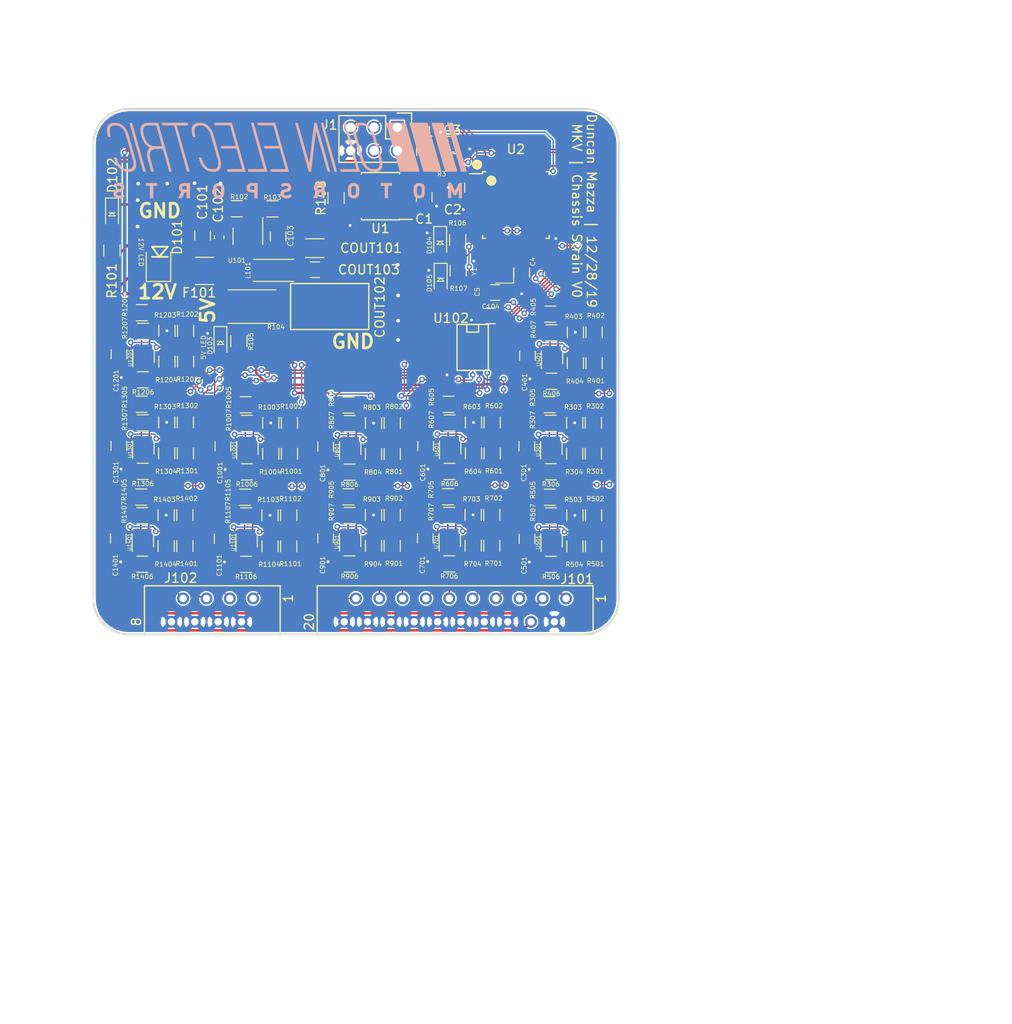
<source format=kicad_pcb>
(kicad_pcb (version 20171130) (host pcbnew 5.1.5-52549c5~84~ubuntu16.04.1)
  (layers (0 F.Cu signal) (31 B.Cu signal) (34 B.Paste user) (35 F.Paste user) (36 B.SilkS user) (37 F.SilkS user) (38 B.Mask user) (39 F.Mask user) (44 Edge.Cuts user))
  (net 0 "")
  (net 1 GND)
  (net 2 /12V)
  (net 3 VCC)
  (net 4 "Net-(C101-Pad1)")
  (net 5 "Net-(C103-Pad2)")
  (net 6 "Net-(C103-Pad1)")
  (net 7 "Net-(COUT101-Pad1)")
  (net 8 "Net-(D102-Pad2)")
  (net 9 "Net-(D103-Pad2)")
  (net 10 "Net-(R102-Pad1)")
  (net 11 "Net-(C3-Pad1)")
  (net 12 "Net-(C4-Pad1)")
  (net 13 "Net-(C5-Pad1)")
  (net 14 "Net-(D104-Pad2)")
  (net 15 "Net-(D105-Pad2)")
  (net 16 /MISO)
  (net 17 /SCK)
  (net 18 /MOSI)
  (net 19 /RESET)
  (net 20 /strain_gauge_cluster/r_strain_1_+)
  (net 21 /CAN_+)
  (net 22 /strain_gauge_cluster/r_strain_2_+)
  (net 23 /CAN_-)
  (net 24 /strain_gauge_cluster/r_strain_3_+)
  (net 25 /strain_gauge_cluster/r_strain_4_+)
  (net 26 /strain_gauge_cluster/r_strain_5_+)
  (net 27 /strain_gauge_cluster/r_strain_6_+)
  (net 28 /strain_gauge_cluster/r_strain_7_+)
  (net 29 /strain_gauge_cluster/r_strain_8_+)
  (net 30 /strain_gauge_cluster/r_strain_11_+)
  (net 31 /strain_gauge_cluster/r_strain_10_+)
  (net 32 /strain_gauge_cluster/r_strain_9_+)
  (net 33 /strain_gauge_cluster/r_strain_12_+)
  (net 34 "Net-(R106-Pad2)")
  (net 35 "Net-(R107-Pad2)")
  (net 36 "Net-(R302-Pad1)")
  (net 37 "Net-(R304-Pad1)")
  (net 38 "Net-(R305-Pad1)")
  (net 39 /sg_to_atmega_adc_3)
  (net 40 "Net-(R402-Pad1)")
  (net 41 "Net-(R404-Pad1)")
  (net 42 "Net-(R405-Pad1)")
  (net 43 /sg_to_atmega_adc_2)
  (net 44 "Net-(R502-Pad1)")
  (net 45 "Net-(R504-Pad1)")
  (net 46 "Net-(R505-Pad1)")
  (net 47 /sg_to_atmega_adc_4)
  (net 48 "Net-(R602-Pad1)")
  (net 49 "Net-(R604-Pad1)")
  (net 50 "Net-(R605-Pad1)")
  (net 51 /sg_to_atmega_adc_5)
  (net 52 "Net-(R702-Pad1)")
  (net 53 "Net-(R704-Pad1)")
  (net 54 "Net-(R705-Pad1)")
  (net 55 /sg_to_mux_Y0)
  (net 56 "Net-(R802-Pad1)")
  (net 57 "Net-(R804-Pad1)")
  (net 58 "Net-(R805-Pad1)")
  (net 59 /sg_to_mux_Y1)
  (net 60 "Net-(R902-Pad1)")
  (net 61 "Net-(R904-Pad1)")
  (net 62 "Net-(R905-Pad1)")
  (net 63 /sg_to_mux_Y2)
  (net 64 "Net-(R1002-Pad1)")
  (net 65 "Net-(R1004-Pad1)")
  (net 66 "Net-(R1005-Pad1)")
  (net 67 /sg_to_mux_Y3)
  (net 68 "Net-(R1102-Pad1)")
  (net 69 "Net-(R1104-Pad1)")
  (net 70 "Net-(R1105-Pad1)")
  (net 71 /sg_to_mux_Y4)
  (net 72 "Net-(R1202-Pad1)")
  (net 73 "Net-(R1204-Pad1)")
  (net 74 "Net-(R1205-Pad1)")
  (net 75 /sg_to_mux_Y5)
  (net 76 "Net-(R1302-Pad1)")
  (net 77 "Net-(R1304-Pad1)")
  (net 78 "Net-(R1305-Pad1)")
  (net 79 /sg_to_mux_Y6)
  (net 80 "Net-(R1402-Pad1)")
  (net 81 "Net-(R1404-Pad1)")
  (net 82 "Net-(R1405-Pad1)")
  (net 83 /sg_to_mux_Y7)
  (net 84 /CAN_TX)
  (net 85 /CAN_RX)
  (net 86 /mux_enable_input)
  (net 87 /mux_select_S0)
  (net 88 /mux_select_S1)
  (net 89 /mux_select_S2)
  (net 90 /mux_out_to_atmega_adc_6)
  (module footprints:Logo_Large (layer B.Cu) (at 129.413 93.726 180)
    (fp_text reference G*** hide)
    (fp_text value LOGO hide)
  )
  (module footprints:C_0805_OEM (layer F.Cu) (at 151.5745 110.617 180)
    (fp_text reference C104 (at 0 1.016) (layer F.SilkS) (effects (font (size 0.5 0.5) (thickness 0.075))))
    (fp_text value C_0.1uF hide)
    (pad 2 smd rect (at 1 0 180) (size 1 1.25) (layers F.Cu F.Paste F.Mask) (net 1 GND))
    (pad 1 smd rect (at -1 0 180) (size 1 1.25) (layers F.Cu F.Paste F.Mask) (net 3 VCC))
  )
  (module footprints:TSSOP-16-OEM (layer F.Cu) (at 149.606 114.046 270)
    (fp_text reference U102 (at -3.175 2.3495 180) (layer F.SilkS))
    (fp_text value 74HC4051 hide)
    (pad 16 smd rect (at -2.275 -2.8 270) (size 0.35 1.6) (layers F.Cu F.Paste F.Mask) (net 3 VCC))
    (pad 15 smd rect (at -1.625 -2.8 270) (size 0.35 1.6) (layers F.Cu F.Paste F.Mask) (net 63 /sg_to_mux_Y2))
    (pad 14 smd rect (at -0.975 -2.8 270) (size 0.35 1.6) (layers F.Cu F.Paste F.Mask) (net 59 /sg_to_mux_Y1))
    (pad 13 smd rect (at -0.325 -2.8 270) (size 0.35 1.6) (layers F.Cu F.Paste F.Mask) (net 55 /sg_to_mux_Y0))
    (pad 12 smd rect (at 0.325 -2.8 270) (size 0.35 1.6) (layers F.Cu F.Paste F.Mask) (net 67 /sg_to_mux_Y3))
    (pad 11 smd rect (at 0.975 -2.8 270) (size 0.35 1.6) (layers F.Cu F.Paste F.Mask) (net 87 /mux_select_S0))
    (pad 10 smd rect (at 1.625 -2.8 270) (size 0.35 1.6) (layers F.Cu F.Paste F.Mask) (net 88 /mux_select_S1))
    (pad 9 smd rect (at 2.275 -2.8 270) (size 0.35 1.6) (layers F.Cu F.Paste F.Mask) (net 89 /mux_select_S2))
    (pad 8 smd rect (at 2.275 2.8 270) (size 0.35 1.6) (layers F.Cu F.Paste F.Mask) (net 1 GND))
    (pad 7 smd rect (at 1.625 2.8 270) (size 0.35 1.6) (layers F.Cu F.Paste F.Mask) (net 1 GND))
    (pad 6 smd rect (at 0.975 2.8 270) (size 0.35 1.6) (layers F.Cu F.Paste F.Mask) (net 86 /mux_enable_input))
    (pad 5 smd rect (at 0.325 2.8 270) (size 0.35 1.6) (layers F.Cu F.Paste F.Mask) (net 75 /sg_to_mux_Y5))
    (pad 4 smd rect (at -0.325 2.8 270) (size 0.35 1.6) (layers F.Cu F.Paste F.Mask) (net 83 /sg_to_mux_Y7))
    (pad 3 smd rect (at -0.975 2.8 270) (size 0.35 1.6) (layers F.Cu F.Paste F.Mask) (net 90 /mux_out_to_atmega_adc_6))
    (pad 2 smd rect (at -1.625 2.8 270) (size 0.35 1.6) (layers F.Cu F.Paste F.Mask) (net 79 /sg_to_mux_Y6))
    (pad 1 smd rect (at -2.275 2.8 270) (size 0.35 1.6) (layers F.Cu F.Paste F.Mask) (net 71 /sg_to_mux_Y4))
  )
  (module footprints:TQFP-32_7x7mm_Pitch0.8mm (layer F.Cu) (at 154.305 98.552)
    (fp_text reference U2 (at 0 -6.05) (layer F.SilkS))
    (fp_text value ATMEGA16M1 hide)
    (pad 32 smd rect (at -2.8 -4.25 90) (size 1.6 0.55) (layers F.Cu F.Paste F.Mask))
    (pad 31 smd rect (at -2 -4.25 90) (size 1.6 0.55) (layers F.Cu F.Paste F.Mask) (net 19 /RESET))
    (pad 30 smd rect (at -1.2 -4.25 90) (size 1.6 0.55) (layers F.Cu F.Paste F.Mask))
    (pad 29 smd rect (at -0.4 -4.25 90) (size 1.6 0.55) (layers F.Cu F.Paste F.Mask))
    (pad 28 smd rect (at 0.4 -4.25 90) (size 1.6 0.55) (layers F.Cu F.Paste F.Mask) (net 47 /sg_to_atmega_adc_4))
    (pad 27 smd rect (at 1.2 -4.25 90) (size 1.6 0.55) (layers F.Cu F.Paste F.Mask))
    (pad 26 smd rect (at 2 -4.25 90) (size 1.6 0.55) (layers F.Cu F.Paste F.Mask) (net 90 /mux_out_to_atmega_adc_6))
    (pad 25 smd rect (at 2.8 -4.25 90) (size 1.6 0.55) (layers F.Cu F.Paste F.Mask) (net 89 /mux_select_S2))
    (pad 24 smd rect (at 4.25 -2.8) (size 1.6 0.55) (layers F.Cu F.Paste F.Mask))
    (pad 23 smd rect (at 4.25 -2) (size 1.6 0.55) (layers F.Cu F.Paste F.Mask))
    (pad 22 smd rect (at 4.25 -1.2) (size 1.6 0.55) (layers F.Cu F.Paste F.Mask) (net 88 /mux_select_S1))
    (pad 21 smd rect (at 4.25 -0.4) (size 1.6 0.55) (layers F.Cu F.Paste F.Mask))
    (pad 20 smd rect (at 4.25 0.4) (size 1.6 0.55) (layers F.Cu F.Paste F.Mask) (net 1 GND))
    (pad 19 smd rect (at 4.25 1.2) (size 1.6 0.55) (layers F.Cu F.Paste F.Mask) (net 11 "Net-(C3-Pad1)"))
    (pad 18 smd rect (at 4.25 2) (size 1.6 0.55) (layers F.Cu F.Paste F.Mask) (net 87 /mux_select_S0))
    (pad 17 smd rect (at 4.25 2.8) (size 1.6 0.55) (layers F.Cu F.Paste F.Mask) (net 86 /mux_enable_input))
    (pad 16 smd rect (at 2.8 4.25 90) (size 1.6 0.55) (layers F.Cu F.Paste F.Mask) (net 51 /sg_to_atmega_adc_5))
    (pad 15 smd rect (at 2 4.25 90) (size 1.6 0.55) (layers F.Cu F.Paste F.Mask))
    (pad 14 smd rect (at 1.2 4.25 90) (size 1.6 0.55) (layers F.Cu F.Paste F.Mask) (net 39 /sg_to_atmega_adc_3))
    (pad 13 smd rect (at 0.4 4.25 90) (size 1.6 0.55) (layers F.Cu F.Paste F.Mask) (net 43 /sg_to_atmega_adc_2))
    (pad 12 smd rect (at -0.4 4.25 90) (size 1.6 0.55) (layers F.Cu F.Paste F.Mask) (net 17 /SCK))
    (pad 11 smd rect (at -1.2 4.25 90) (size 1.6 0.55) (layers F.Cu F.Paste F.Mask) (net 12 "Net-(C4-Pad1)"))
    (pad 10 smd rect (at -2 4.25 90) (size 1.6 0.55) (layers F.Cu F.Paste F.Mask) (net 13 "Net-(C5-Pad1)"))
    (pad 9 smd rect (at -2.8 4.25 90) (size 1.6 0.55) (layers F.Cu F.Paste F.Mask) (net 35 "Net-(R107-Pad2)"))
    (pad 8 smd rect (at -4.25 2.8) (size 1.6 0.55) (layers F.Cu F.Paste F.Mask) (net 34 "Net-(R106-Pad2)"))
    (pad 7 smd rect (at -4.25 2) (size 1.6 0.55) (layers F.Cu F.Paste F.Mask) (net 85 /CAN_RX))
    (pad 6 smd rect (at -4.25 1.2) (size 1.6 0.55) (layers F.Cu F.Paste F.Mask) (net 84 /CAN_TX))
    (pad 5 smd rect (at -4.25 0.4) (size 1.6 0.55) (layers F.Cu F.Paste F.Mask) (net 1 GND))
    (pad 4 smd rect (at -4.25 -0.4) (size 1.6 0.55) (layers F.Cu F.Paste F.Mask) (net 3 VCC))
    (pad 3 smd rect (at -4.25 -1.2) (size 1.6 0.55) (layers F.Cu F.Paste F.Mask))
    (pad 2 smd rect (at -4.25 -2) (size 1.6 0.55) (layers F.Cu F.Paste F.Mask) (net 18 /MOSI))
    (pad 1 smd rect (at -4.25 -2.8) (size 1.6 0.55) (layers F.Cu F.Paste F.Mask) (net 16 /MISO))
  )
  (module footprints:micromatch_female_ra_20 (layer F.Cu) (at 154.686 141.351 270)
    (fp_text reference J101 (at -2.0955 -6.2865 180) (layer F.SilkS))
    (fp_text value MM_F_RA_20 hide)
    (fp_text user 1 (at 0 -8.89 90) (layer F.SilkS))
    (fp_text user 20 (at 2.54 22.86 90) (layer F.SilkS))
    (pad 20 thru_hole circle (at 2.54 19.05 270) (size 1.3 1.3) (drill 0.8) (layers *.Cu *.Mask) (net 1 GND))
    (pad 19 thru_hole circle (at 0 17.78 270) (size 1.3 1.3) (drill 0.8) (layers *.Cu *.Mask) (net 29 /strain_gauge_cluster/r_strain_8_+))
    (pad 18 thru_hole circle (at 2.54 16.51 270) (size 1.3 1.3) (drill 0.8) (layers *.Cu *.Mask) (net 1 GND))
    (pad 17 thru_hole circle (at 0 15.24 270) (size 1.3 1.3) (drill 0.8) (layers *.Cu *.Mask) (net 28 /strain_gauge_cluster/r_strain_7_+))
    (pad 16 thru_hole circle (at 2.54 13.97 270) (size 1.3 1.3) (drill 0.8) (layers *.Cu *.Mask) (net 1 GND))
    (pad 15 thru_hole circle (at 0 12.7 270) (size 1.3 1.3) (drill 0.8) (layers *.Cu *.Mask) (net 27 /strain_gauge_cluster/r_strain_6_+))
    (pad 14 thru_hole circle (at 2.54 11.43 270) (size 1.3 1.3) (drill 0.8) (layers *.Cu *.Mask) (net 1 GND))
    (pad 13 thru_hole circle (at 0 10.16 270) (size 1.3 1.3) (drill 0.8) (layers *.Cu *.Mask) (net 26 /strain_gauge_cluster/r_strain_5_+))
    (pad 12 thru_hole circle (at 2.54 8.89 270) (size 1.3 1.3) (drill 0.8) (layers *.Cu *.Mask) (net 1 GND))
    (pad 11 thru_hole circle (at 0 7.62 270) (size 1.3 1.3) (drill 0.8) (layers *.Cu *.Mask) (net 25 /strain_gauge_cluster/r_strain_4_+))
    (pad 10 thru_hole circle (at 2.54 6.35 270) (size 1.3 1.3) (drill 0.8) (layers *.Cu *.Mask) (net 1 GND))
    (pad 9 thru_hole circle (at 0 5.08 270) (size 1.3 1.3) (drill 0.8) (layers *.Cu *.Mask) (net 24 /strain_gauge_cluster/r_strain_3_+))
    (pad 8 thru_hole circle (at 2.54 3.81 270) (size 1.3 1.3) (drill 0.8) (layers *.Cu *.Mask) (net 1 GND))
    (pad 6 thru_hole circle (at 2.54 1.27 270) (size 1.3 1.3) (drill 0.8) (layers *.Cu *.Mask) (net 1 GND))
    (pad 4 thru_hole circle (at 2.54 -1.27 270) (size 1.3 1.3) (drill 0.8) (layers *.Cu *.Mask) (net 23 /CAN_-))
    (pad 2 thru_hole circle (at 2.54 -3.81 270) (size 1.3 1.3) (drill 0.8) (layers *.Cu *.Mask) (net 1 GND))
    (pad 7 thru_hole circle (at 0 2.54 270) (size 1.3 1.3) (drill 0.8) (layers *.Cu *.Mask) (net 22 /strain_gauge_cluster/r_strain_2_+))
    (pad 1 thru_hole circle (at 0 -5.08 270) (size 1.3 1.3) (drill 0.8) (layers *.Cu *.Mask) (net 2 /12V))
    (pad 3 thru_hole circle (at 0 -2.54 270) (size 1.3 1.3) (drill 0.8) (layers *.Cu *.Mask) (net 21 /CAN_+))
    (pad 5 thru_hole circle (at 0 0 270) (size 1.3 1.3) (drill 0.8) (layers *.Cu *.Mask) (net 20 /strain_gauge_cluster/r_strain_1_+))
  )
  (module Package_TO_SOT_SMD:SOT-353_SC-70-5 (layer F.Cu) (at 147.1595 124.936 90)
    (fp_text reference U601 (at -0.202501 -1.451501 270) (layer F.SilkS) (effects (font (size 0.4 0.4) (thickness 0.06))))
    (fp_text value MCP6001T-I-LT)
    (pad 5 smd rect (at 0.95 -0.65 90) (size 0.65 0.4) (layers F.Cu F.Paste F.Mask) (net 3 VCC))
    (pad 4 smd rect (at 0.95 0.65 90) (size 0.65 0.4) (layers F.Cu F.Paste F.Mask) (net 50 "Net-(R605-Pad1)"))
    (pad 2 smd rect (at -0.95 0 90) (size 0.65 0.4) (layers F.Cu F.Paste F.Mask) (net 1 GND))
    (pad 3 smd rect (at -0.95 0.65 90) (size 0.65 0.4) (layers F.Cu F.Paste F.Mask) (net 49 "Net-(R604-Pad1)"))
    (pad 1 smd rect (at -0.95 -0.65 90) (size 0.65 0.4) (layers F.Cu F.Paste F.Mask) (net 51 /sg_to_atmega_adc_5))
  )
  (module footprints:R_0805_OEM (layer F.Cu) (at 147.0985 122.269)
    (fp_text reference R607 (at -1.962001 -0.368999 90) (layer F.SilkS) (effects (font (size 0.5 0.5) (thickness 0.075))))
    (fp_text value R_4.99K hide)
    (pad 2 smd rect (at 0.95 0) (size 0.7 1.3) (layers F.Cu F.Paste F.Mask) (net 50 "Net-(R605-Pad1)"))
    (pad 1 smd rect (at -0.95 0) (size 0.7 1.3) (layers F.Cu F.Paste F.Mask) (net 51 /sg_to_atmega_adc_5))
  )
  (module footprints:R_0805_OEM (layer F.Cu) (at 147.0985 127.5395 180)
    (fp_text reference R606 (at -0.006499 -1.345501) (layer F.SilkS) (effects (font (size 0.5 0.5) (thickness 0.075))))
    (fp_text value R_4.99K hide)
    (pad 2 smd rect (at 0.95 0 180) (size 0.7 1.3) (layers F.Cu F.Paste F.Mask) (net 1 GND))
    (pad 1 smd rect (at -0.95 0 180) (size 0.7 1.3) (layers F.Cu F.Paste F.Mask) (net 49 "Net-(R604-Pad1)"))
  )
  (module footprints:R_0805_OEM (layer F.Cu) (at 146.9715 120.237 180)
    (fp_text reference R605 (at 1.842001 0.783499 90) (layer F.SilkS) (effects (font (size 0.5 0.5) (thickness 0.075))))
    (fp_text value R_120 hide)
    (pad 2 smd rect (at 0.95 0 180) (size 0.7 1.3) (layers F.Cu F.Paste F.Mask) (net 48 "Net-(R602-Pad1)"))
    (pad 1 smd rect (at -0.95 0 180) (size 0.7 1.3) (layers F.Cu F.Paste F.Mask) (net 50 "Net-(R605-Pad1)"))
  )
  (module footprints:R_0805_OEM (layer F.Cu) (at 149.6995 125.571 270)
    (fp_text reference R604 (at 1.980501 0.054501 180) (layer F.SilkS) (effects (font (size 0.5 0.5) (thickness 0.075))))
    (fp_text value R_120 hide)
    (pad 2 smd rect (at 0.95 0 270) (size 0.7 1.3) (layers F.Cu F.Paste F.Mask) (net 25 /strain_gauge_cluster/r_strain_4_+))
    (pad 1 smd rect (at -0.95 0 270) (size 0.7 1.3) (layers F.Cu F.Paste F.Mask) (net 49 "Net-(R604-Pad1)"))
  )
  (module footprints:R_0805_OEM (layer F.Cu) (at 149.6995 122.208 90)
    (fp_text reference R603 (at 1.704999 -0.181501 180) (layer F.SilkS) (effects (font (size 0.5 0.5) (thickness 0.075))))
    (fp_text value R_120 hide)
    (pad 2 smd rect (at 0.95 0 90) (size 0.7 1.3) (layers F.Cu F.Paste F.Mask) (net 48 "Net-(R602-Pad1)"))
    (pad 1 smd rect (at -0.95 0 90) (size 0.7 1.3) (layers F.Cu F.Paste F.Mask) (net 1 GND))
  )
  (module footprints:R_0805_OEM (layer F.Cu) (at 151.7315 122.203 270)
    (fp_text reference R602 (at -1.796999 -0.192499 180) (layer F.SilkS) (effects (font (size 0.5 0.5) (thickness 0.075))))
    (fp_text value R_120 hide)
    (pad 2 smd rect (at 0.95 0 270) (size 0.7 1.3) (layers F.Cu F.Paste F.Mask) (net 3 VCC))
    (pad 1 smd rect (at -0.95 0 270) (size 0.7 1.3) (layers F.Cu F.Paste F.Mask) (net 48 "Net-(R602-Pad1)"))
  )
  (module footprints:R_0805_OEM (layer F.Cu) (at 151.7315 125.571 90)
    (fp_text reference R601 (at -1.917001 0.192499 180) (layer F.SilkS) (effects (font (size 0.5 0.5) (thickness 0.075))))
    (fp_text value R_120 hide)
    (pad 2 smd rect (at 0.95 0 90) (size 0.7 1.3) (layers F.Cu F.Paste F.Mask) (net 3 VCC))
    (pad 1 smd rect (at -0.95 0 90) (size 0.7 1.3) (layers F.Cu F.Paste F.Mask) (net 25 /strain_gauge_cluster/r_strain_4_+))
  )
  (module footprints:C_0805_OEM (layer F.Cu) (at 144.4925 124.7615 270)
    (fp_text reference C601 (at 2.883501 0.315501 90) (layer F.SilkS) (effects (font (size 0.5 0.5) (thickness 0.075))))
    (fp_text value C_0.1uF hide)
    (pad 2 smd rect (at 1 0 270) (size 1 1.25) (layers F.Cu F.Paste F.Mask) (net 1 GND))
    (pad 1 smd rect (at -1 0 270) (size 1 1.25) (layers F.Cu F.Paste F.Mask) (net 3 VCC))
  )
  (module footprints:R_0805_OEM (layer F.Cu) (at 110.363 103.505 90)
    (fp_text reference R101 (at -3.302 0 90) (layer F.SilkS))
    (fp_text value R_1K hide)
    (pad 2 smd rect (at 0.95 0 90) (size 0.7 1.3) (layers F.Cu F.Paste F.Mask) (net 8 "Net-(D102-Pad2)"))
    (pad 1 smd rect (at -0.95 0 90) (size 0.7 1.3) (layers F.Cu F.Paste F.Mask) (net 4 "Net-(C101-Pad1)"))
  )
  (module Package_TO_SOT_SMD:SOT-23-6_Handsoldering (layer F.Cu) (at 125.1536 101.9658 270)
    (fp_text reference U101 (at 2.6187 1.2016) (layer F.SilkS) (effects (font (size 0.5 0.5) (thickness 0.075))))
    (fp_text value TPS560430YF)
    (pad 5 smd rect (at 1.35 0 270) (size 1.56 0.65) (layers F.Cu F.Paste F.Mask) (net 4 "Net-(C101-Pad1)"))
    (pad 6 smd rect (at 1.35 -0.95 270) (size 1.56 0.65) (layers F.Cu F.Paste F.Mask) (net 5 "Net-(C103-Pad2)"))
    (pad 4 smd rect (at 1.35 0.95 270) (size 1.56 0.65) (layers F.Cu F.Paste F.Mask) (net 4 "Net-(C101-Pad1)"))
    (pad 3 smd rect (at -1.35 0.95 270) (size 1.56 0.65) (layers F.Cu F.Paste F.Mask) (net 10 "Net-(R102-Pad1)"))
    (pad 2 smd rect (at -1.35 0 270) (size 1.56 0.65) (layers F.Cu F.Paste F.Mask) (net 1 GND))
    (pad 1 smd rect (at -1.35 -0.95 270) (size 1.56 0.65) (layers F.Cu F.Paste F.Mask) (net 6 "Net-(C103-Pad1)"))
  )
  (module footprints:L_100uH_OEM (layer F.Cu) (at 127.9527 105.66654)
    (fp_text reference L101 (at -2.7942 -0.00254 90) (layer F.SilkS) (effects (font (size 0.5 0.5) (thickness 0.075))))
    (fp_text value L_100uH hide)
    (pad 2 smd rect (at 1.6 0) (size 1.2 2) (layers F.Cu F.Paste F.Mask) (net 7 "Net-(COUT101-Pad1)"))
    (pad 1 smd rect (at -1.6 0) (size 1.2 2) (layers F.Cu F.Paste F.Mask) (net 5 "Net-(C103-Pad2)"))
  )
  (module footprints:Pin_Header_Straight_2x03 (layer F.Cu) (at 141.4145 90.1065 270)
    (fp_text reference J1 (at -0.254 7.366 180) (layer F.SilkS))
    (fp_text value CONN_02X03 hide)
    (pad 6 thru_hole circle (at 2.54 5.08 270) (size 1.4 1.4) (drill 1.016) (layers *.Cu *.Mask) (net 1 GND))
    (pad 5 thru_hole circle (at 0 5.08 270) (size 1.4 1.4) (drill 1.016) (layers *.Cu *.Mask) (net 19 /RESET))
    (pad 4 thru_hole circle (at 2.54 2.54 270) (size 1.4 1.4) (drill 1.016) (layers *.Cu *.Mask) (net 18 /MOSI))
    (pad 3 thru_hole circle (at 0 2.54 270) (size 1.4 1.4) (drill 1.016) (layers *.Cu *.Mask) (net 17 /SCK))
    (pad 2 thru_hole circle (at 2.54 0 270) (size 1.4 1.4) (drill 1.016) (layers *.Cu *.Mask) (net 3 VCC))
    (pad 1 thru_hole rect (at 0 0 270) (size 1.4 1.4) (drill 1.016) (layers *.Cu *.Mask) (net 16 /MISO))
  )
  (module footprints:C_0805_OEM (layer F.Cu) (at 147.1295 91.948)
    (fp_text reference C3 (at 0.254 -1.524) (layer F.SilkS))
    (fp_text value C_100pF hide)
    (pad 2 smd rect (at 1 0) (size 1 1.25) (layers F.Cu F.Paste F.Mask) (net 1 GND))
    (pad 1 smd rect (at -1 0) (size 1 1.25) (layers F.Cu F.Paste F.Mask) (net 11 "Net-(C3-Pad1)"))
  )
  (module footprints:C_0805_OEM (layer F.Cu) (at 147.8915 96.647 90)
    (fp_text reference C2 (at -2.413 -0.4445 180) (layer F.SilkS))
    (fp_text value C_0.1uF hide)
    (pad 2 smd rect (at 1 0 90) (size 1 1.25) (layers F.Cu F.Paste F.Mask) (net 1 GND))
    (pad 1 smd rect (at -1 0 90) (size 1 1.25) (layers F.Cu F.Paste F.Mask) (net 3 VCC))
  )
  (module footprints:R_0805_OEM (layer F.Cu) (at 144.399 92.5855 90)
    (fp_text reference R1 (at 1.971 0 180) (layer F.SilkS))
    (fp_text value R_100 hide)
    (pad 2 smd rect (at 0.95 0 90) (size 0.7 1.3) (layers F.Cu F.Paste F.Mask) (net 11 "Net-(C3-Pad1)"))
    (pad 1 smd rect (at -0.95 0 90) (size 0.7 1.3) (layers F.Cu F.Paste F.Mask) (net 3 VCC))
  )
  (module footprints:SOIC-8_3.9x4.9mm_Pitch1.27mm_OEM (layer F.Cu) (at 139.573 97.5995 180)
    (fp_text reference U1 (at 0 -3.5) (layer F.SilkS))
    (fp_text value MCP2561-E_SN hide)
    (pad 8 smd rect (at 2.7 -1.905 180) (size 1.55 0.6) (layers F.Cu F.Paste F.Mask) (net 1 GND))
    (pad 7 smd rect (at 2.7 -0.635 180) (size 1.55 0.6) (layers F.Cu F.Paste F.Mask) (net 21 /CAN_+))
    (pad 6 smd rect (at 2.7 0.635 180) (size 1.55 0.6) (layers F.Cu F.Paste F.Mask) (net 23 /CAN_-))
    (pad 5 smd rect (at 2.7 1.905 180) (size 1.55 0.6) (layers F.Cu F.Paste F.Mask))
    (pad 4 smd rect (at -2.7 1.905 180) (size 1.55 0.6) (layers F.Cu F.Paste F.Mask) (net 85 /CAN_RX))
    (pad 3 smd rect (at -2.7 0.635 180) (size 1.55 0.6) (layers F.Cu F.Paste F.Mask) (net 3 VCC))
    (pad 2 smd rect (at -2.7 -0.635 180) (size 1.55 0.6) (layers F.Cu F.Paste F.Mask) (net 1 GND))
    (pad 1 smd rect (at -2.7 -1.905 180) (size 1.55 0.6) (layers F.Cu F.Paste F.Mask) (net 84 /CAN_TX))
  )
  (module footprints:R_0805_OEM (layer F.Cu) (at 147.259 93.853)
    (fp_text reference R3 (at -1.0185 1.3335) (layer F.SilkS) (effects (font (size 0.5 0.5) (thickness 0.075))))
    (fp_text value R_10K hide)
    (pad 2 smd rect (at 0.95 0) (size 0.7 1.3) (layers F.Cu F.Paste F.Mask) (net 19 /RESET))
    (pad 1 smd rect (at -0.95 0) (size 0.7 1.3) (layers F.Cu F.Paste F.Mask) (net 3 VCC))
  )
  (module footprints:R_0805_OEM (layer F.Cu) (at 147.9804 102.362 90)
    (fp_text reference R106 (at 1.8415 -0.0254) (layer F.SilkS) (effects (font (size 0.5 0.5) (thickness 0.075))))
    (fp_text value R_200 hide)
    (pad 2 smd rect (at 0.95 0 90) (size 0.7 1.3) (layers F.Cu F.Paste F.Mask) (net 34 "Net-(R106-Pad2)"))
    (pad 1 smd rect (at -0.95 0 90) (size 0.7 1.3) (layers F.Cu F.Paste F.Mask) (net 14 "Net-(D104-Pad2)"))
  )
  (module footprints:Crystal_SMD_FA238 (layer F.Cu) (at 152.062 105.448 180)
    (fp_text reference Y1 (at 2.2655 -0.343 270) (layer F.SilkS) (effects (font (size 0.5 0.5) (thickness 0.075))))
    (fp_text value Crystal_SMD hide)
    (pad 4 smd rect (at -1.1 -0.8 180) (size 1.4 1.2) (layers F.Cu F.Mask) (net 1 GND))
    (pad 3 smd rect (at 1.1 -0.8 180) (size 1.4 1.2) (layers F.Cu F.Mask) (net 13 "Net-(C5-Pad1)"))
    (pad 2 smd rect (at 1.1 0.8 180) (size 1.4 1.2) (layers F.Cu F.Mask) (net 1 GND))
    (pad 1 smd rect (at -1.1 0.8 180) (size 1.4 1.2) (layers F.Cu F.Mask) (net 12 "Net-(C4-Pad1)"))
  )
  (module footprints:C_0805_OEM (layer F.Cu) (at 155.575 114.951 270)
    (fp_text reference C401 (at 2.883501 0.315501 90) (layer F.SilkS) (effects (font (size 0.5 0.5) (thickness 0.075))))
    (fp_text value C_0.1uF hide)
    (pad 2 smd rect (at 1 0 270) (size 1 1.25) (layers F.Cu F.Paste F.Mask) (net 1 GND))
    (pad 1 smd rect (at -1 0 270) (size 1 1.25) (layers F.Cu F.Paste F.Mask) (net 3 VCC))
  )
  (module footprints:R_0805_OEM (layer F.Cu) (at 162.814 115.7605 90)
    (fp_text reference R401 (at -1.917001 0.192499 180) (layer F.SilkS) (effects (font (size 0.5 0.5) (thickness 0.075))))
    (fp_text value R_120 hide)
    (pad 2 smd rect (at 0.95 0 90) (size 0.7 1.3) (layers F.Cu F.Paste F.Mask) (net 3 VCC))
    (pad 1 smd rect (at -0.95 0 90) (size 0.7 1.3) (layers F.Cu F.Paste F.Mask) (net 20 /strain_gauge_cluster/r_strain_1_+))
  )
  (module footprints:Fuse_1812 (layer F.Cu) (at 131.3053 109.601)
    (fp_text reference COUT102 (at 8.2042 0.0635 270) (layer F.SilkS))
    (fp_text value C_33uF hide)
    (pad 1 smd rect (at 0 0) (size 1.78 3.5) (layers F.Cu F.Paste F.Mask) (net 7 "Net-(COUT101-Pad1)"))
    (pad 2 smd rect (at 5.28 0) (size 1.78 3.5) (layers F.Cu F.Paste F.Mask) (net 1 GND))
  )
  (module footprints:C_0805_OEM (layer F.Cu) (at 128.4478 101.981 270)
    (fp_text reference C103 (at -0.0635 -1.3462 90) (layer F.SilkS) (effects (font (size 0.6 0.6) (thickness 0.08))))
    (fp_text value C_0.1uF hide)
    (pad 2 smd rect (at 1 0 270) (size 1 1.25) (layers F.Cu F.Paste F.Mask) (net 5 "Net-(C103-Pad2)"))
    (pad 1 smd rect (at -1 0 270) (size 1 1.25) (layers F.Cu F.Paste F.Mask) (net 6 "Net-(C103-Pad1)"))
  )
  (module footprints:Fuse_1210 (layer F.Cu) (at 120.4468 105.7275 180)
    (fp_text reference F101 (at 0.5958 -2.3725 180) (layer F.SilkS))
    (fp_text value F_500mA_16V hide)
    (pad 2 smd rect (at 1.45 0 180) (size 0.9 2.5) (layers F.Cu F.Paste F.Mask) (net 2 /12V))
    (pad 1 smd rect (at -1.45 0 180) (size 0.9 2.5) (layers F.Cu F.Paste F.Mask) (net 4 "Net-(C101-Pad1)"))
  )
  (module footprints:R_0805_OEM (layer F.Cu) (at 127.82042 98.97872 180)
    (fp_text reference R103 (at -0.00508 1.25222) (layer F.SilkS) (effects (font (size 0.5 0.5) (thickness 0.075))))
    (fp_text value R_100K hide)
    (pad 2 smd rect (at 0.95 0 180) (size 0.7 1.3) (layers F.Cu F.Paste F.Mask) (net 10 "Net-(R102-Pad1)"))
    (pad 1 smd rect (at -0.95 0 180) (size 0.7 1.3) (layers F.Cu F.Paste F.Mask) (net 7 "Net-(COUT101-Pad1)"))
  )
  (module footprints:R_0805_OEM (layer F.Cu) (at 123.93422 98.96348 180)
    (fp_text reference R102 (at -0.27178 1.30048) (layer F.SilkS) (effects (font (size 0.5 0.5) (thickness 0.075))))
    (fp_text value R_25K hide)
    (pad 2 smd rect (at 0.95 0 180) (size 0.7 1.3) (layers F.Cu F.Paste F.Mask) (net 1 GND))
    (pad 1 smd rect (at -0.95 0 180) (size 0.7 1.3) (layers F.Cu F.Paste F.Mask) (net 10 "Net-(R102-Pad1)"))
  )
  (module footprints:R_0805_OEM (layer F.Cu) (at 124.176 113.35 270)
    (fp_text reference R105 (at 0.061 -1.3 90) (layer F.SilkS) (effects (font (size 0.5 0.5) (thickness 0.075))))
    (fp_text value R_200 hide)
    (pad 2 smd rect (at 0.95 0 270) (size 0.7 1.3) (layers F.Cu F.Paste F.Mask) (net 9 "Net-(D103-Pad2)"))
    (pad 1 smd rect (at -0.95 0 270) (size 0.7 1.3) (layers F.Cu F.Paste F.Mask) (net 3 VCC))
  )
  (module footprints:R_2512_OEM (layer F.Cu) (at 125.6042 109.60608 180)
    (fp_text reference R104 (at -2.6023 -2.21742) (layer F.SilkS) (effects (font (size 0.5 0.5) (thickness 0.075))))
    (fp_text value R_0_2512 hide)
    (pad 2 smd rect (at 3.1 0 180) (size 1 3.2) (layers F.Cu F.Paste F.Mask) (net 3 VCC))
    (pad 1 smd rect (at -3.1 0 180) (size 1 3.2) (layers F.Cu F.Paste F.Mask) (net 7 "Net-(COUT101-Pad1)"))
  )
  (module footprints:C_1206_OEM (layer F.Cu) (at 132.4243 103.251)
    (fp_text reference COUT101 (at 6.1267 -0.001) (layer F.SilkS))
    (fp_text value C_22uF hide)
    (pad 2 smd rect (at 1.5 0) (size 1 1.6) (layers F.Cu F.Paste F.Mask) (net 1 GND))
    (pad 1 smd rect (at -1.5 0) (size 1 1.6) (layers F.Cu F.Paste F.Mask) (net 7 "Net-(COUT101-Pad1)"))
  )
  (module footprints:C_0805_OEM (layer F.Cu) (at 132.4483 105.6005)
    (fp_text reference COUT103 (at 5.8777 -0.0005) (layer F.SilkS))
    (fp_text value C_47uF hide)
    (pad 2 smd rect (at 1 0) (size 1 1.25) (layers F.Cu F.Paste F.Mask) (net 1 GND))
    (pad 1 smd rect (at -1 0) (size 1 1.25) (layers F.Cu F.Paste F.Mask) (net 7 "Net-(COUT101-Pad1)"))
  )
  (module footprints:DO-214AA (layer F.Cu) (at 115.4303 103.6955 90)
    (fp_text reference D101 (at 1.651 2.0447 270) (layer F.SilkS))
    (fp_text value D_Zener_18V hide)
    (pad 1 smd rect (at -2.032 0 270) (size 1.778 2.159) (layers F.Cu F.Paste F.Mask) (net 2 /12V))
    (pad 2 smd rect (at 2.032 0 270) (size 1.778 2.159) (layers F.Cu F.Paste F.Mask) (net 1 GND))
  )
  (module footprints:LED_0805_OEM (layer F.Cu) (at 122.174 113.581 270)
    (fp_text reference D103 (at 0.2745 1.143 270) (layer F.SilkS) (effects (font (size 0.5 0.5) (thickness 0.075))))
    (fp_text value LED_0805 hide)
    (pad 1 smd rect (at -1.1 0 90) (size 1.2 1.2) (layers F.Cu F.Paste F.Mask) (net 1 GND))
    (pad 2 smd rect (at 1.1 0 90) (size 1.2 1.2) (layers F.Cu F.Paste F.Mask) (net 9 "Net-(D103-Pad2)"))
  )
  (module footprints:LED_0805_OEM (layer F.Cu) (at 110.376 99.6 270)
    (fp_text reference D102 (at -4.275 -0.05 90) (layer F.SilkS))
    (fp_text value LED_0805 hide)
    (pad 1 smd rect (at -1.1 0 90) (size 1.2 1.2) (layers F.Cu F.Paste F.Mask) (net 1 GND))
    (pad 2 smd rect (at 1.1 0 90) (size 1.2 1.2) (layers F.Cu F.Paste F.Mask) (net 8 "Net-(D102-Pad2)"))
  )
  (module footprints:C_0805_OEM (layer F.Cu) (at 120.22836 101.87 90)
    (fp_text reference C101 (at 3.6355 -0.02286 90) (layer F.SilkS))
    (fp_text value C_0.1uF hide)
    (pad 2 smd rect (at 1 0 90) (size 1 1.25) (layers F.Cu F.Paste F.Mask) (net 1 GND))
    (pad 1 smd rect (at -1 0 90) (size 1 1.25) (layers F.Cu F.Paste F.Mask) (net 4 "Net-(C101-Pad1)"))
  )
  (module footprints:C_0603_1608Metric (layer F.Cu) (at 122.0343 102.0605 90)
    (fp_text reference C102 (at 3.5085 -0.1143 90) (layer F.SilkS))
    (fp_text value C_2.2uF)
    (pad 2 smd roundrect (at 0.7875 0 90) (size 0.875 0.95) (layers F.Cu F.Paste F.Mask) (net 1 GND))
    (pad 1 smd roundrect (at -0.7875 0 90) (size 0.875 0.95) (layers F.Cu F.Paste F.Mask) (net 4 "Net-(C101-Pad1)"))
  )
  (module footprints:C_0805_OEM (layer F.Cu) (at 144.3355 97.679 270)
    (fp_text reference C1 (at 2.397 0 180) (layer F.SilkS))
    (fp_text value C_0.1uF hide)
    (pad 2 smd rect (at 1 0 270) (size 1 1.25) (layers F.Cu F.Paste F.Mask) (net 1 GND))
    (pad 1 smd rect (at -1 0 270) (size 1 1.25) (layers F.Cu F.Paste F.Mask) (net 3 VCC))
  )
  (module footprints:C_0805_OEM (layer F.Cu) (at 154.94 105.902 270)
    (fp_text reference C4 (at -1.1905 -1.2065 90) (layer F.SilkS) (effects (font (size 0.5 0.5) (thickness 0.075))))
    (fp_text value C_30pF hide)
    (pad 2 smd rect (at 1 0 270) (size 1 1.25) (layers F.Cu F.Paste F.Mask) (net 1 GND))
    (pad 1 smd rect (at -1 0 270) (size 1 1.25) (layers F.Cu F.Paste F.Mask) (net 12 "Net-(C4-Pad1)"))
  )
  (module footprints:C_0805_OEM (layer F.Cu) (at 152.035 108.077)
    (fp_text reference C5 (at -1.921 -0.0635 90) (layer F.SilkS) (effects (font (size 0.5 0.5) (thickness 0.075))))
    (fp_text value C_30pF hide)
    (pad 2 smd rect (at 1 0) (size 1 1.25) (layers F.Cu F.Paste F.Mask) (net 1 GND))
    (pad 1 smd rect (at -1 0) (size 1 1.25) (layers F.Cu F.Paste F.Mask) (net 13 "Net-(C5-Pad1)"))
  )
  (module footprints:C_0805_OEM (layer F.Cu) (at 155.499001 124.799999 270)
    (fp_text reference C301 (at 2.883501 0.315501 90) (layer F.SilkS) (effects (font (size 0.5 0.5) (thickness 0.075))))
    (fp_text value C_0.1uF hide)
    (pad 2 smd rect (at 1 0 270) (size 1 1.25) (layers F.Cu F.Paste F.Mask) (net 1 GND))
    (pad 1 smd rect (at -1 0 270) (size 1 1.25) (layers F.Cu F.Paste F.Mask) (net 3 VCC))
  )
  (module footprints:C_0805_OEM (layer F.Cu) (at 155.522501 134.868999 270)
    (fp_text reference C501 (at 2.883501 0.315501 90) (layer F.SilkS) (effects (font (size 0.5 0.5) (thickness 0.075))))
    (fp_text value C_0.1uF hide)
    (pad 2 smd rect (at 1 0 270) (size 1 1.25) (layers F.Cu F.Paste F.Mask) (net 1 GND))
    (pad 1 smd rect (at -1 0 270) (size 1 1.25) (layers F.Cu F.Paste F.Mask) (net 3 VCC))
  )
  (module footprints:C_0805_OEM (layer F.Cu) (at 144.453501 134.814499 270)
    (fp_text reference C701 (at 2.883501 0.315501 90) (layer F.SilkS) (effects (font (size 0.5 0.5) (thickness 0.075))))
    (fp_text value C_0.1uF hide)
    (pad 2 smd rect (at 1 0 270) (size 1 1.25) (layers F.Cu F.Paste F.Mask) (net 1 GND))
    (pad 1 smd rect (at -1 0 270) (size 1 1.25) (layers F.Cu F.Paste F.Mask) (net 3 VCC))
  )
  (module footprints:C_0805_OEM (layer F.Cu) (at 133.618501 124.835999 270)
    (fp_text reference C801 (at 2.883501 0.315501 90) (layer F.SilkS) (effects (font (size 0.5 0.5) (thickness 0.075))))
    (fp_text value C_0.1uF hide)
    (pad 2 smd rect (at 1 0 270) (size 1 1.25) (layers F.Cu F.Paste F.Mask) (net 1 GND))
    (pad 1 smd rect (at -1 0 270) (size 1 1.25) (layers F.Cu F.Paste F.Mask) (net 3 VCC))
  )
  (module footprints:C_0805_OEM (layer F.Cu) (at 133.614001 134.827499 270)
    (fp_text reference C901 (at 2.883501 0.315501 90) (layer F.SilkS) (effects (font (size 0.5 0.5) (thickness 0.075))))
    (fp_text value C_0.1uF hide)
    (pad 2 smd rect (at 1 0 270) (size 1 1.25) (layers F.Cu F.Paste F.Mask) (net 1 GND))
    (pad 1 smd rect (at -1 0 270) (size 1 1.25) (layers F.Cu F.Paste F.Mask) (net 3 VCC))
  )
  (module footprints:C_0805_OEM (layer F.Cu) (at 122.439001 124.806999 270)
    (fp_text reference C1001 (at 2.883501 0.315501 90) (layer F.SilkS) (effects (font (size 0.5 0.5) (thickness 0.075))))
    (fp_text value C_0.1uF hide)
    (pad 2 smd rect (at 1 0 270) (size 1 1.25) (layers F.Cu F.Paste F.Mask) (net 1 GND))
    (pad 1 smd rect (at -1 0 270) (size 1 1.25) (layers F.Cu F.Paste F.Mask) (net 3 VCC))
  )
  (module footprints:C_0805_OEM (layer F.Cu) (at 122.355501 134.867499 270)
    (fp_text reference C1101 (at 2.883501 0.315501 90) (layer F.SilkS) (effects (font (size 0.5 0.5) (thickness 0.075))))
    (fp_text value C_0.1uF hide)
    (pad 2 smd rect (at 1 0 270) (size 1 1.25) (layers F.Cu F.Paste F.Mask) (net 1 GND))
    (pad 1 smd rect (at -1 0 270) (size 1 1.25) (layers F.Cu F.Paste F.Mask) (net 3 VCC))
  )
  (module footprints:C_0805_OEM (layer F.Cu) (at 111.139501 114.792499 270)
    (fp_text reference C1201 (at 2.883501 0.315501 90) (layer F.SilkS) (effects (font (size 0.5 0.5) (thickness 0.075))))
    (fp_text value C_0.1uF hide)
    (pad 2 smd rect (at 1 0 270) (size 1 1.25) (layers F.Cu F.Paste F.Mask) (net 1 GND))
    (pad 1 smd rect (at -1 0 270) (size 1 1.25) (layers F.Cu F.Paste F.Mask) (net 3 VCC))
  )
  (module footprints:C_0805_OEM (layer F.Cu) (at 111.119501 124.751499 270)
    (fp_text reference C1301 (at 2.883501 0.315501 90) (layer F.SilkS) (effects (font (size 0.5 0.5) (thickness 0.075))))
    (fp_text value C_0.1uF hide)
    (pad 2 smd rect (at 1 0 270) (size 1 1.25) (layers F.Cu F.Paste F.Mask) (net 1 GND))
    (pad 1 smd rect (at -1 0 270) (size 1 1.25) (layers F.Cu F.Paste F.Mask) (net 3 VCC))
  )
  (module footprints:C_0805_OEM (layer F.Cu) (at 111.059501 134.847999 270)
    (fp_text reference C1401 (at 2.883501 0.315501 90) (layer F.SilkS) (effects (font (size 0.5 0.5) (thickness 0.075))))
    (fp_text value C_0.1uF hide)
    (pad 2 smd rect (at 1 0 270) (size 1 1.25) (layers F.Cu F.Paste F.Mask) (net 1 GND))
    (pad 1 smd rect (at -1 0 270) (size 1 1.25) (layers F.Cu F.Paste F.Mask) (net 3 VCC))
  )
  (module footprints:LED_0805_OEM (layer F.Cu) (at 146.0754 102.7 270)
    (fp_text reference D104 (at 0.2335 1.1684 90) (layer F.SilkS) (effects (font (size 0.5 0.5) (thickness 0.075))))
    (fp_text value LED_0805 hide)
    (pad 1 smd rect (at -1.1 0 90) (size 1.2 1.2) (layers F.Cu F.Paste F.Mask) (net 1 GND))
    (pad 2 smd rect (at 1.1 0 90) (size 1.2 1.2) (layers F.Cu F.Paste F.Mask) (net 14 "Net-(D104-Pad2)"))
  )
  (module footprints:LED_0805_OEM (layer F.Cu) (at 146.1262 106.7054 270)
    (fp_text reference D105 (at 0.3556 1.2192 90) (layer F.SilkS) (effects (font (size 0.5 0.5) (thickness 0.075))))
    (fp_text value LED_0805 hide)
    (pad 1 smd rect (at -1.1 0 90) (size 1.2 1.2) (layers F.Cu F.Paste F.Mask) (net 1 GND))
    (pad 2 smd rect (at 1.1 0 90) (size 1.2 1.2) (layers F.Cu F.Paste F.Mask) (net 15 "Net-(D105-Pad2)"))
  )
  (module footprints:micromatch_female_ra_8 (layer F.Cu) (at 120.65 141.351 270)
    (fp_text reference J102 (at -2.2225 2.794 180) (layer F.SilkS))
    (fp_text value MM_F_RA_08 hide)
    (fp_text user 1 (at 0 -8.89 90) (layer F.SilkS))
    (fp_text user 8 (at 2.54 7.62 90) (layer F.SilkS))
    (pad 8 thru_hole circle (at 2.54 3.81 270) (size 1.3 1.3) (drill 0.8) (layers *.Cu *.Mask) (net 1 GND))
    (pad 6 thru_hole circle (at 2.54 1.27 270) (size 1.3 1.3) (drill 0.8) (layers *.Cu *.Mask) (net 1 GND))
    (pad 4 thru_hole circle (at 2.54 -1.27 270) (size 1.3 1.3) (drill 0.8) (layers *.Cu *.Mask) (net 1 GND))
    (pad 2 thru_hole circle (at 2.54 -3.81 270) (size 1.3 1.3) (drill 0.8) (layers *.Cu *.Mask) (net 1 GND))
    (pad 7 thru_hole circle (at 0 2.54 270) (size 1.3 1.3) (drill 0.8) (layers *.Cu *.Mask) (net 33 /strain_gauge_cluster/r_strain_12_+))
    (pad 1 thru_hole circle (at 0 -5.08 270) (size 1.3 1.3) (drill 0.8) (layers *.Cu *.Mask) (net 32 /strain_gauge_cluster/r_strain_9_+))
    (pad 3 thru_hole circle (at 0 -2.54 270) (size 1.3 1.3) (drill 0.8) (layers *.Cu *.Mask) (net 31 /strain_gauge_cluster/r_strain_10_+))
    (pad 5 thru_hole circle (at 0 0 270) (size 1.3 1.3) (drill 0.8) (layers *.Cu *.Mask) (net 30 /strain_gauge_cluster/r_strain_11_+))
  )
  (module footprints:R_0805_OEM (layer F.Cu) (at 148.0312 105.6742 90)
    (fp_text reference R107 (at -1.9583 0.0508 180) (layer F.SilkS) (effects (font (size 0.5 0.5) (thickness 0.075))))
    (fp_text value R_200 hide)
    (pad 2 smd rect (at 0.95 0 90) (size 0.7 1.3) (layers F.Cu F.Paste F.Mask) (net 35 "Net-(R107-Pad2)"))
    (pad 1 smd rect (at -0.95 0 90) (size 0.7 1.3) (layers F.Cu F.Paste F.Mask) (net 15 "Net-(D105-Pad2)"))
  )
  (module footprints:R_0805_OEM (layer F.Cu) (at 134.747 97.7925 90)
    (fp_text reference R108 (at 0 -1.65 90) (layer F.SilkS))
    (fp_text value R_120_DNP)
    (pad 2 smd rect (at 0.95 0 90) (size 0.7 1.3) (layers F.Cu F.Paste F.Mask) (net 23 /CAN_-))
    (pad 1 smd rect (at -0.95 0 90) (size 0.7 1.3) (layers F.Cu F.Paste F.Mask) (net 21 /CAN_+))
  )
  (module footprints:R_0805_OEM (layer F.Cu) (at 162.738001 125.609499 90)
    (fp_text reference R301 (at -1.917001 0.192499 180) (layer F.SilkS) (effects (font (size 0.5 0.5) (thickness 0.075))))
    (fp_text value R_120 hide)
    (pad 2 smd rect (at 0.95 0 90) (size 0.7 1.3) (layers F.Cu F.Paste F.Mask) (net 3 VCC))
    (pad 1 smd rect (at -0.95 0 90) (size 0.7 1.3) (layers F.Cu F.Paste F.Mask) (net 22 /strain_gauge_cluster/r_strain_2_+))
  )
  (module footprints:R_0805_OEM (layer F.Cu) (at 162.738001 122.241499 270)
    (fp_text reference R302 (at -1.796999 -0.192499 180) (layer F.SilkS) (effects (font (size 0.5 0.5) (thickness 0.075))))
    (fp_text value R_120 hide)
    (pad 2 smd rect (at 0.95 0 270) (size 0.7 1.3) (layers F.Cu F.Paste F.Mask) (net 3 VCC))
    (pad 1 smd rect (at -0.95 0 270) (size 0.7 1.3) (layers F.Cu F.Paste F.Mask) (net 36 "Net-(R302-Pad1)"))
  )
  (module footprints:R_0805_OEM (layer F.Cu) (at 160.706001 122.246499 90)
    (fp_text reference R303 (at 1.704999 -0.181501 180) (layer F.SilkS) (effects (font (size 0.5 0.5) (thickness 0.075))))
    (fp_text value R_120 hide)
    (pad 2 smd rect (at 0.95 0 90) (size 0.7 1.3) (layers F.Cu F.Paste F.Mask) (net 36 "Net-(R302-Pad1)"))
    (pad 1 smd rect (at -0.95 0 90) (size 0.7 1.3) (layers F.Cu F.Paste F.Mask) (net 1 GND))
  )
  (module footprints:R_0805_OEM (layer F.Cu) (at 160.706001 125.609499 270)
    (fp_text reference R304 (at 1.980501 0.054501 180) (layer F.SilkS) (effects (font (size 0.5 0.5) (thickness 0.075))))
    (fp_text value R_120 hide)
    (pad 2 smd rect (at 0.95 0 270) (size 0.7 1.3) (layers F.Cu F.Paste F.Mask) (net 22 /strain_gauge_cluster/r_strain_2_+))
    (pad 1 smd rect (at -0.95 0 270) (size 0.7 1.3) (layers F.Cu F.Paste F.Mask) (net 37 "Net-(R304-Pad1)"))
  )
  (module footprints:R_0805_OEM (layer F.Cu) (at 157.978001 120.275499 180)
    (fp_text reference R305 (at 1.842001 0.783499 90) (layer F.SilkS) (effects (font (size 0.5 0.5) (thickness 0.075))))
    (fp_text value R_120 hide)
    (pad 2 smd rect (at 0.95 0 180) (size 0.7 1.3) (layers F.Cu F.Paste F.Mask) (net 36 "Net-(R302-Pad1)"))
    (pad 1 smd rect (at -0.95 0 180) (size 0.7 1.3) (layers F.Cu F.Paste F.Mask) (net 38 "Net-(R305-Pad1)"))
  )
  (module footprints:R_0805_OEM (layer F.Cu) (at 158.105001 127.577999 180)
    (fp_text reference R306 (at -0.006499 -1.345501) (layer F.SilkS) (effects (font (size 0.5 0.5) (thickness 0.075))))
    (fp_text value R_4.99K hide)
    (pad 2 smd rect (at 0.95 0 180) (size 0.7 1.3) (layers F.Cu F.Paste F.Mask) (net 1 GND))
    (pad 1 smd rect (at -0.95 0 180) (size 0.7 1.3) (layers F.Cu F.Paste F.Mask) (net 37 "Net-(R304-Pad1)"))
  )
  (module footprints:R_0805_OEM (layer F.Cu) (at 158.105001 122.307499)
    (fp_text reference R307 (at -1.962001 -0.368999 90) (layer F.SilkS) (effects (font (size 0.5 0.5) (thickness 0.075))))
    (fp_text value R_4.99K hide)
    (pad 2 smd rect (at 0.95 0) (size 0.7 1.3) (layers F.Cu F.Paste F.Mask) (net 38 "Net-(R305-Pad1)"))
    (pad 1 smd rect (at -0.95 0) (size 0.7 1.3) (layers F.Cu F.Paste F.Mask) (net 39 /sg_to_atmega_adc_3))
  )
  (module footprints:R_0805_OEM (layer F.Cu) (at 162.814 112.3925 270)
    (fp_text reference R402 (at -1.796999 -0.192499 180) (layer F.SilkS) (effects (font (size 0.5 0.5) (thickness 0.075))))
    (fp_text value R_120 hide)
    (pad 2 smd rect (at 0.95 0 270) (size 0.7 1.3) (layers F.Cu F.Paste F.Mask) (net 3 VCC))
    (pad 1 smd rect (at -0.95 0 270) (size 0.7 1.3) (layers F.Cu F.Paste F.Mask) (net 40 "Net-(R402-Pad1)"))
  )
  (module footprints:R_0805_OEM (layer F.Cu) (at 160.782 112.3975 90)
    (fp_text reference R403 (at 1.704999 -0.181501 180) (layer F.SilkS) (effects (font (size 0.5 0.5) (thickness 0.075))))
    (fp_text value R_120 hide)
    (pad 2 smd rect (at 0.95 0 90) (size 0.7 1.3) (layers F.Cu F.Paste F.Mask) (net 40 "Net-(R402-Pad1)"))
    (pad 1 smd rect (at -0.95 0 90) (size 0.7 1.3) (layers F.Cu F.Paste F.Mask) (net 1 GND))
  )
  (module footprints:R_0805_OEM (layer F.Cu) (at 160.782 115.7605 270)
    (fp_text reference R404 (at 1.980501 0.054501 180) (layer F.SilkS) (effects (font (size 0.5 0.5) (thickness 0.075))))
    (fp_text value R_120 hide)
    (pad 2 smd rect (at 0.95 0 270) (size 0.7 1.3) (layers F.Cu F.Paste F.Mask) (net 20 /strain_gauge_cluster/r_strain_1_+))
    (pad 1 smd rect (at -0.95 0 270) (size 0.7 1.3) (layers F.Cu F.Paste F.Mask) (net 41 "Net-(R404-Pad1)"))
  )
  (module footprints:R_0805_OEM (layer F.Cu) (at 158.054 110.4265 180)
    (fp_text reference R405 (at 1.842001 0.783499 90) (layer F.SilkS) (effects (font (size 0.5 0.5) (thickness 0.075))))
    (fp_text value R_120 hide)
    (pad 2 smd rect (at 0.95 0 180) (size 0.7 1.3) (layers F.Cu F.Paste F.Mask) (net 40 "Net-(R402-Pad1)"))
    (pad 1 smd rect (at -0.95 0 180) (size 0.7 1.3) (layers F.Cu F.Paste F.Mask) (net 42 "Net-(R405-Pad1)"))
  )
  (module footprints:R_0805_OEM (layer F.Cu) (at 158.181 117.729 180)
    (fp_text reference R406 (at -0.006499 -1.345501) (layer F.SilkS) (effects (font (size 0.5 0.5) (thickness 0.075))))
    (fp_text value R_4.99K hide)
    (pad 2 smd rect (at 0.95 0 180) (size 0.7 1.3) (layers F.Cu F.Paste F.Mask) (net 1 GND))
    (pad 1 smd rect (at -0.95 0 180) (size 0.7 1.3) (layers F.Cu F.Paste F.Mask) (net 41 "Net-(R404-Pad1)"))
  )
  (module footprints:R_0805_OEM (layer F.Cu) (at 158.181 112.4585)
    (fp_text reference R407 (at -1.962001 -0.368999 90) (layer F.SilkS) (effects (font (size 0.5 0.5) (thickness 0.075))))
    (fp_text value R_4.99K hide)
    (pad 2 smd rect (at 0.95 0) (size 0.7 1.3) (layers F.Cu F.Paste F.Mask) (net 42 "Net-(R405-Pad1)"))
    (pad 1 smd rect (at -0.95 0) (size 0.7 1.3) (layers F.Cu F.Paste F.Mask) (net 43 /sg_to_atmega_adc_2))
  )
  (module footprints:R_0805_OEM (layer F.Cu) (at 162.761501 135.678499 90)
    (fp_text reference R501 (at -1.917001 0.192499 180) (layer F.SilkS) (effects (font (size 0.5 0.5) (thickness 0.075))))
    (fp_text value R_120 hide)
    (pad 2 smd rect (at 0.95 0 90) (size 0.7 1.3) (layers F.Cu F.Paste F.Mask) (net 3 VCC))
    (pad 1 smd rect (at -0.95 0 90) (size 0.7 1.3) (layers F.Cu F.Paste F.Mask) (net 24 /strain_gauge_cluster/r_strain_3_+))
  )
  (module footprints:R_0805_OEM (layer F.Cu) (at 162.761501 132.310499 270)
    (fp_text reference R502 (at -1.796999 -0.192499 180) (layer F.SilkS) (effects (font (size 0.5 0.5) (thickness 0.075))))
    (fp_text value R_120 hide)
    (pad 2 smd rect (at 0.95 0 270) (size 0.7 1.3) (layers F.Cu F.Paste F.Mask) (net 3 VCC))
    (pad 1 smd rect (at -0.95 0 270) (size 0.7 1.3) (layers F.Cu F.Paste F.Mask) (net 44 "Net-(R502-Pad1)"))
  )
  (module footprints:R_0805_OEM (layer F.Cu) (at 160.729501 132.315499 90)
    (fp_text reference R503 (at 1.704999 -0.181501 180) (layer F.SilkS) (effects (font (size 0.5 0.5) (thickness 0.075))))
    (fp_text value R_120 hide)
    (pad 2 smd rect (at 0.95 0 90) (size 0.7 1.3) (layers F.Cu F.Paste F.Mask) (net 44 "Net-(R502-Pad1)"))
    (pad 1 smd rect (at -0.95 0 90) (size 0.7 1.3) (layers F.Cu F.Paste F.Mask) (net 1 GND))
  )
  (module footprints:R_0805_OEM (layer F.Cu) (at 160.729501 135.678499 270)
    (fp_text reference R504 (at 1.980501 0.054501 180) (layer F.SilkS) (effects (font (size 0.5 0.5) (thickness 0.075))))
    (fp_text value R_120 hide)
    (pad 2 smd rect (at 0.95 0 270) (size 0.7 1.3) (layers F.Cu F.Paste F.Mask) (net 24 /strain_gauge_cluster/r_strain_3_+))
    (pad 1 smd rect (at -0.95 0 270) (size 0.7 1.3) (layers F.Cu F.Paste F.Mask) (net 45 "Net-(R504-Pad1)"))
  )
  (module footprints:R_0805_OEM (layer F.Cu) (at 158.001501 130.344499 180)
    (fp_text reference R505 (at 1.842001 0.783499 90) (layer F.SilkS) (effects (font (size 0.5 0.5) (thickness 0.075))))
    (fp_text value R_120 hide)
    (pad 2 smd rect (at 0.95 0 180) (size 0.7 1.3) (layers F.Cu F.Paste F.Mask) (net 44 "Net-(R502-Pad1)"))
    (pad 1 smd rect (at -0.95 0 180) (size 0.7 1.3) (layers F.Cu F.Paste F.Mask) (net 46 "Net-(R505-Pad1)"))
  )
  (module footprints:R_0805_OEM (layer F.Cu) (at 158.128501 137.646999 180)
    (fp_text reference R506 (at -0.006499 -1.345501) (layer F.SilkS) (effects (font (size 0.5 0.5) (thickness 0.075))))
    (fp_text value R_4.99K hide)
    (pad 2 smd rect (at 0.95 0 180) (size 0.7 1.3) (layers F.Cu F.Paste F.Mask) (net 1 GND))
    (pad 1 smd rect (at -0.95 0 180) (size 0.7 1.3) (layers F.Cu F.Paste F.Mask) (net 45 "Net-(R504-Pad1)"))
  )
  (module footprints:R_0805_OEM (layer F.Cu) (at 158.128501 132.376499)
    (fp_text reference R507 (at -1.962001 -0.368999 90) (layer F.SilkS) (effects (font (size 0.5 0.5) (thickness 0.075))))
    (fp_text value R_4.99K hide)
    (pad 2 smd rect (at 0.95 0) (size 0.7 1.3) (layers F.Cu F.Paste F.Mask) (net 46 "Net-(R505-Pad1)"))
    (pad 1 smd rect (at -0.95 0) (size 0.7 1.3) (layers F.Cu F.Paste F.Mask) (net 47 /sg_to_atmega_adc_4))
  )
  (module footprints:R_0805_OEM (layer F.Cu) (at 151.692501 135.623999 90)
    (fp_text reference R701 (at -1.917001 0.192499 180) (layer F.SilkS) (effects (font (size 0.5 0.5) (thickness 0.075))))
    (fp_text value R_120 hide)
    (pad 2 smd rect (at 0.95 0 90) (size 0.7 1.3) (layers F.Cu F.Paste F.Mask) (net 3 VCC))
    (pad 1 smd rect (at -0.95 0 90) (size 0.7 1.3) (layers F.Cu F.Paste F.Mask) (net 26 /strain_gauge_cluster/r_strain_5_+))
  )
  (module footprints:R_0805_OEM (layer F.Cu) (at 151.692501 132.255999 270)
    (fp_text reference R702 (at -1.796999 -0.192499 180) (layer F.SilkS) (effects (font (size 0.5 0.5) (thickness 0.075))))
    (fp_text value R_120 hide)
    (pad 2 smd rect (at 0.95 0 270) (size 0.7 1.3) (layers F.Cu F.Paste F.Mask) (net 3 VCC))
    (pad 1 smd rect (at -0.95 0 270) (size 0.7 1.3) (layers F.Cu F.Paste F.Mask) (net 52 "Net-(R702-Pad1)"))
  )
  (module footprints:R_0805_OEM (layer F.Cu) (at 149.660501 132.260999 90)
    (fp_text reference R703 (at 1.704999 -0.181501 180) (layer F.SilkS) (effects (font (size 0.5 0.5) (thickness 0.075))))
    (fp_text value R_120 hide)
    (pad 2 smd rect (at 0.95 0 90) (size 0.7 1.3) (layers F.Cu F.Paste F.Mask) (net 52 "Net-(R702-Pad1)"))
    (pad 1 smd rect (at -0.95 0 90) (size 0.7 1.3) (layers F.Cu F.Paste F.Mask) (net 1 GND))
  )
  (module footprints:R_0805_OEM (layer F.Cu) (at 149.660501 135.623999 270)
    (fp_text reference R704 (at 1.980501 0.054501 180) (layer F.SilkS) (effects (font (size 0.5 0.5) (thickness 0.075))))
    (fp_text value R_120 hide)
    (pad 2 smd rect (at 0.95 0 270) (size 0.7 1.3) (layers F.Cu F.Paste F.Mask) (net 26 /strain_gauge_cluster/r_strain_5_+))
    (pad 1 smd rect (at -0.95 0 270) (size 0.7 1.3) (layers F.Cu F.Paste F.Mask) (net 53 "Net-(R704-Pad1)"))
  )
  (module footprints:R_0805_OEM (layer F.Cu) (at 146.932501 130.289999 180)
    (fp_text reference R705 (at 1.842001 0.783499 90) (layer F.SilkS) (effects (font (size 0.5 0.5) (thickness 0.075))))
    (fp_text value R_120 hide)
    (pad 2 smd rect (at 0.95 0 180) (size 0.7 1.3) (layers F.Cu F.Paste F.Mask) (net 52 "Net-(R702-Pad1)"))
    (pad 1 smd rect (at -0.95 0 180) (size 0.7 1.3) (layers F.Cu F.Paste F.Mask) (net 54 "Net-(R705-Pad1)"))
  )
  (module footprints:R_0805_OEM (layer F.Cu) (at 147.059501 137.592499 180)
    (fp_text reference R706 (at -0.006499 -1.345501) (layer F.SilkS) (effects (font (size 0.5 0.5) (thickness 0.075))))
    (fp_text value R_4.99K hide)
    (pad 2 smd rect (at 0.95 0 180) (size 0.7 1.3) (layers F.Cu F.Paste F.Mask) (net 1 GND))
    (pad 1 smd rect (at -0.95 0 180) (size 0.7 1.3) (layers F.Cu F.Paste F.Mask) (net 53 "Net-(R704-Pad1)"))
  )
  (module footprints:R_0805_OEM (layer F.Cu) (at 147.059501 132.321999)
    (fp_text reference R707 (at -1.962001 -0.368999 90) (layer F.SilkS) (effects (font (size 0.5 0.5) (thickness 0.075))))
    (fp_text value R_4.99K hide)
    (pad 2 smd rect (at 0.95 0) (size 0.7 1.3) (layers F.Cu F.Paste F.Mask) (net 54 "Net-(R705-Pad1)"))
    (pad 1 smd rect (at -0.95 0) (size 0.7 1.3) (layers F.Cu F.Paste F.Mask) (net 55 /sg_to_mux_Y0))
  )
  (module footprints:R_0805_OEM (layer F.Cu) (at 140.857501 125.645499 90)
    (fp_text reference R801 (at -1.917001 0.192499 180) (layer F.SilkS) (effects (font (size 0.5 0.5) (thickness 0.075))))
    (fp_text value R_120 hide)
    (pad 2 smd rect (at 0.95 0 90) (size 0.7 1.3) (layers F.Cu F.Paste F.Mask) (net 3 VCC))
    (pad 1 smd rect (at -0.95 0 90) (size 0.7 1.3) (layers F.Cu F.Paste F.Mask) (net 27 /strain_gauge_cluster/r_strain_6_+))
  )
  (module footprints:R_0805_OEM (layer F.Cu) (at 140.857501 122.277499 270)
    (fp_text reference R802 (at -1.796999 -0.192499 180) (layer F.SilkS) (effects (font (size 0.5 0.5) (thickness 0.075))))
    (fp_text value R_120 hide)
    (pad 2 smd rect (at 0.95 0 270) (size 0.7 1.3) (layers F.Cu F.Paste F.Mask) (net 3 VCC))
    (pad 1 smd rect (at -0.95 0 270) (size 0.7 1.3) (layers F.Cu F.Paste F.Mask) (net 56 "Net-(R802-Pad1)"))
  )
  (module footprints:R_0805_OEM (layer F.Cu) (at 138.825501 122.282499 90)
    (fp_text reference R803 (at 1.704999 -0.181501 180) (layer F.SilkS) (effects (font (size 0.5 0.5) (thickness 0.075))))
    (fp_text value R_120 hide)
    (pad 2 smd rect (at 0.95 0 90) (size 0.7 1.3) (layers F.Cu F.Paste F.Mask) (net 56 "Net-(R802-Pad1)"))
    (pad 1 smd rect (at -0.95 0 90) (size 0.7 1.3) (layers F.Cu F.Paste F.Mask) (net 1 GND))
  )
  (module footprints:R_0805_OEM (layer F.Cu) (at 138.825501 125.645499 270)
    (fp_text reference R804 (at 1.980501 0.054501 180) (layer F.SilkS) (effects (font (size 0.5 0.5) (thickness 0.075))))
    (fp_text value R_120 hide)
    (pad 2 smd rect (at 0.95 0 270) (size 0.7 1.3) (layers F.Cu F.Paste F.Mask) (net 27 /strain_gauge_cluster/r_strain_6_+))
    (pad 1 smd rect (at -0.95 0 270) (size 0.7 1.3) (layers F.Cu F.Paste F.Mask) (net 57 "Net-(R804-Pad1)"))
  )
  (module footprints:R_0805_OEM (layer F.Cu) (at 136.097501 120.311499 180)
    (fp_text reference R805 (at 1.842001 0.783499 90) (layer F.SilkS) (effects (font (size 0.5 0.5) (thickness 0.075))))
    (fp_text value R_120 hide)
    (pad 2 smd rect (at 0.95 0 180) (size 0.7 1.3) (layers F.Cu F.Paste F.Mask) (net 56 "Net-(R802-Pad1)"))
    (pad 1 smd rect (at -0.95 0 180) (size 0.7 1.3) (layers F.Cu F.Paste F.Mask) (net 58 "Net-(R805-Pad1)"))
  )
  (module footprints:R_0805_OEM (layer F.Cu) (at 136.224501 127.613999 180)
    (fp_text reference R806 (at -0.006499 -1.345501) (layer F.SilkS) (effects (font (size 0.5 0.5) (thickness 0.075))))
    (fp_text value R_4.99K hide)
    (pad 2 smd rect (at 0.95 0 180) (size 0.7 1.3) (layers F.Cu F.Paste F.Mask) (net 1 GND))
    (pad 1 smd rect (at -0.95 0 180) (size 0.7 1.3) (layers F.Cu F.Paste F.Mask) (net 57 "Net-(R804-Pad1)"))
  )
  (module footprints:R_0805_OEM (layer F.Cu) (at 136.224501 122.343499)
    (fp_text reference R807 (at -1.962001 -0.368999 90) (layer F.SilkS) (effects (font (size 0.5 0.5) (thickness 0.075))))
    (fp_text value R_4.99K hide)
    (pad 2 smd rect (at 0.95 0) (size 0.7 1.3) (layers F.Cu F.Paste F.Mask) (net 58 "Net-(R805-Pad1)"))
    (pad 1 smd rect (at -0.95 0) (size 0.7 1.3) (layers F.Cu F.Paste F.Mask) (net 59 /sg_to_mux_Y1))
  )
  (module footprints:R_0805_OEM (layer F.Cu) (at 140.853001 135.636999 90)
    (fp_text reference R901 (at -1.917001 0.192499 180) (layer F.SilkS) (effects (font (size 0.5 0.5) (thickness 0.075))))
    (fp_text value R_120 hide)
    (pad 2 smd rect (at 0.95 0 90) (size 0.7 1.3) (layers F.Cu F.Paste F.Mask) (net 3 VCC))
    (pad 1 smd rect (at -0.95 0 90) (size 0.7 1.3) (layers F.Cu F.Paste F.Mask) (net 28 /strain_gauge_cluster/r_strain_7_+))
  )
  (module footprints:R_0805_OEM (layer F.Cu) (at 140.853001 132.268999 270)
    (fp_text reference R902 (at -1.796999 -0.192499 180) (layer F.SilkS) (effects (font (size 0.5 0.5) (thickness 0.075))))
    (fp_text value R_120 hide)
    (pad 2 smd rect (at 0.95 0 270) (size 0.7 1.3) (layers F.Cu F.Paste F.Mask) (net 3 VCC))
    (pad 1 smd rect (at -0.95 0 270) (size 0.7 1.3) (layers F.Cu F.Paste F.Mask) (net 60 "Net-(R902-Pad1)"))
  )
  (module footprints:R_0805_OEM (layer F.Cu) (at 138.821001 132.273999 90)
    (fp_text reference R903 (at 1.704999 -0.181501 180) (layer F.SilkS) (effects (font (size 0.5 0.5) (thickness 0.075))))
    (fp_text value R_120 hide)
    (pad 2 smd rect (at 0.95 0 90) (size 0.7 1.3) (layers F.Cu F.Paste F.Mask) (net 60 "Net-(R902-Pad1)"))
    (pad 1 smd rect (at -0.95 0 90) (size 0.7 1.3) (layers F.Cu F.Paste F.Mask) (net 1 GND))
  )
  (module footprints:R_0805_OEM (layer F.Cu) (at 138.821001 135.636999 270)
    (fp_text reference R904 (at 1.980501 0.054501 180) (layer F.SilkS) (effects (font (size 0.5 0.5) (thickness 0.075))))
    (fp_text value R_120 hide)
    (pad 2 smd rect (at 0.95 0 270) (size 0.7 1.3) (layers F.Cu F.Paste F.Mask) (net 28 /strain_gauge_cluster/r_strain_7_+))
    (pad 1 smd rect (at -0.95 0 270) (size 0.7 1.3) (layers F.Cu F.Paste F.Mask) (net 61 "Net-(R904-Pad1)"))
  )
  (module footprints:R_0805_OEM (layer F.Cu) (at 136.093001 130.302999 180)
    (fp_text reference R905 (at 1.842001 0.783499 90) (layer F.SilkS) (effects (font (size 0.5 0.5) (thickness 0.075))))
    (fp_text value R_120 hide)
    (pad 2 smd rect (at 0.95 0 180) (size 0.7 1.3) (layers F.Cu F.Paste F.Mask) (net 60 "Net-(R902-Pad1)"))
    (pad 1 smd rect (at -0.95 0 180) (size 0.7 1.3) (layers F.Cu F.Paste F.Mask) (net 62 "Net-(R905-Pad1)"))
  )
  (module footprints:R_0805_OEM (layer F.Cu) (at 136.220001 137.605499 180)
    (fp_text reference R906 (at -0.006499 -1.345501) (layer F.SilkS) (effects (font (size 0.5 0.5) (thickness 0.075))))
    (fp_text value R_4.99K hide)
    (pad 2 smd rect (at 0.95 0 180) (size 0.7 1.3) (layers F.Cu F.Paste F.Mask) (net 1 GND))
    (pad 1 smd rect (at -0.95 0 180) (size 0.7 1.3) (layers F.Cu F.Paste F.Mask) (net 61 "Net-(R904-Pad1)"))
  )
  (module footprints:R_0805_OEM (layer F.Cu) (at 136.220001 132.334999)
    (fp_text reference R907 (at -1.962001 -0.368999 90) (layer F.SilkS) (effects (font (size 0.5 0.5) (thickness 0.075))))
    (fp_text value R_4.99K hide)
    (pad 2 smd rect (at 0.95 0) (size 0.7 1.3) (layers F.Cu F.Paste F.Mask) (net 62 "Net-(R905-Pad1)"))
    (pad 1 smd rect (at -0.95 0) (size 0.7 1.3) (layers F.Cu F.Paste F.Mask) (net 63 /sg_to_mux_Y2))
  )
  (module footprints:R_0805_OEM (layer F.Cu) (at 129.678001 125.616499 90)
    (fp_text reference R1001 (at -1.917001 0.192499 180) (layer F.SilkS) (effects (font (size 0.5 0.5) (thickness 0.075))))
    (fp_text value R_120 hide)
    (pad 2 smd rect (at 0.95 0 90) (size 0.7 1.3) (layers F.Cu F.Paste F.Mask) (net 3 VCC))
    (pad 1 smd rect (at -0.95 0 90) (size 0.7 1.3) (layers F.Cu F.Paste F.Mask) (net 29 /strain_gauge_cluster/r_strain_8_+))
  )
  (module footprints:R_0805_OEM (layer F.Cu) (at 129.678001 122.248499 270)
    (fp_text reference R1002 (at -1.796999 -0.192499 180) (layer F.SilkS) (effects (font (size 0.5 0.5) (thickness 0.075))))
    (fp_text value R_120 hide)
    (pad 2 smd rect (at 0.95 0 270) (size 0.7 1.3) (layers F.Cu F.Paste F.Mask) (net 3 VCC))
    (pad 1 smd rect (at -0.95 0 270) (size 0.7 1.3) (layers F.Cu F.Paste F.Mask) (net 64 "Net-(R1002-Pad1)"))
  )
  (module footprints:R_0805_OEM (layer F.Cu) (at 127.646001 122.253499 90)
    (fp_text reference R1003 (at 1.704999 -0.181501 180) (layer F.SilkS) (effects (font (size 0.5 0.5) (thickness 0.075))))
    (fp_text value R_120 hide)
    (pad 2 smd rect (at 0.95 0 90) (size 0.7 1.3) (layers F.Cu F.Paste F.Mask) (net 64 "Net-(R1002-Pad1)"))
    (pad 1 smd rect (at -0.95 0 90) (size 0.7 1.3) (layers F.Cu F.Paste F.Mask) (net 1 GND))
  )
  (module footprints:R_0805_OEM (layer F.Cu) (at 127.646001 125.616499 270)
    (fp_text reference R1004 (at 1.980501 0.054501 180) (layer F.SilkS) (effects (font (size 0.5 0.5) (thickness 0.075))))
    (fp_text value R_120 hide)
    (pad 2 smd rect (at 0.95 0 270) (size 0.7 1.3) (layers F.Cu F.Paste F.Mask) (net 29 /strain_gauge_cluster/r_strain_8_+))
    (pad 1 smd rect (at -0.95 0 270) (size 0.7 1.3) (layers F.Cu F.Paste F.Mask) (net 65 "Net-(R1004-Pad1)"))
  )
  (module footprints:R_0805_OEM (layer F.Cu) (at 124.918001 120.282499 180)
    (fp_text reference R1005 (at 1.842001 0.783499 90) (layer F.SilkS) (effects (font (size 0.5 0.5) (thickness 0.075))))
    (fp_text value R_120 hide)
    (pad 2 smd rect (at 0.95 0 180) (size 0.7 1.3) (layers F.Cu F.Paste F.Mask) (net 64 "Net-(R1002-Pad1)"))
    (pad 1 smd rect (at -0.95 0 180) (size 0.7 1.3) (layers F.Cu F.Paste F.Mask) (net 66 "Net-(R1005-Pad1)"))
  )
  (module footprints:R_0805_OEM (layer F.Cu) (at 125.045001 127.584999 180)
    (fp_text reference R1006 (at -0.006499 -1.345501) (layer F.SilkS) (effects (font (size 0.5 0.5) (thickness 0.075))))
    (fp_text value R_4.99K hide)
    (pad 2 smd rect (at 0.95 0 180) (size 0.7 1.3) (layers F.Cu F.Paste F.Mask) (net 1 GND))
    (pad 1 smd rect (at -0.95 0 180) (size 0.7 1.3) (layers F.Cu F.Paste F.Mask) (net 65 "Net-(R1004-Pad1)"))
  )
  (module footprints:R_0805_OEM (layer F.Cu) (at 125.045001 122.314499)
    (fp_text reference R1007 (at -1.962001 -0.368999 90) (layer F.SilkS) (effects (font (size 0.5 0.5) (thickness 0.075))))
    (fp_text value R_4.99K hide)
    (pad 2 smd rect (at 0.95 0) (size 0.7 1.3) (layers F.Cu F.Paste F.Mask) (net 66 "Net-(R1005-Pad1)"))
    (pad 1 smd rect (at -0.95 0) (size 0.7 1.3) (layers F.Cu F.Paste F.Mask) (net 67 /sg_to_mux_Y3))
  )
  (module footprints:R_0805_OEM (layer F.Cu) (at 129.594501 135.676999 90)
    (fp_text reference R1101 (at -1.917001 0.192499 180) (layer F.SilkS) (effects (font (size 0.5 0.5) (thickness 0.075))))
    (fp_text value R_120 hide)
    (pad 2 smd rect (at 0.95 0 90) (size 0.7 1.3) (layers F.Cu F.Paste F.Mask) (net 3 VCC))
    (pad 1 smd rect (at -0.95 0 90) (size 0.7 1.3) (layers F.Cu F.Paste F.Mask) (net 32 /strain_gauge_cluster/r_strain_9_+))
  )
  (module footprints:R_0805_OEM (layer F.Cu) (at 129.594501 132.308999 270)
    (fp_text reference R1102 (at -1.796999 -0.192499 180) (layer F.SilkS) (effects (font (size 0.5 0.5) (thickness 0.075))))
    (fp_text value R_120 hide)
    (pad 2 smd rect (at 0.95 0 270) (size 0.7 1.3) (layers F.Cu F.Paste F.Mask) (net 3 VCC))
    (pad 1 smd rect (at -0.95 0 270) (size 0.7 1.3) (layers F.Cu F.Paste F.Mask) (net 68 "Net-(R1102-Pad1)"))
  )
  (module footprints:R_0805_OEM (layer F.Cu) (at 127.562501 132.313999 90)
    (fp_text reference R1103 (at 1.704999 -0.181501 180) (layer F.SilkS) (effects (font (size 0.5 0.5) (thickness 0.075))))
    (fp_text value R_120 hide)
    (pad 2 smd rect (at 0.95 0 90) (size 0.7 1.3) (layers F.Cu F.Paste F.Mask) (net 68 "Net-(R1102-Pad1)"))
    (pad 1 smd rect (at -0.95 0 90) (size 0.7 1.3) (layers F.Cu F.Paste F.Mask) (net 1 GND))
  )
  (module footprints:R_0805_OEM (layer F.Cu) (at 127.562501 135.676999 270)
    (fp_text reference R1104 (at 1.980501 0.054501 180) (layer F.SilkS) (effects (font (size 0.5 0.5) (thickness 0.075))))
    (fp_text value R_120 hide)
    (pad 2 smd rect (at 0.95 0 270) (size 0.7 1.3) (layers F.Cu F.Paste F.Mask) (net 32 /strain_gauge_cluster/r_strain_9_+))
    (pad 1 smd rect (at -0.95 0 270) (size 0.7 1.3) (layers F.Cu F.Paste F.Mask) (net 69 "Net-(R1104-Pad1)"))
  )
  (module footprints:R_0805_OEM (layer F.Cu) (at 124.834501 130.342999 180)
    (fp_text reference R1105 (at 1.842001 0.783499 90) (layer F.SilkS) (effects (font (size 0.5 0.5) (thickness 0.075))))
    (fp_text value R_120 hide)
    (pad 2 smd rect (at 0.95 0 180) (size 0.7 1.3) (layers F.Cu F.Paste F.Mask) (net 68 "Net-(R1102-Pad1)"))
    (pad 1 smd rect (at -0.95 0 180) (size 0.7 1.3) (layers F.Cu F.Paste F.Mask) (net 70 "Net-(R1105-Pad1)"))
  )
  (module footprints:R_0805_OEM (layer F.Cu) (at 124.961501 137.645499 180)
    (fp_text reference R1106 (at -0.006499 -1.345501) (layer F.SilkS) (effects (font (size 0.5 0.5) (thickness 0.075))))
    (fp_text value R_4.99K hide)
    (pad 2 smd rect (at 0.95 0 180) (size 0.7 1.3) (layers F.Cu F.Paste F.Mask) (net 1 GND))
    (pad 1 smd rect (at -0.95 0 180) (size 0.7 1.3) (layers F.Cu F.Paste F.Mask) (net 69 "Net-(R1104-Pad1)"))
  )
  (module footprints:R_0805_OEM (layer F.Cu) (at 124.961501 132.374999)
    (fp_text reference R1107 (at -1.962001 -0.368999 90) (layer F.SilkS) (effects (font (size 0.5 0.5) (thickness 0.075))))
    (fp_text value R_4.99K hide)
    (pad 2 smd rect (at 0.95 0) (size 0.7 1.3) (layers F.Cu F.Paste F.Mask) (net 70 "Net-(R1105-Pad1)"))
    (pad 1 smd rect (at -0.95 0) (size 0.7 1.3) (layers F.Cu F.Paste F.Mask) (net 71 /sg_to_mux_Y4))
  )
  (module footprints:R_0805_OEM (layer F.Cu) (at 118.378501 115.601999 90)
    (fp_text reference R1201 (at -1.917001 0.192499 180) (layer F.SilkS) (effects (font (size 0.5 0.5) (thickness 0.075))))
    (fp_text value R_120 hide)
    (pad 2 smd rect (at 0.95 0 90) (size 0.7 1.3) (layers F.Cu F.Paste F.Mask) (net 3 VCC))
    (pad 1 smd rect (at -0.95 0 90) (size 0.7 1.3) (layers F.Cu F.Paste F.Mask) (net 31 /strain_gauge_cluster/r_strain_10_+))
  )
  (module footprints:R_0805_OEM (layer F.Cu) (at 118.378501 112.233999 270)
    (fp_text reference R1202 (at -1.796999 -0.192499 180) (layer F.SilkS) (effects (font (size 0.5 0.5) (thickness 0.075))))
    (fp_text value R_120 hide)
    (pad 2 smd rect (at 0.95 0 270) (size 0.7 1.3) (layers F.Cu F.Paste F.Mask) (net 3 VCC))
    (pad 1 smd rect (at -0.95 0 270) (size 0.7 1.3) (layers F.Cu F.Paste F.Mask) (net 72 "Net-(R1202-Pad1)"))
  )
  (module footprints:R_0805_OEM (layer F.Cu) (at 116.346501 112.238999 90)
    (fp_text reference R1203 (at 1.704999 -0.181501 180) (layer F.SilkS) (effects (font (size 0.5 0.5) (thickness 0.075))))
    (fp_text value R_120 hide)
    (pad 2 smd rect (at 0.95 0 90) (size 0.7 1.3) (layers F.Cu F.Paste F.Mask) (net 72 "Net-(R1202-Pad1)"))
    (pad 1 smd rect (at -0.95 0 90) (size 0.7 1.3) (layers F.Cu F.Paste F.Mask) (net 1 GND))
  )
  (module footprints:R_0805_OEM (layer F.Cu) (at 116.346501 115.601999 270)
    (fp_text reference R1204 (at 1.980501 0.054501 180) (layer F.SilkS) (effects (font (size 0.5 0.5) (thickness 0.075))))
    (fp_text value R_120 hide)
    (pad 2 smd rect (at 0.95 0 270) (size 0.7 1.3) (layers F.Cu F.Paste F.Mask) (net 31 /strain_gauge_cluster/r_strain_10_+))
    (pad 1 smd rect (at -0.95 0 270) (size 0.7 1.3) (layers F.Cu F.Paste F.Mask) (net 73 "Net-(R1204-Pad1)"))
  )
  (module footprints:R_0805_OEM (layer F.Cu) (at 113.618501 110.267999 180)
    (fp_text reference R1205 (at 1.842001 0.783499 90) (layer F.SilkS) (effects (font (size 0.5 0.5) (thickness 0.075))))
    (fp_text value R_120 hide)
    (pad 2 smd rect (at 0.95 0 180) (size 0.7 1.3) (layers F.Cu F.Paste F.Mask) (net 72 "Net-(R1202-Pad1)"))
    (pad 1 smd rect (at -0.95 0 180) (size 0.7 1.3) (layers F.Cu F.Paste F.Mask) (net 74 "Net-(R1205-Pad1)"))
  )
  (module footprints:R_0805_OEM (layer F.Cu) (at 113.745501 117.570499 180)
    (fp_text reference R1206 (at -0.006499 -1.345501) (layer F.SilkS) (effects (font (size 0.5 0.5) (thickness 0.075))))
    (fp_text value R_4.99K hide)
    (pad 2 smd rect (at 0.95 0 180) (size 0.7 1.3) (layers F.Cu F.Paste F.Mask) (net 1 GND))
    (pad 1 smd rect (at -0.95 0 180) (size 0.7 1.3) (layers F.Cu F.Paste F.Mask) (net 73 "Net-(R1204-Pad1)"))
  )
  (module footprints:R_0805_OEM (layer F.Cu) (at 113.745501 112.299999)
    (fp_text reference R1207 (at -1.962001 -0.368999 90) (layer F.SilkS) (effects (font (size 0.5 0.5) (thickness 0.075))))
    (fp_text value R_4.99K hide)
    (pad 2 smd rect (at 0.95 0) (size 0.7 1.3) (layers F.Cu F.Paste F.Mask) (net 74 "Net-(R1205-Pad1)"))
    (pad 1 smd rect (at -0.95 0) (size 0.7 1.3) (layers F.Cu F.Paste F.Mask) (net 75 /sg_to_mux_Y5))
  )
  (module footprints:R_0805_OEM (layer F.Cu) (at 118.358501 125.560999 90)
    (fp_text reference R1301 (at -1.917001 0.192499 180) (layer F.SilkS) (effects (font (size 0.5 0.5) (thickness 0.075))))
    (fp_text value R_120 hide)
    (pad 2 smd rect (at 0.95 0 90) (size 0.7 1.3) (layers F.Cu F.Paste F.Mask) (net 3 VCC))
    (pad 1 smd rect (at -0.95 0 90) (size 0.7 1.3) (layers F.Cu F.Paste F.Mask) (net 30 /strain_gauge_cluster/r_strain_11_+))
  )
  (module footprints:R_0805_OEM (layer F.Cu) (at 118.358501 122.192999 270)
    (fp_text reference R1302 (at -1.796999 -0.192499 180) (layer F.SilkS) (effects (font (size 0.5 0.5) (thickness 0.075))))
    (fp_text value R_120 hide)
    (pad 2 smd rect (at 0.95 0 270) (size 0.7 1.3) (layers F.Cu F.Paste F.Mask) (net 3 VCC))
    (pad 1 smd rect (at -0.95 0 270) (size 0.7 1.3) (layers F.Cu F.Paste F.Mask) (net 76 "Net-(R1302-Pad1)"))
  )
  (module footprints:R_0805_OEM (layer F.Cu) (at 116.326501 122.197999 90)
    (fp_text reference R1303 (at 1.704999 -0.181501 180) (layer F.SilkS) (effects (font (size 0.5 0.5) (thickness 0.075))))
    (fp_text value R_120 hide)
    (pad 2 smd rect (at 0.95 0 90) (size 0.7 1.3) (layers F.Cu F.Paste F.Mask) (net 76 "Net-(R1302-Pad1)"))
    (pad 1 smd rect (at -0.95 0 90) (size 0.7 1.3) (layers F.Cu F.Paste F.Mask) (net 1 GND))
  )
  (module footprints:R_0805_OEM (layer F.Cu) (at 116.326501 125.560999 270)
    (fp_text reference R1304 (at 1.980501 0.054501 180) (layer F.SilkS) (effects (font (size 0.5 0.5) (thickness 0.075))))
    (fp_text value R_120 hide)
    (pad 2 smd rect (at 0.95 0 270) (size 0.7 1.3) (layers F.Cu F.Paste F.Mask) (net 30 /strain_gauge_cluster/r_strain_11_+))
    (pad 1 smd rect (at -0.95 0 270) (size 0.7 1.3) (layers F.Cu F.Paste F.Mask) (net 77 "Net-(R1304-Pad1)"))
  )
  (module footprints:R_0805_OEM (layer F.Cu) (at 113.598501 120.226999 180)
    (fp_text reference R1305 (at 1.842001 0.783499 90) (layer F.SilkS) (effects (font (size 0.5 0.5) (thickness 0.075))))
    (fp_text value R_120 hide)
    (pad 2 smd rect (at 0.95 0 180) (size 0.7 1.3) (layers F.Cu F.Paste F.Mask) (net 76 "Net-(R1302-Pad1)"))
    (pad 1 smd rect (at -0.95 0 180) (size 0.7 1.3) (layers F.Cu F.Paste F.Mask) (net 78 "Net-(R1305-Pad1)"))
  )
  (module footprints:R_0805_OEM (layer F.Cu) (at 113.725501 127.529499 180)
    (fp_text reference R1306 (at -0.006499 -1.345501) (layer F.SilkS) (effects (font (size 0.5 0.5) (thickness 0.075))))
    (fp_text value R_4.99K hide)
    (pad 2 smd rect (at 0.95 0 180) (size 0.7 1.3) (layers F.Cu F.Paste F.Mask) (net 1 GND))
    (pad 1 smd rect (at -0.95 0 180) (size 0.7 1.3) (layers F.Cu F.Paste F.Mask) (net 77 "Net-(R1304-Pad1)"))
  )
  (module footprints:R_0805_OEM (layer F.Cu) (at 113.725501 122.258999)
    (fp_text reference R1307 (at -1.962001 -0.368999 90) (layer F.SilkS) (effects (font (size 0.5 0.5) (thickness 0.075))))
    (fp_text value R_4.99K hide)
    (pad 2 smd rect (at 0.95 0) (size 0.7 1.3) (layers F.Cu F.Paste F.Mask) (net 78 "Net-(R1305-Pad1)"))
    (pad 1 smd rect (at -0.95 0) (size 0.7 1.3) (layers F.Cu F.Paste F.Mask) (net 79 /sg_to_mux_Y6))
  )
  (module footprints:R_0805_OEM (layer F.Cu) (at 118.298501 135.657499 90)
    (fp_text reference R1401 (at -1.917001 0.192499 180) (layer F.SilkS) (effects (font (size 0.5 0.5) (thickness 0.075))))
    (fp_text value R_120 hide)
    (pad 2 smd rect (at 0.95 0 90) (size 0.7 1.3) (layers F.Cu F.Paste F.Mask) (net 3 VCC))
    (pad 1 smd rect (at -0.95 0 90) (size 0.7 1.3) (layers F.Cu F.Paste F.Mask) (net 33 /strain_gauge_cluster/r_strain_12_+))
  )
  (module footprints:R_0805_OEM (layer F.Cu) (at 118.298501 132.289499 270)
    (fp_text reference R1402 (at -1.796999 -0.192499 180) (layer F.SilkS) (effects (font (size 0.5 0.5) (thickness 0.075))))
    (fp_text value R_120 hide)
    (pad 2 smd rect (at 0.95 0 270) (size 0.7 1.3) (layers F.Cu F.Paste F.Mask) (net 3 VCC))
    (pad 1 smd rect (at -0.95 0 270) (size 0.7 1.3) (layers F.Cu F.Paste F.Mask) (net 80 "Net-(R1402-Pad1)"))
  )
  (module footprints:R_0805_OEM (layer F.Cu) (at 116.266501 132.294499 90)
    (fp_text reference R1403 (at 1.704999 -0.181501 180) (layer F.SilkS) (effects (font (size 0.5 0.5) (thickness 0.075))))
    (fp_text value R_120 hide)
    (pad 2 smd rect (at 0.95 0 90) (size 0.7 1.3) (layers F.Cu F.Paste F.Mask) (net 80 "Net-(R1402-Pad1)"))
    (pad 1 smd rect (at -0.95 0 90) (size 0.7 1.3) (layers F.Cu F.Paste F.Mask) (net 1 GND))
  )
  (module footprints:R_0805_OEM (layer F.Cu) (at 116.266501 135.657499 270)
    (fp_text reference R1404 (at 1.980501 0.054501 180) (layer F.SilkS) (effects (font (size 0.5 0.5) (thickness 0.075))))
    (fp_text value R_120 hide)
    (pad 2 smd rect (at 0.95 0 270) (size 0.7 1.3) (layers F.Cu F.Paste F.Mask) (net 33 /strain_gauge_cluster/r_strain_12_+))
    (pad 1 smd rect (at -0.95 0 270) (size 0.7 1.3) (layers F.Cu F.Paste F.Mask) (net 81 "Net-(R1404-Pad1)"))
  )
  (module footprints:R_0805_OEM (layer F.Cu) (at 113.538501 130.323499 180)
    (fp_text reference R1405 (at 1.842001 0.783499 90) (layer F.SilkS) (effects (font (size 0.5 0.5) (thickness 0.075))))
    (fp_text value R_120 hide)
    (pad 2 smd rect (at 0.95 0 180) (size 0.7 1.3) (layers F.Cu F.Paste F.Mask) (net 80 "Net-(R1402-Pad1)"))
    (pad 1 smd rect (at -0.95 0 180) (size 0.7 1.3) (layers F.Cu F.Paste F.Mask) (net 82 "Net-(R1405-Pad1)"))
  )
  (module footprints:R_0805_OEM (layer F.Cu) (at 113.665501 137.625999 180)
    (fp_text reference R1406 (at -0.006499 -1.345501) (layer F.SilkS) (effects (font (size 0.5 0.5) (thickness 0.075))))
    (fp_text value R_4.99K hide)
    (pad 2 smd rect (at 0.95 0 180) (size 0.7 1.3) (layers F.Cu F.Paste F.Mask) (net 1 GND))
    (pad 1 smd rect (at -0.95 0 180) (size 0.7 1.3) (layers F.Cu F.Paste F.Mask) (net 81 "Net-(R1404-Pad1)"))
  )
  (module footprints:R_0805_OEM (layer F.Cu) (at 113.665501 132.355499)
    (fp_text reference R1407 (at -1.962001 -0.368999 90) (layer F.SilkS) (effects (font (size 0.5 0.5) (thickness 0.075))))
    (fp_text value R_4.99K hide)
    (pad 2 smd rect (at 0.95 0) (size 0.7 1.3) (layers F.Cu F.Paste F.Mask) (net 82 "Net-(R1405-Pad1)"))
    (pad 1 smd rect (at -0.95 0) (size 0.7 1.3) (layers F.Cu F.Paste F.Mask) (net 83 /sg_to_mux_Y7))
  )
  (module Package_TO_SOT_SMD:SOT-353_SC-70-5 (layer F.Cu) (at 158.166001 124.974499 90)
    (fp_text reference U301 (at -0.202501 -1.451501 270) (layer F.SilkS) (effects (font (size 0.4 0.4) (thickness 0.06))))
    (fp_text value MCP6001T-I-LT)
    (pad 5 smd rect (at 0.95 -0.65 90) (size 0.65 0.4) (layers F.Cu F.Paste F.Mask) (net 3 VCC))
    (pad 4 smd rect (at 0.95 0.65 90) (size 0.65 0.4) (layers F.Cu F.Paste F.Mask) (net 38 "Net-(R305-Pad1)"))
    (pad 2 smd rect (at -0.95 0 90) (size 0.65 0.4) (layers F.Cu F.Paste F.Mask) (net 1 GND))
    (pad 3 smd rect (at -0.95 0.65 90) (size 0.65 0.4) (layers F.Cu F.Paste F.Mask) (net 37 "Net-(R304-Pad1)"))
    (pad 1 smd rect (at -0.95 -0.65 90) (size 0.65 0.4) (layers F.Cu F.Paste F.Mask) (net 39 /sg_to_atmega_adc_3))
  )
  (module Package_TO_SOT_SMD:SOT-353_SC-70-5 (layer F.Cu) (at 158.242 115.1255 90)
    (fp_text reference U401 (at -0.202501 -1.451501 270) (layer F.SilkS) (effects (font (size 0.4 0.4) (thickness 0.06))))
    (fp_text value MCP6001T-I-LT)
    (pad 5 smd rect (at 0.95 -0.65 90) (size 0.65 0.4) (layers F.Cu F.Paste F.Mask) (net 3 VCC))
    (pad 4 smd rect (at 0.95 0.65 90) (size 0.65 0.4) (layers F.Cu F.Paste F.Mask) (net 42 "Net-(R405-Pad1)"))
    (pad 2 smd rect (at -0.95 0 90) (size 0.65 0.4) (layers F.Cu F.Paste F.Mask) (net 1 GND))
    (pad 3 smd rect (at -0.95 0.65 90) (size 0.65 0.4) (layers F.Cu F.Paste F.Mask) (net 41 "Net-(R404-Pad1)"))
    (pad 1 smd rect (at -0.95 -0.65 90) (size 0.65 0.4) (layers F.Cu F.Paste F.Mask) (net 43 /sg_to_atmega_adc_2))
  )
  (module Package_TO_SOT_SMD:SOT-353_SC-70-5 (layer F.Cu) (at 158.189501 135.043499 90)
    (fp_text reference U501 (at -0.202501 -1.451501 270) (layer F.SilkS) (effects (font (size 0.4 0.4) (thickness 0.06))))
    (fp_text value MCP6001T-I-LT)
    (pad 5 smd rect (at 0.95 -0.65 90) (size 0.65 0.4) (layers F.Cu F.Paste F.Mask) (net 3 VCC))
    (pad 4 smd rect (at 0.95 0.65 90) (size 0.65 0.4) (layers F.Cu F.Paste F.Mask) (net 46 "Net-(R505-Pad1)"))
    (pad 2 smd rect (at -0.95 0 90) (size 0.65 0.4) (layers F.Cu F.Paste F.Mask) (net 1 GND))
    (pad 3 smd rect (at -0.95 0.65 90) (size 0.65 0.4) (layers F.Cu F.Paste F.Mask) (net 45 "Net-(R504-Pad1)"))
    (pad 1 smd rect (at -0.95 -0.65 90) (size 0.65 0.4) (layers F.Cu F.Paste F.Mask) (net 47 /sg_to_atmega_adc_4))
  )
  (module Package_TO_SOT_SMD:SOT-353_SC-70-5 (layer F.Cu) (at 147.120501 134.988999 90)
    (fp_text reference U701 (at -0.202501 -1.451501 270) (layer F.SilkS) (effects (font (size 0.4 0.4) (thickness 0.06))))
    (fp_text value MCP6001T-I-LT)
    (pad 5 smd rect (at 0.95 -0.65 90) (size 0.65 0.4) (layers F.Cu F.Paste F.Mask) (net 3 VCC))
    (pad 4 smd rect (at 0.95 0.65 90) (size 0.65 0.4) (layers F.Cu F.Paste F.Mask) (net 54 "Net-(R705-Pad1)"))
    (pad 2 smd rect (at -0.95 0 90) (size 0.65 0.4) (layers F.Cu F.Paste F.Mask) (net 1 GND))
    (pad 3 smd rect (at -0.95 0.65 90) (size 0.65 0.4) (layers F.Cu F.Paste F.Mask) (net 53 "Net-(R704-Pad1)"))
    (pad 1 smd rect (at -0.95 -0.65 90) (size 0.65 0.4) (layers F.Cu F.Paste F.Mask) (net 55 /sg_to_mux_Y0))
  )
  (module Package_TO_SOT_SMD:SOT-353_SC-70-5 (layer F.Cu) (at 136.285501 125.010499 90)
    (fp_text reference U801 (at -0.202501 -1.451501 270) (layer F.SilkS) (effects (font (size 0.4 0.4) (thickness 0.06))))
    (fp_text value MCP6001T-I-LT)
    (pad 5 smd rect (at 0.95 -0.65 90) (size 0.65 0.4) (layers F.Cu F.Paste F.Mask) (net 3 VCC))
    (pad 4 smd rect (at 0.95 0.65 90) (size 0.65 0.4) (layers F.Cu F.Paste F.Mask) (net 58 "Net-(R805-Pad1)"))
    (pad 2 smd rect (at -0.95 0 90) (size 0.65 0.4) (layers F.Cu F.Paste F.Mask) (net 1 GND))
    (pad 3 smd rect (at -0.95 0.65 90) (size 0.65 0.4) (layers F.Cu F.Paste F.Mask) (net 57 "Net-(R804-Pad1)"))
    (pad 1 smd rect (at -0.95 -0.65 90) (size 0.65 0.4) (layers F.Cu F.Paste F.Mask) (net 59 /sg_to_mux_Y1))
  )
  (module Package_TO_SOT_SMD:SOT-353_SC-70-5 (layer F.Cu) (at 136.281001 135.001999 90)
    (fp_text reference U901 (at -0.202501 -1.451501 270) (layer F.SilkS) (effects (font (size 0.4 0.4) (thickness 0.06))))
    (fp_text value MCP6001T-I-LT)
    (pad 5 smd rect (at 0.95 -0.65 90) (size 0.65 0.4) (layers F.Cu F.Paste F.Mask) (net 3 VCC))
    (pad 4 smd rect (at 0.95 0.65 90) (size 0.65 0.4) (layers F.Cu F.Paste F.Mask) (net 62 "Net-(R905-Pad1)"))
    (pad 2 smd rect (at -0.95 0 90) (size 0.65 0.4) (layers F.Cu F.Paste F.Mask) (net 1 GND))
    (pad 3 smd rect (at -0.95 0.65 90) (size 0.65 0.4) (layers F.Cu F.Paste F.Mask) (net 61 "Net-(R904-Pad1)"))
    (pad 1 smd rect (at -0.95 -0.65 90) (size 0.65 0.4) (layers F.Cu F.Paste F.Mask) (net 63 /sg_to_mux_Y2))
  )
  (module Package_TO_SOT_SMD:SOT-353_SC-70-5 (layer F.Cu) (at 125.106001 124.981499 90)
    (fp_text reference U1001 (at -0.202501 -1.451501 270) (layer F.SilkS) (effects (font (size 0.4 0.4) (thickness 0.06))))
    (fp_text value MCP6001T-I-LT)
    (pad 5 smd rect (at 0.95 -0.65 90) (size 0.65 0.4) (layers F.Cu F.Paste F.Mask) (net 3 VCC))
    (pad 4 smd rect (at 0.95 0.65 90) (size 0.65 0.4) (layers F.Cu F.Paste F.Mask) (net 66 "Net-(R1005-Pad1)"))
    (pad 2 smd rect (at -0.95 0 90) (size 0.65 0.4) (layers F.Cu F.Paste F.Mask) (net 1 GND))
    (pad 3 smd rect (at -0.95 0.65 90) (size 0.65 0.4) (layers F.Cu F.Paste F.Mask) (net 65 "Net-(R1004-Pad1)"))
    (pad 1 smd rect (at -0.95 -0.65 90) (size 0.65 0.4) (layers F.Cu F.Paste F.Mask) (net 67 /sg_to_mux_Y3))
  )
  (module Package_TO_SOT_SMD:SOT-353_SC-70-5 (layer F.Cu) (at 125.022501 135.041999 90)
    (fp_text reference U1101 (at -0.202501 -1.451501 270) (layer F.SilkS) (effects (font (size 0.4 0.4) (thickness 0.06))))
    (fp_text value MCP6001T-I-LT)
    (pad 5 smd rect (at 0.95 -0.65 90) (size 0.65 0.4) (layers F.Cu F.Paste F.Mask) (net 3 VCC))
    (pad 4 smd rect (at 0.95 0.65 90) (size 0.65 0.4) (layers F.Cu F.Paste F.Mask) (net 70 "Net-(R1105-Pad1)"))
    (pad 2 smd rect (at -0.95 0 90) (size 0.65 0.4) (layers F.Cu F.Paste F.Mask) (net 1 GND))
    (pad 3 smd rect (at -0.95 0.65 90) (size 0.65 0.4) (layers F.Cu F.Paste F.Mask) (net 69 "Net-(R1104-Pad1)"))
    (pad 1 smd rect (at -0.95 -0.65 90) (size 0.65 0.4) (layers F.Cu F.Paste F.Mask) (net 71 /sg_to_mux_Y4))
  )
  (module Package_TO_SOT_SMD:SOT-353_SC-70-5 (layer F.Cu) (at 113.806501 114.966999 90)
    (fp_text reference U1201 (at -0.202501 -1.451501 270) (layer F.SilkS) (effects (font (size 0.4 0.4) (thickness 0.06))))
    (fp_text value MCP6001T-I-LT)
    (pad 5 smd rect (at 0.95 -0.65 90) (size 0.65 0.4) (layers F.Cu F.Paste F.Mask) (net 3 VCC))
    (pad 4 smd rect (at 0.95 0.65 90) (size 0.65 0.4) (layers F.Cu F.Paste F.Mask) (net 74 "Net-(R1205-Pad1)"))
    (pad 2 smd rect (at -0.95 0 90) (size 0.65 0.4) (layers F.Cu F.Paste F.Mask) (net 1 GND))
    (pad 3 smd rect (at -0.95 0.65 90) (size 0.65 0.4) (layers F.Cu F.Paste F.Mask) (net 73 "Net-(R1204-Pad1)"))
    (pad 1 smd rect (at -0.95 -0.65 90) (size 0.65 0.4) (layers F.Cu F.Paste F.Mask) (net 75 /sg_to_mux_Y5))
  )
  (module Package_TO_SOT_SMD:SOT-353_SC-70-5 (layer F.Cu) (at 113.786501 124.925999 90)
    (fp_text reference U1301 (at -0.202501 -1.451501 270) (layer F.SilkS) (effects (font (size 0.4 0.4) (thickness 0.06))))
    (fp_text value MCP6001T-I-LT)
    (pad 5 smd rect (at 0.95 -0.65 90) (size 0.65 0.4) (layers F.Cu F.Paste F.Mask) (net 3 VCC))
    (pad 4 smd rect (at 0.95 0.65 90) (size 0.65 0.4) (layers F.Cu F.Paste F.Mask) (net 78 "Net-(R1305-Pad1)"))
    (pad 2 smd rect (at -0.95 0 90) (size 0.65 0.4) (layers F.Cu F.Paste F.Mask) (net 1 GND))
    (pad 3 smd rect (at -0.95 0.65 90) (size 0.65 0.4) (layers F.Cu F.Paste F.Mask) (net 77 "Net-(R1304-Pad1)"))
    (pad 1 smd rect (at -0.95 -0.65 90) (size 0.65 0.4) (layers F.Cu F.Paste F.Mask) (net 79 /sg_to_mux_Y6))
  )
  (module Package_TO_SOT_SMD:SOT-353_SC-70-5 (layer F.Cu) (at 113.726501 135.022499 90)
    (fp_text reference U1401 (at -0.202501 -1.451501 270) (layer F.SilkS) (effects (font (size 0.4 0.4) (thickness 0.06))))
    (fp_text value MCP6001T-I-LT)
    (pad 5 smd rect (at 0.95 -0.65 90) (size 0.65 0.4) (layers F.Cu F.Paste F.Mask) (net 3 VCC))
    (pad 4 smd rect (at 0.95 0.65 90) (size 0.65 0.4) (layers F.Cu F.Paste F.Mask) (net 82 "Net-(R1405-Pad1)"))
    (pad 2 smd rect (at -0.95 0 90) (size 0.65 0.4) (layers F.Cu F.Paste F.Mask) (net 1 GND))
    (pad 3 smd rect (at -0.95 0.65 90) (size 0.65 0.4) (layers F.Cu F.Paste F.Mask) (net 81 "Net-(R1404-Pad1)"))
    (pad 1 smd rect (at -0.95 -0.65 90) (size 0.65 0.4) (layers F.Cu F.Paste F.Mask) (net 83 /sg_to_mux_Y7))
  )
  (gr_text "Duncan Mazza | 12/28/19\nMKV | Chassis Strain V0" (at 161.7345 99.187 270) (layer F.SilkS) (effects (font (size 1 1))))
  (gr_text "5V LED" (at 120.3325 114.046 90) (layer F.SilkS) (effects (font (size 0.5 0.5) (thickness 0.075))))
  (gr_text "12V LED" (at 113.538 103.6955 270) (layer F.SilkS) (effects (font (size 0.5 0.5) (thickness 0.075))))
  (gr_line (start 165.5064 141.44244) (end 165.5064 91.91244) (layer Edge.Cuts) (width 0.2))
  (gr_line (start 161.6964 145.25244) (end 112.1664 145.25244) (layer Edge.Cuts) (width 0.2))
  (gr_arc (start 161.6964 91.91244) (end 165.5064 91.91244) (angle -90) (layer Edge.Cuts) (width 0.2))
  (gr_line (start 108.3564 141.44244) (end 108.3564 91.91244) (layer Edge.Cuts) (width 0.2))
  (gr_line (start 161.6964 88.10244) (end 112.1664 88.10244) (layer Edge.Cuts) (width 0.2))
  (gr_arc (start 112.1664 141.44244) (end 108.3564 141.44244) (angle -90) (layer Edge.Cuts) (width 0.2))
  (gr_arc (start 112.1664 91.91244) (end 112.1664 88.10244) (angle -90) (layer Edge.Cuts) (width 0.2))
  (gr_arc (start 161.6964 141.44244) (end 161.6964 145.25244) (angle -90) (layer Edge.Cuts) (width 0.2))
  (gr_text GND (at 115.57 99.187) (layer F.SilkS) (effects (font (size 1.5 1.5) (thickness 0.3))))
  (gr_text 5V (at 120.777 110.0455 90) (layer F.SilkS) (effects (font (size 1.5 1.5) (thickness 0.3))))
  (gr_text GND (at 136.5885 113.411) (layer F.SilkS) (effects (font (size 1.5 1.5) (thickness 0.3))))
  (gr_text 12V (at 115.316 108.0135) (layer F.SilkS) (effects (font (size 1.5 1.5) (thickness 0.3))))
  (via (at 141.49578 108.39958) (size 0.8) (drill 0.4) (layers F.Cu B.Cu) (net 1))
  (segment (start 141.49578 113.23574) (end 141.59738 113.33734) (width 0.25) (layer F.Cu) (net 1))
  (segment (start 141.46022 105.06456) (end 141.46022 108.36402) (width 0.25) (layer B.Cu) (net 1))
  (segment (start 141.46022 108.36402) (end 141.49578 108.39958) (width 0.25) (layer B.Cu) (net 1))
  (via (at 141.46022 105.06456) (size 0.8) (drill 0.4) (layers F.Cu B.Cu) (net 1))
  (via (at 141.49578 113.23574) (size 0.8) (drill 0.4) (layers F.Cu B.Cu) (net 1))
  (segment (start 141.49578 112.670055) (end 141.49832 112.667515) (width 0.25) (layer B.Cu) (net 1))
  (segment (start 141.49578 113.23574) (end 141.49578 112.670055) (width 0.25) (layer B.Cu) (net 1))
  (via (at 141.49578 111.13516) (size 0.8) (drill 0.4) (layers F.Cu B.Cu) (net 1))
  (segment (start 141.49832 111.1377) (end 141.49578 111.13516) (width 0.25) (layer B.Cu) (net 1))
  (segment (start 141.49832 112.667515) (end 141.49832 111.1377) (width 0.25) (layer B.Cu) (net 1))
  (via (at 122.18162 96.20504) (size 0.8) (drill 0.4) (layers F.Cu B.Cu) (net 1))
  (via (at 119.35206 96.19234) (size 0.8) (drill 0.4) (layers F.Cu B.Cu) (net 1))
  (segment (start 122.18162 96.20504) (end 119.36476 96.20504) (width 0.381) (layer B.Cu) (net 1))
  (segment (start 119.36476 96.20504) (end 119.35206 96.19234) (width 0.381) (layer B.Cu) (net 1))
  (via (at 116.3828 96.23044) (size 0.8) (drill 0.4) (layers F.Cu B.Cu) (net 1))
  (segment (start 116.4209 96.19234) (end 116.3828 96.23044) (width 0.381) (layer F.Cu) (net 1))
  (segment (start 116.3828 96.23044) (end 115.817115 96.23044) (width 0.381) (layer B.Cu) (net 1))
  (via (at 113.22812 96.23044) (size 0.8) (drill 0.4) (layers F.Cu B.Cu) (net 1))
  (segment (start 115.817115 96.23044) (end 113.22812 96.23044) (width 0.381) (layer B.Cu) (net 1))
  (via (at 113.16462 98.02876) (size 0.8) (drill 0.4) (layers F.Cu B.Cu) (net 1))
  (segment (start 113.22812 97.96526) (end 113.16462 98.02876) (width 0.381) (layer F.Cu) (net 1))
  (via (at 113.15192 100.90912) (size 0.8) (drill 0.4) (layers F.Cu B.Cu) (net 1))
  (segment (start 113.16462 98.02876) (end 113.16462 100.89642) (width 0.381) (layer B.Cu) (net 1))
  (segment (start 113.16462 100.89642) (end 113.15192 100.90912) (width 0.381) (layer B.Cu) (net 1))
  (segment (start 114.67592 100.90912) (end 115.4303 101.6635) (width 0.381) (layer F.Cu) (net 1))
  (segment (start 115.2398 101.6635) (end 115.4303 101.6635) (width 0.1524) (layer F.Cu) (net 1))
  (segment (start 140.29436 109.601) (end 141.49578 108.39958) (width 0.254) (layer F.Cu) (net 1))
  (segment (start 136.5853 109.601) (end 140.29436 109.601) (width 0.254) (layer F.Cu) (net 1))
  (segment (start 121.73112 101.36368) (end 122.0343 101.0605) (width 0.254) (layer F.Cu) (net 1))
  (segment (start 120.22836 101.36368) (end 121.73112 101.36368) (width 0.254) (layer F.Cu) (net 1))
  (segment (start 122.1593 101.0605) (end 122.0343 101.0605) (width 0.254) (layer F.Cu) (net 1))
  (segment (start 122.98422 100.23558) (end 122.1593 101.0605) (width 0.254) (layer F.Cu) (net 1))
  (segment (start 122.98422 98.96348) (end 122.98422 100.23558) (width 0.254) (layer F.Cu) (net 1))
  (segment (start 122.98422 97.00764) (end 122.18162 96.20504) (width 0.254) (layer F.Cu) (net 1))
  (segment (start 122.98422 98.96348) (end 122.98422 97.00764) (width 0.254) (layer F.Cu) (net 1))
  (segment (start 112.69338 98.5) (end 113.16462 98.02876) (width 0.254) (layer F.Cu) (net 1))
  (segment (start 110.376 98.5) (end 112.69338 98.5) (width 0.254) (layer F.Cu) (net 1))
  (segment (start 133.9243 105.1245) (end 133.4483 105.6005) (width 0.254) (layer F.Cu) (net 1))
  (segment (start 133.9243 103.251) (end 133.9243 105.1245) (width 0.254) (layer F.Cu) (net 1))
  (segment (start 136.5853 108.8625) (end 136.5853 109.601) (width 0.254) (layer F.Cu) (net 1))
  (segment (start 133.4483 105.7255) (end 136.5853 108.8625) (width 0.254) (layer F.Cu) (net 1))
  (segment (start 133.4483 105.6005) (end 133.4483 105.7255) (width 0.254) (layer F.Cu) (net 1))
  (segment (start 125.1536 101.6498) (end 125.1536 100.8658) (width 0.254) (layer F.Cu) (net 1))
  (segment (start 125.128199 101.675201) (end 125.1536 101.6498) (width 0.254) (layer F.Cu) (net 1))
  (segment (start 123.528001 101.675201) (end 125.128199 101.675201) (width 0.254) (layer F.Cu) (net 1))
  (segment (start 122.9133 101.0605) (end 123.528001 101.675201) (width 0.254) (layer F.Cu) (net 1))
  (segment (start 122.0343 101.0605) (end 122.9133 101.0605) (width 0.254) (layer F.Cu) (net 1))
  (segment (start 113.9063 101.6635) (end 113.15192 100.90912) (width 0.254) (layer F.Cu) (net 1))
  (segment (start 115.4303 101.6635) (end 113.9063 101.6635) (width 0.254) (layer F.Cu) (net 1))
  (segment (start 144.8894 105.6054) (end 144.8308 105.664) (width 0.1524) (layer F.Cu) (net 1))
  (via (at 144.8308 105.664) (size 0.6096) (drill 0.3048) (layers F.Cu B.Cu) (net 1))
  (segment (start 146.1262 105.6054) (end 144.8894 105.6054) (width 0.1524) (layer F.Cu) (net 1))
  (via (at 154.94 108.204) (size 0.6096) (drill 0.3048) (layers F.Cu B.Cu) (net 1))
  (segment (start 154.94 106.902) (end 154.94 108.204) (width 0.1524) (layer F.Cu) (net 1))
  (segment (start 153.162 107.95) (end 153.035 108.077) (width 0.1524) (layer F.Cu) (net 1))
  (segment (start 153.162 106.248) (end 153.162 107.95) (width 0.1524) (layer F.Cu) (net 1))
  (segment (start 154.813 108.077) (end 154.94 108.204) (width 0.1524) (layer F.Cu) (net 1))
  (segment (start 153.035 108.077) (end 154.813 108.077) (width 0.1524) (layer F.Cu) (net 1))
  (via (at 148.59 99.06) (size 0.6096) (drill 0.3048) (layers F.Cu B.Cu) (net 1))
  (segment (start 148.698 98.952) (end 148.59 99.06) (width 0.1524) (layer F.Cu) (net 1))
  (segment (start 150.055 98.952) (end 148.698 98.952) (width 0.1524) (layer F.Cu) (net 1))
  (via (at 136.271 100.7745) (size 0.6096) (drill 0.3048) (layers F.Cu B.Cu) (net 1))
  (segment (start 136.873 100.1725) (end 136.271 100.7745) (width 0.1524) (layer F.Cu) (net 1))
  (segment (start 136.873 99.5045) (end 136.873 100.1725) (width 0.1524) (layer F.Cu) (net 1))
  (via (at 158.6484 102.2096) (size 0.6096) (drill 0.3048) (layers F.Cu B.Cu) (net 1))
  (segment (start 159.183882 102.2096) (end 158.6484 102.2096) (width 0.1524) (layer F.Cu) (net 1))
  (segment (start 158.555 98.952) (end 159.5074 98.952) (width 0.1524) (layer F.Cu) (net 1))
  (segment (start 159.5074 98.952) (end 159.583601 99.028201) (width 0.1524) (layer F.Cu) (net 1))
  (segment (start 159.583601 99.028201) (end 159.583601 101.809881) (width 0.1524) (layer F.Cu) (net 1))
  (segment (start 159.583601 101.809881) (end 159.183882 102.2096) (width 0.1524) (layer F.Cu) (net 1))
  (via (at 160.782 112.395) (size 0.6096) (drill 0.3048) (layers F.Cu B.Cu) (net 1))
  (segment (start 160.782 113.3475) (end 160.782 112.395) (width 0.1524) (layer F.Cu) (net 1))
  (via (at 155.829 117.475) (size 0.6096) (drill 0.3048) (layers F.Cu B.Cu) (net 1))
  (segment (start 155.829 116.205) (end 155.829 117.475) (width 0.1524) (layer F.Cu) (net 1))
  (segment (start 156.1465 117.7925) (end 155.829 117.475) (width 0.1524) (layer F.Cu) (net 1))
  (segment (start 156.9745 117.7925) (end 156.1465 117.7925) (width 0.1524) (layer F.Cu) (net 1))
  (segment (start 157.0024 117.7925) (end 156.9745 117.7925) (width 0.1524) (layer F.Cu) (net 1))
  (segment (start 158.242 117.2204) (end 158.242 116.5529) (width 0.1524) (layer F.Cu) (net 1))
  (segment (start 158.242 116.5529) (end 158.242 116.0755) (width 0.1524) (layer F.Cu) (net 1))
  (segment (start 157.7334 117.729) (end 158.242 117.2204) (width 0.1524) (layer F.Cu) (net 1))
  (segment (start 157.231 117.729) (end 157.7334 117.729) (width 0.1524) (layer F.Cu) (net 1))
  (via (at 120.777 112.522) (size 0.6096) (drill 0.3048) (layers F.Cu B.Cu) (net 1))
  (segment (start 120.818 112.481) (end 120.777 112.522) (width 0.1524) (layer F.Cu) (net 1))
  (segment (start 122.174 112.481) (end 120.818 112.481) (width 0.1524) (layer F.Cu) (net 1))
  (via (at 116.346501 112.236499) (size 0.6096) (drill 0.3048) (layers F.Cu B.Cu) (net 1))
  (segment (start 116.346501 113.188999) (end 116.346501 112.236499) (width 0.1524) (layer F.Cu) (net 1))
  (via (at 111.393501 117.316499) (size 0.6096) (drill 0.3048) (layers F.Cu B.Cu) (net 1))
  (segment (start 111.393501 116.046499) (end 111.393501 117.316499) (width 0.1524) (layer F.Cu) (net 1))
  (segment (start 111.711001 117.633999) (end 111.393501 117.316499) (width 0.1524) (layer F.Cu) (net 1))
  (segment (start 112.539001 117.633999) (end 111.711001 117.633999) (width 0.1524) (layer F.Cu) (net 1))
  (segment (start 112.566901 117.633999) (end 112.539001 117.633999) (width 0.1524) (layer F.Cu) (net 1))
  (segment (start 113.806501 117.061899) (end 113.806501 116.394399) (width 0.1524) (layer F.Cu) (net 1))
  (segment (start 113.806501 116.394399) (end 113.806501 115.916999) (width 0.1524) (layer F.Cu) (net 1))
  (segment (start 113.297901 117.570499) (end 113.806501 117.061899) (width 0.1524) (layer F.Cu) (net 1))
  (segment (start 112.795501 117.570499) (end 113.297901 117.570499) (width 0.1524) (layer F.Cu) (net 1))
  (via (at 116.326501 122.195499) (size 0.6096) (drill 0.3048) (layers F.Cu B.Cu) (net 1))
  (segment (start 116.326501 123.147999) (end 116.326501 122.195499) (width 0.1524) (layer F.Cu) (net 1))
  (via (at 111.373501 127.275499) (size 0.6096) (drill 0.3048) (layers F.Cu B.Cu) (net 1))
  (segment (start 111.373501 126.005499) (end 111.373501 127.275499) (width 0.1524) (layer F.Cu) (net 1))
  (segment (start 111.691001 127.592999) (end 111.373501 127.275499) (width 0.1524) (layer F.Cu) (net 1))
  (segment (start 112.519001 127.592999) (end 111.691001 127.592999) (width 0.1524) (layer F.Cu) (net 1))
  (segment (start 112.546901 127.592999) (end 112.519001 127.592999) (width 0.1524) (layer F.Cu) (net 1))
  (segment (start 113.786501 127.020899) (end 113.786501 126.353399) (width 0.1524) (layer F.Cu) (net 1))
  (segment (start 113.786501 126.353399) (end 113.786501 125.875999) (width 0.1524) (layer F.Cu) (net 1))
  (segment (start 113.277901 127.529499) (end 113.786501 127.020899) (width 0.1524) (layer F.Cu) (net 1))
  (segment (start 112.775501 127.529499) (end 113.277901 127.529499) (width 0.1524) (layer F.Cu) (net 1))
  (via (at 116.266501 132.291999) (size 0.6096) (drill 0.3048) (layers F.Cu B.Cu) (net 1))
  (segment (start 116.266501 133.244499) (end 116.266501 132.291999) (width 0.1524) (layer F.Cu) (net 1))
  (via (at 111.313501 137.371999) (size 0.6096) (drill 0.3048) (layers F.Cu B.Cu) (net 1))
  (segment (start 111.313501 136.101999) (end 111.313501 137.371999) (width 0.1524) (layer F.Cu) (net 1))
  (segment (start 111.631001 137.689499) (end 111.313501 137.371999) (width 0.1524) (layer F.Cu) (net 1))
  (segment (start 112.459001 137.689499) (end 111.631001 137.689499) (width 0.1524) (layer F.Cu) (net 1))
  (segment (start 112.486901 137.689499) (end 112.459001 137.689499) (width 0.1524) (layer F.Cu) (net 1))
  (segment (start 113.726501 137.117399) (end 113.726501 136.449899) (width 0.1524) (layer F.Cu) (net 1))
  (segment (start 113.726501 136.449899) (end 113.726501 135.972499) (width 0.1524) (layer F.Cu) (net 1))
  (segment (start 113.217901 137.625999) (end 113.726501 137.117399) (width 0.1524) (layer F.Cu) (net 1))
  (segment (start 112.715501 137.625999) (end 113.217901 137.625999) (width 0.1524) (layer F.Cu) (net 1))
  (via (at 160.706001 122.243999) (size 0.6096) (drill 0.3048) (layers F.Cu B.Cu) (net 1))
  (segment (start 160.706001 123.196499) (end 160.706001 122.243999) (width 0.1524) (layer F.Cu) (net 1))
  (via (at 155.753001 127.323999) (size 0.6096) (drill 0.3048) (layers F.Cu B.Cu) (net 1))
  (segment (start 155.753001 126.053999) (end 155.753001 127.323999) (width 0.1524) (layer F.Cu) (net 1))
  (segment (start 156.070501 127.641499) (end 155.753001 127.323999) (width 0.1524) (layer F.Cu) (net 1))
  (segment (start 156.898501 127.641499) (end 156.070501 127.641499) (width 0.1524) (layer F.Cu) (net 1))
  (segment (start 156.926401 127.641499) (end 156.898501 127.641499) (width 0.1524) (layer F.Cu) (net 1))
  (segment (start 158.166001 127.069399) (end 158.166001 126.401899) (width 0.1524) (layer F.Cu) (net 1))
  (segment (start 158.166001 126.401899) (end 158.166001 125.924499) (width 0.1524) (layer F.Cu) (net 1))
  (segment (start 157.657401 127.577999) (end 158.166001 127.069399) (width 0.1524) (layer F.Cu) (net 1))
  (segment (start 157.155001 127.577999) (end 157.657401 127.577999) (width 0.1524) (layer F.Cu) (net 1))
  (via (at 160.729501 132.312999) (size 0.6096) (drill 0.3048) (layers F.Cu B.Cu) (net 1))
  (segment (start 160.729501 133.265499) (end 160.729501 132.312999) (width 0.1524) (layer F.Cu) (net 1))
  (via (at 155.776501 137.392999) (size 0.6096) (drill 0.3048) (layers F.Cu B.Cu) (net 1))
  (segment (start 155.776501 136.122999) (end 155.776501 137.392999) (width 0.1524) (layer F.Cu) (net 1))
  (segment (start 156.094001 137.710499) (end 155.776501 137.392999) (width 0.1524) (layer F.Cu) (net 1))
  (segment (start 156.922001 137.710499) (end 156.094001 137.710499) (width 0.1524) (layer F.Cu) (net 1))
  (segment (start 156.949901 137.710499) (end 156.922001 137.710499) (width 0.1524) (layer F.Cu) (net 1))
  (segment (start 158.189501 137.138399) (end 158.189501 136.470899) (width 0.1524) (layer F.Cu) (net 1))
  (segment (start 158.189501 136.470899) (end 158.189501 135.993499) (width 0.1524) (layer F.Cu) (net 1))
  (segment (start 157.680901 137.646999) (end 158.189501 137.138399) (width 0.1524) (layer F.Cu) (net 1))
  (segment (start 157.178501 137.646999) (end 157.680901 137.646999) (width 0.1524) (layer F.Cu) (net 1))
  (via (at 149.6995 122.2055) (size 0.6096) (drill 0.3048) (layers F.Cu B.Cu) (net 1))
  (segment (start 149.6995 123.158) (end 149.6995 122.2055) (width 0.1524) (layer F.Cu) (net 1))
  (via (at 144.7465 127.2855) (size 0.6096) (drill 0.3048) (layers F.Cu B.Cu) (net 1))
  (segment (start 144.7465 126.0155) (end 144.7465 127.2855) (width 0.1524) (layer F.Cu) (net 1))
  (segment (start 145.064 127.603) (end 144.7465 127.2855) (width 0.1524) (layer F.Cu) (net 1))
  (segment (start 145.892 127.603) (end 145.064 127.603) (width 0.1524) (layer F.Cu) (net 1))
  (segment (start 145.9199 127.603) (end 145.892 127.603) (width 0.1524) (layer F.Cu) (net 1))
  (segment (start 147.1595 127.0309) (end 147.1595 126.3634) (width 0.1524) (layer F.Cu) (net 1))
  (segment (start 147.1595 126.3634) (end 147.1595 125.886) (width 0.1524) (layer F.Cu) (net 1))
  (segment (start 146.6509 127.5395) (end 147.1595 127.0309) (width 0.1524) (layer F.Cu) (net 1))
  (segment (start 146.1485 127.5395) (end 146.6509 127.5395) (width 0.1524) (layer F.Cu) (net 1))
  (via (at 149.660501 132.258499) (size 0.6096) (drill 0.3048) (layers F.Cu B.Cu) (net 1))
  (segment (start 149.660501 133.210999) (end 149.660501 132.258499) (width 0.1524) (layer F.Cu) (net 1))
  (via (at 144.707501 137.338499) (size 0.6096) (drill 0.3048) (layers F.Cu B.Cu) (net 1))
  (segment (start 144.707501 136.068499) (end 144.707501 137.338499) (width 0.1524) (layer F.Cu) (net 1))
  (segment (start 145.025001 137.655999) (end 144.707501 137.338499) (width 0.1524) (layer F.Cu) (net 1))
  (segment (start 145.853001 137.655999) (end 145.025001 137.655999) (width 0.1524) (layer F.Cu) (net 1))
  (segment (start 145.880901 137.655999) (end 145.853001 137.655999) (width 0.1524) (layer F.Cu) (net 1))
  (segment (start 147.120501 137.083899) (end 147.120501 136.416399) (width 0.1524) (layer F.Cu) (net 1))
  (segment (start 147.120501 136.416399) (end 147.120501 135.938999) (width 0.1524) (layer F.Cu) (net 1))
  (segment (start 146.611901 137.592499) (end 147.120501 137.083899) (width 0.1524) (layer F.Cu) (net 1))
  (segment (start 146.109501 137.592499) (end 146.611901 137.592499) (width 0.1524) (layer F.Cu) (net 1))
  (via (at 138.825501 122.279999) (size 0.6096) (drill 0.3048) (layers F.Cu B.Cu) (net 1))
  (segment (start 138.825501 123.232499) (end 138.825501 122.279999) (width 0.1524) (layer F.Cu) (net 1))
  (via (at 133.872501 127.359999) (size 0.6096) (drill 0.3048) (layers F.Cu B.Cu) (net 1))
  (segment (start 133.872501 126.089999) (end 133.872501 127.359999) (width 0.1524) (layer F.Cu) (net 1))
  (segment (start 134.190001 127.677499) (end 133.872501 127.359999) (width 0.1524) (layer F.Cu) (net 1))
  (segment (start 135.018001 127.677499) (end 134.190001 127.677499) (width 0.1524) (layer F.Cu) (net 1))
  (segment (start 135.045901 127.677499) (end 135.018001 127.677499) (width 0.1524) (layer F.Cu) (net 1))
  (segment (start 136.285501 127.105399) (end 136.285501 126.437899) (width 0.1524) (layer F.Cu) (net 1))
  (segment (start 136.285501 126.437899) (end 136.285501 125.960499) (width 0.1524) (layer F.Cu) (net 1))
  (segment (start 135.776901 127.613999) (end 136.285501 127.105399) (width 0.1524) (layer F.Cu) (net 1))
  (segment (start 135.274501 127.613999) (end 135.776901 127.613999) (width 0.1524) (layer F.Cu) (net 1))
  (via (at 138.821001 132.271499) (size 0.6096) (drill 0.3048) (layers F.Cu B.Cu) (net 1))
  (segment (start 138.821001 133.223999) (end 138.821001 132.271499) (width 0.1524) (layer F.Cu) (net 1))
  (via (at 133.868001 137.351499) (size 0.6096) (drill 0.3048) (layers F.Cu B.Cu) (net 1))
  (segment (start 133.868001 136.081499) (end 133.868001 137.351499) (width 0.1524) (layer F.Cu) (net 1))
  (segment (start 134.185501 137.668999) (end 133.868001 137.351499) (width 0.1524) (layer F.Cu) (net 1))
  (segment (start 135.013501 137.668999) (end 134.185501 137.668999) (width 0.1524) (layer F.Cu) (net 1))
  (segment (start 135.041401 137.668999) (end 135.013501 137.668999) (width 0.1524) (layer F.Cu) (net 1))
  (segment (start 136.281001 137.096899) (end 136.281001 136.429399) (width 0.1524) (layer F.Cu) (net 1))
  (segment (start 136.281001 136.429399) (end 136.281001 135.951999) (width 0.1524) (layer F.Cu) (net 1))
  (segment (start 135.772401 137.605499) (end 136.281001 137.096899) (width 0.1524) (layer F.Cu) (net 1))
  (segment (start 135.270001 137.605499) (end 135.772401 137.605499) (width 0.1524) (layer F.Cu) (net 1))
  (via (at 127.646001 122.250999) (size 0.6096) (drill 0.3048) (layers F.Cu B.Cu) (net 1))
  (segment (start 127.646001 123.203499) (end 127.646001 122.250999) (width 0.1524) (layer F.Cu) (net 1))
  (via (at 122.693001 127.330999) (size 0.6096) (drill 0.3048) (layers F.Cu B.Cu) (net 1))
  (segment (start 122.693001 126.060999) (end 122.693001 127.330999) (width 0.1524) (layer F.Cu) (net 1))
  (segment (start 123.010501 127.648499) (end 122.693001 127.330999) (width 0.1524) (layer F.Cu) (net 1))
  (segment (start 123.838501 127.648499) (end 123.010501 127.648499) (width 0.1524) (layer F.Cu) (net 1))
  (segment (start 123.866401 127.648499) (end 123.838501 127.648499) (width 0.1524) (layer F.Cu) (net 1))
  (segment (start 125.106001 127.076399) (end 125.106001 126.408899) (width 0.1524) (layer F.Cu) (net 1))
  (segment (start 125.106001 126.408899) (end 125.106001 125.931499) (width 0.1524) (layer F.Cu) (net 1))
  (segment (start 124.597401 127.584999) (end 125.106001 127.076399) (width 0.1524) (layer F.Cu) (net 1))
  (segment (start 124.095001 127.584999) (end 124.597401 127.584999) (width 0.1524) (layer F.Cu) (net 1))
  (via (at 127.562501 132.311499) (size 0.6096) (drill 0.3048) (layers F.Cu B.Cu) (net 1))
  (segment (start 127.562501 133.263999) (end 127.562501 132.311499) (width 0.1524) (layer F.Cu) (net 1))
  (via (at 122.609501 137.391499) (size 0.6096) (drill 0.3048) (layers F.Cu B.Cu) (net 1))
  (segment (start 122.609501 136.121499) (end 122.609501 137.391499) (width 0.1524) (layer F.Cu) (net 1))
  (segment (start 122.927001 137.708999) (end 122.609501 137.391499) (width 0.1524) (layer F.Cu) (net 1))
  (segment (start 123.755001 137.708999) (end 122.927001 137.708999) (width 0.1524) (layer F.Cu) (net 1))
  (segment (start 123.782901 137.708999) (end 123.755001 137.708999) (width 0.1524) (layer F.Cu) (net 1))
  (segment (start 125.022501 137.136899) (end 125.022501 136.469399) (width 0.1524) (layer F.Cu) (net 1))
  (segment (start 125.022501 136.469399) (end 125.022501 135.991999) (width 0.1524) (layer F.Cu) (net 1))
  (segment (start 124.513901 137.645499) (end 125.022501 137.136899) (width 0.1524) (layer F.Cu) (net 1))
  (segment (start 124.011501 137.645499) (end 124.513901 137.645499) (width 0.1524) (layer F.Cu) (net 1))
  (segment (start 143.891 98.2345) (end 144.3355 98.679) (width 0.1524) (layer F.Cu) (net 1))
  (segment (start 142.273 98.2345) (end 143.891 98.2345) (width 0.1524) (layer F.Cu) (net 1))
  (via (at 145.669 98.679) (size 0.6096) (drill 0.3048) (layers F.Cu B.Cu) (net 1))
  (segment (start 144.3355 98.679) (end 145.669 98.679) (width 0.1524) (layer F.Cu) (net 1))
  (via (at 144.653 101.6) (size 0.6096) (drill 0.3048) (layers F.Cu B.Cu) (net 1))
  (segment (start 146.0754 101.6) (end 144.653 101.6) (width 0.1524) (layer F.Cu) (net 1))
  (segment (start 147.5439 96.647) (end 146.939 96.647) (width 0.1524) (layer F.Cu) (net 1))
  (via (at 146.939 96.647) (size 0.6096) (drill 0.3048) (layers F.Cu B.Cu) (net 1))
  (segment (start 147.8915 96.2994) (end 147.5439 96.647) (width 0.1524) (layer F.Cu) (net 1))
  (segment (start 147.8915 95.647) (end 147.8915 96.2994) (width 0.1524) (layer F.Cu) (net 1))
  (via (at 149.2885 92.456) (size 0.6096) (drill 0.3048) (layers F.Cu B.Cu) (net 1))
  (segment (start 148.7805 91.948) (end 149.2885 92.456) (width 0.1524) (layer F.Cu) (net 1))
  (segment (start 148.1295 91.948) (end 148.7805 91.948) (width 0.1524) (layer F.Cu) (net 1))
  (segment (start 150.962 104.648) (end 149.733 104.648) (width 0.1524) (layer F.Cu) (net 1))
  (via (at 149.733 104.648) (size 0.6096) (drill 0.3048) (layers F.Cu B.Cu) (net 1))
  (segment (start 146.806 115.671) (end 146.806 116.321) (width 0.1524) (layer F.Cu) (net 1))
  (via (at 146.812 117.0305) (size 0.6096) (drill 0.3048) (layers F.Cu B.Cu) (net 1))
  (segment (start 146.806 117.0245) (end 146.812 117.0305) (width 0.1524) (layer F.Cu) (net 1))
  (segment (start 146.806 116.321) (end 146.806 117.0245) (width 0.1524) (layer F.Cu) (net 1))
  (via (at 149.479 111.0615) (size 0.6096) (drill 0.3048) (layers F.Cu B.Cu) (net 1))
  (segment (start 149.9235 110.617) (end 149.479 111.0615) (width 0.1524) (layer F.Cu) (net 1))
  (segment (start 150.5745 110.617) (end 149.9235 110.617) (width 0.1524) (layer F.Cu) (net 1))
  (segment (start 115.38266 105.77514) (end 115.4303 105.7275) (width 0.381) (layer F.Cu) (net 2))
  (segment (start 115.4303 105.7275) (end 118.9968 105.7275) (width 0.381) (layer F.Cu) (net 2))
  (segment (start 155.615401 141.797113) (end 154.857325 142.555189) (width 0.254) (layer F.Cu) (net 2))
  (segment (start 159.766 141.351) (end 158.836599 140.421599) (width 0.254) (layer F.Cu) (net 2))
  (segment (start 158.836599 140.421599) (end 156.544802 140.421599) (width 0.254) (layer F.Cu) (net 2))
  (segment (start 156.544802 140.421599) (end 155.615401 141.351) (width 0.254) (layer F.Cu) (net 2))
  (segment (start 155.615401 141.351) (end 155.615401 141.797113) (width 0.254) (layer F.Cu) (net 2))
  (segment (start 154.857325 142.555189) (end 111.446689 142.555189) (width 0.254) (layer F.Cu) (net 2))
  (segment (start 111.446689 142.555189) (end 109.54863 140.65713) (width 0.254) (layer F.Cu) (net 2))
  (segment (start 114.0968 105.7275) (end 115.4303 105.7275) (width 0.254) (layer F.Cu) (net 2))
  (segment (start 112.89975 105.7275) (end 114.0968 105.7275) (width 0.254) (layer F.Cu) (net 2))
  (segment (start 109.54863 109.07862) (end 112.89975 105.7275) (width 0.254) (layer F.Cu) (net 2))
  (segment (start 109.54863 140.65713) (end 109.54863 109.07862) (width 0.254) (layer F.Cu) (net 2))
  (segment (start 122.5042 109.60608) (end 123.2582 109.60608) (width 0.254) (layer F.Cu) (net 3))
  (segment (start 157.5625 114.205) (end 157.592 114.1755) (width 0.1524) (layer F.Cu) (net 3))
  (segment (start 162.814 114.8105) (end 162.814 114.173) (width 0.1524) (layer F.Cu) (net 3))
  (segment (start 162.814 114.173) (end 162.814 113.3425) (width 0.1524) (layer F.Cu) (net 3))
  (segment (start 156.94 114.205) (end 157.5625 114.205) (width 0.1524) (layer F.Cu) (net 3))
  (segment (start 155.829 114.205) (end 156.94 114.205) (width 0.1524) (layer F.Cu) (net 3))
  (via (at 156.845 113.665) (size 0.6096) (drill 0.3048) (layers F.Cu B.Cu) (net 3))
  (segment (start 156.94 113.76) (end 156.845 113.665) (width 0.1524) (layer F.Cu) (net 3))
  (segment (start 156.94 114.205) (end 156.94 113.76) (width 0.1524) (layer F.Cu) (net 3))
  (segment (start 156.845 113.665) (end 159.385 113.665) (width 0.1524) (layer B.Cu) (net 3))
  (via (at 159.639 114.173) (size 0.6096) (drill 0.3048) (layers F.Cu B.Cu) (net 3))
  (segment (start 159.639 113.919) (end 159.639 114.173) (width 0.1524) (layer B.Cu) (net 3))
  (segment (start 159.385 113.665) (end 159.639 113.919) (width 0.1524) (layer B.Cu) (net 3))
  (segment (start 159.639 114.173) (end 162.814 114.173) (width 0.1524) (layer F.Cu) (net 3))
  (segment (start 113.127001 114.046499) (end 113.156501 114.016999) (width 0.1524) (layer F.Cu) (net 3))
  (segment (start 118.378501 114.651999) (end 118.378501 114.014499) (width 0.1524) (layer F.Cu) (net 3))
  (segment (start 118.378501 114.014499) (end 118.378501 113.183999) (width 0.1524) (layer F.Cu) (net 3))
  (segment (start 112.504501 114.046499) (end 113.127001 114.046499) (width 0.1524) (layer F.Cu) (net 3))
  (segment (start 111.393501 114.046499) (end 112.504501 114.046499) (width 0.1524) (layer F.Cu) (net 3))
  (via (at 112.409501 113.506499) (size 0.6096) (drill 0.3048) (layers F.Cu B.Cu) (net 3))
  (segment (start 112.504501 113.601499) (end 112.409501 113.506499) (width 0.1524) (layer F.Cu) (net 3))
  (segment (start 112.504501 114.046499) (end 112.504501 113.601499) (width 0.1524) (layer F.Cu) (net 3))
  (segment (start 112.409501 113.506499) (end 114.949501 113.506499) (width 0.1524) (layer B.Cu) (net 3))
  (via (at 115.203501 114.014499) (size 0.6096) (drill 0.3048) (layers F.Cu B.Cu) (net 3))
  (segment (start 115.203501 113.760499) (end 115.203501 114.014499) (width 0.1524) (layer B.Cu) (net 3))
  (segment (start 114.949501 113.506499) (end 115.203501 113.760499) (width 0.1524) (layer B.Cu) (net 3))
  (segment (start 115.203501 114.014499) (end 118.378501 114.014499) (width 0.1524) (layer F.Cu) (net 3))
  (segment (start 113.107001 124.005499) (end 113.136501 123.975999) (width 0.1524) (layer F.Cu) (net 3))
  (segment (start 118.358501 124.610999) (end 118.358501 123.973499) (width 0.1524) (layer F.Cu) (net 3))
  (segment (start 118.358501 123.973499) (end 118.358501 123.142999) (width 0.1524) (layer F.Cu) (net 3))
  (segment (start 112.484501 124.005499) (end 113.107001 124.005499) (width 0.1524) (layer F.Cu) (net 3))
  (segment (start 111.373501 124.005499) (end 112.484501 124.005499) (width 0.1524) (layer F.Cu) (net 3))
  (via (at 112.389501 123.465499) (size 0.6096) (drill 0.3048) (layers F.Cu B.Cu) (net 3))
  (segment (start 112.484501 123.560499) (end 112.389501 123.465499) (width 0.1524) (layer F.Cu) (net 3))
  (segment (start 112.484501 124.005499) (end 112.484501 123.560499) (width 0.1524) (layer F.Cu) (net 3))
  (segment (start 112.389501 123.465499) (end 114.929501 123.465499) (width 0.1524) (layer B.Cu) (net 3))
  (via (at 115.183501 123.973499) (size 0.6096) (drill 0.3048) (layers F.Cu B.Cu) (net 3))
  (segment (start 115.183501 123.719499) (end 115.183501 123.973499) (width 0.1524) (layer B.Cu) (net 3))
  (segment (start 114.929501 123.465499) (end 115.183501 123.719499) (width 0.1524) (layer B.Cu) (net 3))
  (segment (start 115.183501 123.973499) (end 118.358501 123.973499) (width 0.1524) (layer F.Cu) (net 3))
  (segment (start 113.047001 134.101999) (end 113.076501 134.072499) (width 0.1524) (layer F.Cu) (net 3))
  (segment (start 118.298501 134.707499) (end 118.298501 134.069999) (width 0.1524) (layer F.Cu) (net 3))
  (segment (start 118.298501 134.069999) (end 118.298501 133.239499) (width 0.1524) (layer F.Cu) (net 3))
  (segment (start 112.424501 134.101999) (end 113.047001 134.101999) (width 0.1524) (layer F.Cu) (net 3))
  (segment (start 111.313501 134.101999) (end 112.424501 134.101999) (width 0.1524) (layer F.Cu) (net 3))
  (via (at 112.329501 133.561999) (size 0.6096) (drill 0.3048) (layers F.Cu B.Cu) (net 3))
  (segment (start 112.424501 133.656999) (end 112.329501 133.561999) (width 0.1524) (layer F.Cu) (net 3))
  (segment (start 112.424501 134.101999) (end 112.424501 133.656999) (width 0.1524) (layer F.Cu) (net 3))
  (segment (start 112.329501 133.561999) (end 114.869501 133.561999) (width 0.1524) (layer B.Cu) (net 3))
  (via (at 115.123501 134.069999) (size 0.6096) (drill 0.3048) (layers F.Cu B.Cu) (net 3))
  (segment (start 115.123501 133.815999) (end 115.123501 134.069999) (width 0.1524) (layer B.Cu) (net 3))
  (segment (start 114.869501 133.561999) (end 115.123501 133.815999) (width 0.1524) (layer B.Cu) (net 3))
  (segment (start 115.123501 134.069999) (end 118.298501 134.069999) (width 0.1524) (layer F.Cu) (net 3))
  (segment (start 157.486501 124.053999) (end 157.516001 124.024499) (width 0.1524) (layer F.Cu) (net 3))
  (segment (start 162.738001 124.659499) (end 162.738001 124.021999) (width 0.1524) (layer F.Cu) (net 3))
  (segment (start 162.738001 124.021999) (end 162.738001 123.191499) (width 0.1524) (layer F.Cu) (net 3))
  (segment (start 156.864001 124.053999) (end 157.486501 124.053999) (width 0.1524) (layer F.Cu) (net 3))
  (segment (start 155.753001 124.053999) (end 156.864001 124.053999) (width 0.1524) (layer F.Cu) (net 3))
  (via (at 156.769001 123.513999) (size 0.6096) (drill 0.3048) (layers F.Cu B.Cu) (net 3))
  (segment (start 156.864001 123.608999) (end 156.769001 123.513999) (width 0.1524) (layer F.Cu) (net 3))
  (segment (start 156.864001 124.053999) (end 156.864001 123.608999) (width 0.1524) (layer F.Cu) (net 3))
  (segment (start 156.769001 123.513999) (end 159.309001 123.513999) (width 0.1524) (layer B.Cu) (net 3))
  (via (at 159.563001 124.021999) (size 0.6096) (drill 0.3048) (layers F.Cu B.Cu) (net 3))
  (segment (start 159.563001 123.767999) (end 159.563001 124.021999) (width 0.1524) (layer B.Cu) (net 3))
  (segment (start 159.309001 123.513999) (end 159.563001 123.767999) (width 0.1524) (layer B.Cu) (net 3))
  (segment (start 159.563001 124.021999) (end 162.738001 124.021999) (width 0.1524) (layer F.Cu) (net 3))
  (segment (start 157.510001 134.122999) (end 157.539501 134.093499) (width 0.1524) (layer F.Cu) (net 3))
  (segment (start 162.761501 134.728499) (end 162.761501 134.090999) (width 0.1524) (layer F.Cu) (net 3))
  (segment (start 162.761501 134.090999) (end 162.761501 133.260499) (width 0.1524) (layer F.Cu) (net 3))
  (segment (start 156.887501 134.122999) (end 157.510001 134.122999) (width 0.1524) (layer F.Cu) (net 3))
  (segment (start 155.776501 134.122999) (end 156.887501 134.122999) (width 0.1524) (layer F.Cu) (net 3))
  (via (at 156.792501 133.582999) (size 0.6096) (drill 0.3048) (layers F.Cu B.Cu) (net 3))
  (segment (start 156.887501 133.677999) (end 156.792501 133.582999) (width 0.1524) (layer F.Cu) (net 3))
  (segment (start 156.887501 134.122999) (end 156.887501 133.677999) (width 0.1524) (layer F.Cu) (net 3))
  (segment (start 156.792501 133.582999) (end 159.332501 133.582999) (width 0.1524) (layer B.Cu) (net 3))
  (via (at 159.586501 134.090999) (size 0.6096) (drill 0.3048) (layers F.Cu B.Cu) (net 3))
  (segment (start 159.586501 133.836999) (end 159.586501 134.090999) (width 0.1524) (layer B.Cu) (net 3))
  (segment (start 159.332501 133.582999) (end 159.586501 133.836999) (width 0.1524) (layer B.Cu) (net 3))
  (segment (start 159.586501 134.090999) (end 162.761501 134.090999) (width 0.1524) (layer F.Cu) (net 3))
  (segment (start 146.48 124.0155) (end 146.5095 123.986) (width 0.1524) (layer F.Cu) (net 3))
  (segment (start 151.7315 124.621) (end 151.7315 123.9835) (width 0.1524) (layer F.Cu) (net 3))
  (segment (start 151.7315 123.9835) (end 151.7315 123.153) (width 0.1524) (layer F.Cu) (net 3))
  (segment (start 145.8575 124.0155) (end 146.48 124.0155) (width 0.1524) (layer F.Cu) (net 3))
  (segment (start 144.7465 124.0155) (end 145.8575 124.0155) (width 0.1524) (layer F.Cu) (net 3))
  (via (at 145.7625 123.4755) (size 0.6096) (drill 0.3048) (layers F.Cu B.Cu) (net 3))
  (segment (start 145.8575 123.5705) (end 145.7625 123.4755) (width 0.1524) (layer F.Cu) (net 3))
  (segment (start 145.8575 124.0155) (end 145.8575 123.5705) (width 0.1524) (layer F.Cu) (net 3))
  (segment (start 145.7625 123.4755) (end 148.3025 123.4755) (width 0.1524) (layer B.Cu) (net 3))
  (via (at 148.5565 123.9835) (size 0.6096) (drill 0.3048) (layers F.Cu B.Cu) (net 3))
  (segment (start 148.5565 123.7295) (end 148.5565 123.9835) (width 0.1524) (layer B.Cu) (net 3))
  (segment (start 148.3025 123.4755) (end 148.5565 123.7295) (width 0.1524) (layer B.Cu) (net 3))
  (segment (start 148.5565 123.9835) (end 151.7315 123.9835) (width 0.1524) (layer F.Cu) (net 3))
  (segment (start 146.441001 134.068499) (end 146.470501 134.038999) (width 0.1524) (layer F.Cu) (net 3))
  (segment (start 151.692501 134.673999) (end 151.692501 134.036499) (width 0.1524) (layer F.Cu) (net 3))
  (segment (start 151.692501 134.036499) (end 151.692501 133.205999) (width 0.1524) (layer F.Cu) (net 3))
  (segment (start 145.818501 134.068499) (end 146.441001 134.068499) (width 0.1524) (layer F.Cu) (net 3))
  (segment (start 144.707501 134.068499) (end 145.818501 134.068499) (width 0.1524) (layer F.Cu) (net 3))
  (via (at 145.723501 133.528499) (size 0.6096) (drill 0.3048) (layers F.Cu B.Cu) (net 3))
  (segment (start 145.818501 133.623499) (end 145.723501 133.528499) (width 0.1524) (layer F.Cu) (net 3))
  (segment (start 145.818501 134.068499) (end 145.818501 133.623499) (width 0.1524) (layer F.Cu) (net 3))
  (segment (start 145.723501 133.528499) (end 148.263501 133.528499) (width 0.1524) (layer B.Cu) (net 3))
  (via (at 148.517501 134.036499) (size 0.6096) (drill 0.3048) (layers F.Cu B.Cu) (net 3))
  (segment (start 148.517501 133.782499) (end 148.517501 134.036499) (width 0.1524) (layer B.Cu) (net 3))
  (segment (start 148.263501 133.528499) (end 148.517501 133.782499) (width 0.1524) (layer B.Cu) (net 3))
  (segment (start 148.517501 134.036499) (end 151.692501 134.036499) (width 0.1524) (layer F.Cu) (net 3))
  (segment (start 135.606001 124.089999) (end 135.635501 124.060499) (width 0.1524) (layer F.Cu) (net 3))
  (segment (start 140.857501 124.695499) (end 140.857501 124.057999) (width 0.1524) (layer F.Cu) (net 3))
  (segment (start 140.857501 124.057999) (end 140.857501 123.227499) (width 0.1524) (layer F.Cu) (net 3))
  (segment (start 134.983501 124.089999) (end 135.606001 124.089999) (width 0.1524) (layer F.Cu) (net 3))
  (segment (start 133.872501 124.089999) (end 134.983501 124.089999) (width 0.1524) (layer F.Cu) (net 3))
  (via (at 134.888501 123.549999) (size 0.6096) (drill 0.3048) (layers F.Cu B.Cu) (net 3))
  (segment (start 134.983501 123.644999) (end 134.888501 123.549999) (width 0.1524) (layer F.Cu) (net 3))
  (segment (start 134.983501 124.089999) (end 134.983501 123.644999) (width 0.1524) (layer F.Cu) (net 3))
  (segment (start 134.888501 123.549999) (end 137.428501 123.549999) (width 0.1524) (layer B.Cu) (net 3))
  (via (at 137.682501 124.057999) (size 0.6096) (drill 0.3048) (layers F.Cu B.Cu) (net 3))
  (segment (start 137.682501 123.803999) (end 137.682501 124.057999) (width 0.1524) (layer B.Cu) (net 3))
  (segment (start 137.428501 123.549999) (end 137.682501 123.803999) (width 0.1524) (layer B.Cu) (net 3))
  (segment (start 137.682501 124.057999) (end 140.857501 124.057999) (width 0.1524) (layer F.Cu) (net 3))
  (segment (start 135.601501 134.081499) (end 135.631001 134.051999) (width 0.1524) (layer F.Cu) (net 3))
  (segment (start 140.853001 134.686999) (end 140.853001 134.049499) (width 0.1524) (layer F.Cu) (net 3))
  (segment (start 140.853001 134.049499) (end 140.853001 133.218999) (width 0.1524) (layer F.Cu) (net 3))
  (segment (start 134.979001 134.081499) (end 135.601501 134.081499) (width 0.1524) (layer F.Cu) (net 3))
  (segment (start 133.868001 134.081499) (end 134.979001 134.081499) (width 0.1524) (layer F.Cu) (net 3))
  (via (at 134.884001 133.541499) (size 0.6096) (drill 0.3048) (layers F.Cu B.Cu) (net 3))
  (segment (start 134.979001 133.636499) (end 134.884001 133.541499) (width 0.1524) (layer F.Cu) (net 3))
  (segment (start 134.979001 134.081499) (end 134.979001 133.636499) (width 0.1524) (layer F.Cu) (net 3))
  (segment (start 134.884001 133.541499) (end 137.424001 133.541499) (width 0.1524) (layer B.Cu) (net 3))
  (via (at 137.678001 134.049499) (size 0.6096) (drill 0.3048) (layers F.Cu B.Cu) (net 3))
  (segment (start 137.678001 133.795499) (end 137.678001 134.049499) (width 0.1524) (layer B.Cu) (net 3))
  (segment (start 137.424001 133.541499) (end 137.678001 133.795499) (width 0.1524) (layer B.Cu) (net 3))
  (segment (start 137.678001 134.049499) (end 140.853001 134.049499) (width 0.1524) (layer F.Cu) (net 3))
  (segment (start 124.426501 124.060999) (end 124.456001 124.031499) (width 0.1524) (layer F.Cu) (net 3))
  (segment (start 129.678001 124.666499) (end 129.678001 124.028999) (width 0.1524) (layer F.Cu) (net 3))
  (segment (start 129.678001 124.028999) (end 129.678001 123.198499) (width 0.1524) (layer F.Cu) (net 3))
  (segment (start 123.804001 124.060999) (end 124.426501 124.060999) (width 0.1524) (layer F.Cu) (net 3))
  (segment (start 122.693001 124.060999) (end 123.804001 124.060999) (width 0.1524) (layer F.Cu) (net 3))
  (via (at 123.709001 123.520999) (size 0.6096) (drill 0.3048) (layers F.Cu B.Cu) (net 3))
  (segment (start 123.804001 123.615999) (end 123.709001 123.520999) (width 0.1524) (layer F.Cu) (net 3))
  (segment (start 123.804001 124.060999) (end 123.804001 123.615999) (width 0.1524) (layer F.Cu) (net 3))
  (segment (start 123.709001 123.520999) (end 126.249001 123.520999) (width 0.1524) (layer B.Cu) (net 3))
  (via (at 126.503001 124.028999) (size 0.6096) (drill 0.3048) (layers F.Cu B.Cu) (net 3))
  (segment (start 126.503001 123.774999) (end 126.503001 124.028999) (width 0.1524) (layer B.Cu) (net 3))
  (segment (start 126.249001 123.520999) (end 126.503001 123.774999) (width 0.1524) (layer B.Cu) (net 3))
  (segment (start 126.503001 124.028999) (end 129.678001 124.028999) (width 0.1524) (layer F.Cu) (net 3))
  (segment (start 124.343001 134.121499) (end 124.372501 134.091999) (width 0.1524) (layer F.Cu) (net 3))
  (segment (start 129.594501 134.726999) (end 129.594501 134.089499) (width 0.1524) (layer F.Cu) (net 3))
  (segment (start 129.594501 134.089499) (end 129.594501 133.258999) (width 0.1524) (layer F.Cu) (net 3))
  (segment (start 123.720501 134.121499) (end 124.343001 134.121499) (width 0.1524) (layer F.Cu) (net 3))
  (segment (start 122.609501 134.121499) (end 123.720501 134.121499) (width 0.1524) (layer F.Cu) (net 3))
  (via (at 123.625501 133.581499) (size 0.6096) (drill 0.3048) (layers F.Cu B.Cu) (net 3))
  (segment (start 123.720501 133.676499) (end 123.625501 133.581499) (width 0.1524) (layer F.Cu) (net 3))
  (segment (start 123.720501 134.121499) (end 123.720501 133.676499) (width 0.1524) (layer F.Cu) (net 3))
  (segment (start 123.625501 133.581499) (end 126.165501 133.581499) (width 0.1524) (layer B.Cu) (net 3))
  (via (at 126.419501 134.089499) (size 0.6096) (drill 0.3048) (layers F.Cu B.Cu) (net 3))
  (segment (start 126.419501 133.835499) (end 126.419501 134.089499) (width 0.1524) (layer B.Cu) (net 3))
  (segment (start 126.165501 133.581499) (end 126.419501 133.835499) (width 0.1524) (layer B.Cu) (net 3))
  (segment (start 126.419501 134.089499) (end 129.594501 134.089499) (width 0.1524) (layer F.Cu) (net 3))
  (segment (start 144.3355 96.679) (end 144.3355 96.901) (width 0.254) (layer F.Cu) (net 3))
  (segment (start 144.272 96.9645) (end 142.273 96.9645) (width 0.254) (layer F.Cu) (net 3))
  (segment (start 144.3355 96.901) (end 144.272 96.9645) (width 0.254) (layer F.Cu) (net 3))
  (segment (start 123.2582 109.60608) (end 126.05212 112.4) (width 0.254) (layer F.Cu) (net 3))
  (segment (start 123.1566 109.60608) (end 122.5042 109.60608) (width 0.1524) (layer F.Cu) (net 3))
  (segment (start 124.176 110.62548) (end 123.1566 109.60608) (width 0.1524) (layer F.Cu) (net 3))
  (segment (start 124.176 112.4) (end 124.176 110.62548) (width 0.1524) (layer F.Cu) (net 3))
  (segment (start 110.282101 133.847999) (end 111.059501 133.847999) (width 0.1524) (layer F.Cu) (net 3))
  (segment (start 110.2659 133.831798) (end 110.282101 133.847999) (width 0.1524) (layer F.Cu) (net 3))
  (segment (start 110.299001 113.792499) (end 111.139501 113.792499) (width 0.1524) (layer F.Cu) (net 3))
  (segment (start 110.2659 113.8256) (end 110.299001 113.792499) (width 0.1524) (layer F.Cu) (net 3))
  (segment (start 110.309501 123.751499) (end 111.119501 123.751499) (width 0.1524) (layer F.Cu) (net 3))
  (segment (start 110.2659 123.7951) (end 110.309501 123.751499) (width 0.1524) (layer F.Cu) (net 3))
  (segment (start 110.2659 113.8256) (end 110.2659 123.7951) (width 0.1524) (layer F.Cu) (net 3))
  (segment (start 110.2659 123.7951) (end 110.2659 133.831798) (width 0.1524) (layer F.Cu) (net 3))
  (segment (start 120.243599 111.214281) (end 120.243599 114.973099) (width 0.1524) (layer F.Cu) (net 3))
  (segment (start 121.8518 109.60608) (end 120.243599 111.214281) (width 0.1524) (layer F.Cu) (net 3))
  (segment (start 121.578101 133.867499) (end 122.355501 133.867499) (width 0.1524) (layer F.Cu) (net 3))
  (segment (start 121.539 133.828398) (end 121.578101 133.867499) (width 0.1524) (layer F.Cu) (net 3))
  (segment (start 121.557001 123.806999) (end 122.439001 123.806999) (width 0.1524) (layer F.Cu) (net 3))
  (segment (start 121.539 123.825) (end 121.557001 123.806999) (width 0.1524) (layer F.Cu) (net 3))
  (segment (start 132.836601 133.827499) (end 132.715 133.705898) (width 0.1524) (layer F.Cu) (net 3))
  (segment (start 133.614001 133.827499) (end 132.836601 133.827499) (width 0.1524) (layer F.Cu) (net 3))
  (segment (start 132.841101 123.835999) (end 133.618501 123.835999) (width 0.1524) (layer F.Cu) (net 3))
  (segment (start 132.715 123.9621) (end 132.841101 123.835999) (width 0.1524) (layer F.Cu) (net 3))
  (segment (start 132.715 133.705898) (end 132.715 123.9621) (width 0.1524) (layer F.Cu) (net 3))
  (segment (start 143.676101 133.814499) (end 143.51 133.648398) (width 0.1524) (layer F.Cu) (net 3))
  (segment (start 144.453501 133.814499) (end 143.676101 133.814499) (width 0.1524) (layer F.Cu) (net 3))
  (segment (start 143.7151 123.7615) (end 144.4925 123.7615) (width 0.1524) (layer F.Cu) (net 3))
  (segment (start 143.51 133.648398) (end 143.51 123.9666) (width 0.1524) (layer F.Cu) (net 3))
  (segment (start 154.745101 133.868999) (end 154.6225 133.746398) (width 0.1524) (layer F.Cu) (net 3))
  (segment (start 155.522501 133.868999) (end 154.745101 133.868999) (width 0.1524) (layer F.Cu) (net 3))
  (segment (start 154.721601 123.799999) (end 155.499001 123.799999) (width 0.1524) (layer F.Cu) (net 3))
  (segment (start 154.6225 123.8991) (end 154.721601 123.799999) (width 0.1524) (layer F.Cu) (net 3))
  (segment (start 154.6225 133.746398) (end 154.6225 123.8991) (width 0.1524) (layer F.Cu) (net 3))
  (segment (start 120.243599 114.973099) (end 121.539 116.2685) (width 0.1524) (layer F.Cu) (net 3))
  (segment (start 121.539 116.2685) (end 121.539 123.825) (width 0.1524) (layer F.Cu) (net 3))
  (segment (start 121.539 123.825) (end 121.539 133.828398) (width 0.1524) (layer F.Cu) (net 3))
  (segment (start 148.3965 98.152) (end 147.8915 97.647) (width 0.254) (layer F.Cu) (net 3))
  (segment (start 150.055 98.152) (end 148.3965 98.152) (width 0.254) (layer F.Cu) (net 3))
  (segment (start 122.5042 109.60608) (end 121.8518 109.60608) (width 0.381) (layer F.Cu) (net 3))
  (segment (start 121.8518 109.60608) (end 121.8518 109.5963) (width 0.381) (layer F.Cu) (net 3))
  (segment (start 121.8518 109.60608) (end 120.44972 108.204) (width 0.381) (layer F.Cu) (net 3))
  (via (at 111.76 108.204) (size 0.6096) (drill 0.3048) (layers F.Cu B.Cu) (net 3))
  (segment (start 120.44972 108.204) (end 111.76 108.204) (width 0.381) (layer F.Cu) (net 3))
  (segment (start 111.76 108.204) (end 111.76 93.853) (width 0.381) (layer B.Cu) (net 3))
  (segment (start 143.495 93.5355) (end 144.399 93.5355) (width 0.254) (layer F.Cu) (net 3))
  (segment (start 144.7165 93.853) (end 144.399 93.5355) (width 0.254) (layer F.Cu) (net 3))
  (segment (start 146.309 93.853) (end 144.7165 93.853) (width 0.254) (layer F.Cu) (net 3))
  (segment (start 146.309 94.757) (end 146.309 93.853) (width 0.254) (layer F.Cu) (net 3))
  (segment (start 146.309 96.9435) (end 146.309 94.757) (width 0.254) (layer F.Cu) (net 3))
  (segment (start 147.0125 97.647) (end 146.309 96.9435) (width 0.254) (layer F.Cu) (net 3))
  (segment (start 147.8915 97.647) (end 147.0125 97.647) (width 0.254) (layer F.Cu) (net 3))
  (segment (start 141.4145 93.853) (end 141.4145 92.6465) (width 0.254) (layer F.Cu) (net 3))
  (segment (start 143.1775 93.853) (end 143.495 93.5355) (width 0.254) (layer F.Cu) (net 3))
  (segment (start 144.3355 95.925) (end 144.3355 96.679) (width 0.254) (layer F.Cu) (net 3))
  (segment (start 141.4145 93.853) (end 143.002 93.853) (width 0.254) (layer F.Cu) (net 3))
  (segment (start 143.002 93.853) (end 143.002 94.5915) (width 0.254) (layer F.Cu) (net 3))
  (segment (start 143.002 93.853) (end 143.1775 93.853) (width 0.254) (layer F.Cu) (net 3))
  (segment (start 143.002 94.5915) (end 144.3355 95.925) (width 0.254) (layer F.Cu) (net 3))
  (segment (start 143.51 123.9666) (end 143.51 123.952) (width 0.1524) (layer F.Cu) (net 3))
  (segment (start 143.7151 123.7615) (end 143.51 123.7615) (width 0.1524) (layer F.Cu) (net 3))
  (segment (start 143.51 123.7615) (end 143.51 123.952) (width 0.1524) (layer F.Cu) (net 3))
  (segment (start 110.2659 108.9361) (end 110.2659 113.8256) (width 0.1524) (layer F.Cu) (net 3))
  (segment (start 110.998 108.204) (end 110.2659 108.9361) (width 0.1524) (layer F.Cu) (net 3))
  (segment (start 111.76 108.204) (end 110.998 108.204) (width 0.1524) (layer F.Cu) (net 3))
  (segment (start 126.05212 112.4) (end 126.059821 112.407701) (width 0.254) (layer F.Cu) (net 3))
  (segment (start 152.511 111.666) (end 152.406 111.771) (width 0.254) (layer F.Cu) (net 3))
  (segment (start 152.5745 111.6025) (end 152.406 111.771) (width 0.254) (layer F.Cu) (net 3))
  (segment (start 152.5745 110.617) (end 152.5745 111.6025) (width 0.254) (layer F.Cu) (net 3))
  (segment (start 152.406 111.771) (end 149.468 111.771) (width 0.254) (layer F.Cu) (net 3))
  (segment (start 149.468 111.771) (end 148.64888 112.59012) (width 0.254) (layer F.Cu) (net 3))
  (segment (start 148.64888 112.59012) (end 148.64888 118.10538) (width 0.254) (layer F.Cu) (net 3))
  (segment (start 127.359202 118.11) (end 126.052119 116.802917) (width 0.254) (layer F.Cu) (net 3))
  (segment (start 148.64888 118.10538) (end 148.6535 118.11) (width 0.254) (layer F.Cu) (net 3))
  (segment (start 148.6535 118.11) (end 127.359202 118.11) (width 0.254) (layer F.Cu) (net 3))
  (segment (start 126.052119 114.622119) (end 126.0475 114.6175) (width 0.254) (layer F.Cu) (net 3))
  (segment (start 126.0475 114.6175) (end 126.05212 112.4) (width 0.254) (layer F.Cu) (net 3))
  (via (at 130.239452 115.9891) (size 0.6096) (drill 0.3048) (layers F.Cu B.Cu) (net 3))
  (segment (start 130.239452 115.888452) (end 130.239452 115.9891) (width 0.254) (layer F.Cu) (net 3))
  (segment (start 126.052119 115.692381) (end 126.052119 114.622119) (width 0.254) (layer F.Cu) (net 3))
  (segment (start 126.052119 116.802917) (end 126.052119 115.692381) (width 0.254) (layer F.Cu) (net 3))
  (segment (start 130.043381 115.692381) (end 130.239452 115.888452) (width 0.254) (layer F.Cu) (net 3))
  (segment (start 126.052119 115.692381) (end 130.043381 115.692381) (width 0.254) (layer F.Cu) (net 3))
  (segment (start 130.239452 118.998058) (end 130.2385 118.99901) (width 0.254) (layer B.Cu) (net 3))
  (via (at 130.2385 118.99901) (size 0.6096) (drill 0.3048) (layers F.Cu B.Cu) (net 3))
  (segment (start 130.239452 115.9891) (end 130.239452 118.998058) (width 0.254) (layer B.Cu) (net 3))
  (segment (start 130.669552 118.99901) (end 130.669562 118.999) (width 0.254) (layer F.Cu) (net 3))
  (segment (start 130.2385 118.99901) (end 130.669552 118.99901) (width 0.254) (layer F.Cu) (net 3))
  (segment (start 130.669562 118.999) (end 132.715 118.999) (width 0.254) (layer F.Cu) (net 3))
  (segment (start 132.715 123.9621) (end 132.715 118.999) (width 0.1524) (layer F.Cu) (net 3))
  (via (at 134.171704 119.122597) (size 0.6096) (drill 0.3048) (layers F.Cu B.Cu) (net 3))
  (segment (start 134.048107 118.999) (end 134.171704 119.122597) (width 0.1524) (layer F.Cu) (net 3))
  (segment (start 132.715 118.999) (end 134.048107 118.999) (width 0.1524) (layer F.Cu) (net 3))
  (segment (start 143.51 122.301) (end 143.51 123.7615) (width 0.1524) (layer F.Cu) (net 3))
  (segment (start 150.857662 118.11) (end 150.921162 118.0465) (width 0.254) (layer F.Cu) (net 3))
  (segment (start 148.6535 118.11) (end 150.857662 118.11) (width 0.254) (layer F.Cu) (net 3))
  (segment (start 150.921162 118.0465) (end 154.2415 118.0465) (width 0.254) (layer F.Cu) (net 3))
  (segment (start 154.7976 113.951) (end 155.575 113.951) (width 0.1524) (layer F.Cu) (net 3))
  (segment (start 154.2415 118.0465) (end 154.432 118.0465) (width 0.1524) (layer F.Cu) (net 3))
  (segment (start 154.432 118.0465) (end 154.721399 117.757101) (width 0.1524) (layer F.Cu) (net 3))
  (segment (start 154.721399 117.757101) (end 154.721399 114.027201) (width 0.1524) (layer F.Cu) (net 3))
  (segment (start 154.721399 114.027201) (end 154.7976 113.951) (width 0.1524) (layer F.Cu) (net 3))
  (segment (start 154.2415 123.5181) (end 154.6225 123.8991) (width 0.1524) (layer F.Cu) (net 3))
  (segment (start 154.2415 118.0465) (end 154.2415 123.5181) (width 0.1524) (layer F.Cu) (net 3))
  (via (at 111.76 92.837) (size 0.6096) (drill 0.3048) (layers F.Cu B.Cu) (net 3))
  (segment (start 111.76 92.837) (end 111.76 93.853) (width 0.381) (layer B.Cu) (net 3))
  (segment (start 134.0485 93.853) (end 141.4145 93.853) (width 0.381) (layer F.Cu) (net 3))
  (segment (start 132.7785 92.583) (end 134.0485 93.853) (width 0.381) (layer F.Cu) (net 3))
  (segment (start 112.014 92.583) (end 132.7785 92.583) (width 0.381) (layer F.Cu) (net 3))
  (segment (start 111.76 92.837) (end 112.014 92.583) (width 0.381) (layer F.Cu) (net 3))
  (segment (start 137.855097 119.122597) (end 137.8585 119.126) (width 0.1524) (layer B.Cu) (net 3))
  (segment (start 134.171704 119.122597) (end 137.855097 119.122597) (width 0.1524) (layer B.Cu) (net 3))
  (via (at 138.510128 119.311771) (size 0.6096) (drill 0.3048) (layers F.Cu B.Cu) (net 3))
  (segment (start 138.320954 119.122597) (end 138.510128 119.311771) (width 0.1524) (layer B.Cu) (net 3))
  (segment (start 137.855097 119.122597) (end 138.320954 119.122597) (width 0.1524) (layer B.Cu) (net 3))
  (segment (start 143.51 120.68977) (end 143.51 122.301) (width 0.1524) (layer F.Cu) (net 3))
  (segment (start 142.140865 119.832701) (end 142.652931 119.832701) (width 0.1524) (layer F.Cu) (net 3))
  (segment (start 142.131254 119.842312) (end 142.140865 119.832701) (width 0.1524) (layer F.Cu) (net 3))
  (segment (start 142.652931 119.832701) (end 143.51 120.68977) (width 0.1524) (layer F.Cu) (net 3))
  (segment (start 139.040669 119.842312) (end 142.131254 119.842312) (width 0.1524) (layer F.Cu) (net 3))
  (segment (start 138.510128 119.311771) (end 139.040669 119.842312) (width 0.1524) (layer F.Cu) (net 3))
  (segment (start 124.2036 103.0658) (end 125.1536 103.0658) (width 0.381) (layer F.Cu) (net 4))
  (segment (start 121.91248 102.93868) (end 122.0343 103.0605) (width 0.254) (layer F.Cu) (net 4))
  (segment (start 120.22836 102.93868) (end 121.91248 102.93868) (width 0.254) (layer F.Cu) (net 4))
  (segment (start 124.1983 103.0605) (end 124.2036 103.0658) (width 0.254) (layer F.Cu) (net 4))
  (segment (start 122.0343 103.0605) (end 124.1983 103.0605) (width 0.254) (layer F.Cu) (net 4))
  (segment (start 121.8968 103.198) (end 122.0343 103.0605) (width 0.254) (layer F.Cu) (net 4))
  (segment (start 121.8968 105.7275) (end 121.8968 103.198) (width 0.254) (layer F.Cu) (net 4))
  (segment (start 110.376 104.35) (end 110.676 104.35) (width 0.254) (layer F.Cu) (net 4))
  (segment (start 119.65336 102.93868) (end 120.22836 102.93868) (width 0.254) (layer F.Cu) (net 4))
  (segment (start 110.676 104.35) (end 112.08732 102.93868) (width 0.254) (layer F.Cu) (net 4))
  (segment (start 112.08732 102.93868) (end 119.65336 102.93868) (width 0.254) (layer F.Cu) (net 4))
  (segment (start 126.1036 105.41744) (end 126.3527 105.66654) (width 0.25) (layer F.Cu) (net 5))
  (segment (start 128.363 103.0658) (end 128.4478 102.981) (width 0.254) (layer F.Cu) (net 5))
  (segment (start 126.1036 103.0658) (end 128.363 103.0658) (width 0.254) (layer F.Cu) (net 5))
  (segment (start 126.3527 105.66654) (end 126.3527 103.3149) (width 0.254) (layer F.Cu) (net 5))
  (segment (start 126.3527 103.3149) (end 126.1036 103.0658) (width 0.254) (layer F.Cu) (net 5))
  (segment (start 128.3326 100.8658) (end 128.4478 100.981) (width 0.254) (layer F.Cu) (net 6))
  (segment (start 126.1036 100.8658) (end 128.3326 100.8658) (width 0.254) (layer F.Cu) (net 6))
  (segment (start 128.77042 98.97872) (end 128.77042 98.67872) (width 0.25) (layer F.Cu) (net 7))
  (segment (start 128.70928 109.601) (end 128.7042 109.60608) (width 0.25) (layer F.Cu) (net 7))
  (segment (start 131.35864 105.66654) (end 131.44754 105.57764) (width 0.25) (layer F.Cu) (net 7))
  (segment (start 131.44754 109.45876) (end 131.3053 109.601) (width 0.25) (layer F.Cu) (net 7))
  (segment (start 131.30022 109.60608) (end 131.3053 109.601) (width 0.254) (layer F.Cu) (net 7))
  (segment (start 128.7042 109.60608) (end 131.30022 109.60608) (width 0.254) (layer F.Cu) (net 7))
  (segment (start 131.4483 109.458) (end 131.3053 109.601) (width 0.254) (layer F.Cu) (net 7))
  (segment (start 131.4483 105.6005) (end 131.4483 109.458) (width 0.254) (layer F.Cu) (net 7))
  (segment (start 131.38226 105.66654) (end 131.4483 105.6005) (width 0.254) (layer F.Cu) (net 7))
  (segment (start 129.5527 105.66654) (end 131.38226 105.66654) (width 0.254) (layer F.Cu) (net 7))
  (segment (start 130.9243 105.0765) (end 131.4483 105.6005) (width 0.254) (layer F.Cu) (net 7))
  (segment (start 130.9243 103.251) (end 130.9243 105.0765) (width 0.254) (layer F.Cu) (net 7))
  (segment (start 129.37442 98.97872) (end 128.77042 98.97872) (width 0.254) (layer F.Cu) (net 7))
  (segment (start 130.9243 100.5286) (end 129.37442 98.97872) (width 0.254) (layer F.Cu) (net 7))
  (segment (start 130.9243 103.251) (end 130.9243 100.5286) (width 0.254) (layer F.Cu) (net 7))
  (segment (start 110.376 100.7) (end 110.376 102.45) (width 0.254) (layer F.Cu) (net 8))
  (segment (start 124.176 114.3) (end 123.317 114.3) (width 0.1524) (layer F.Cu) (net 9))
  (segment (start 122.936 114.681) (end 122.174 114.681) (width 0.1524) (layer F.Cu) (net 9))
  (segment (start 123.317 114.3) (end 122.936 114.681) (width 0.1524) (layer F.Cu) (net 9))
  (segment (start 126.85518 98.96348) (end 126.87042 98.97872) (width 0.254) (layer F.Cu) (net 10))
  (segment (start 124.88422 98.96348) (end 126.85518 98.96348) (width 0.254) (layer F.Cu) (net 10))
  (segment (start 124.2036 99.6441) (end 124.2036 100.8658) (width 0.254) (layer F.Cu) (net 10))
  (segment (start 124.88422 98.96348) (end 124.2036 99.6441) (width 0.254) (layer F.Cu) (net 10))
  (via (at 158.369 94.869) (size 0.6096) (drill 0.3048) (layers F.Cu B.Cu) (net 11))
  (segment (start 158.369 93.6625) (end 158.369 94.869) (width 0.1524) (layer B.Cu) (net 11))
  (segment (start 157.6026 99.752) (end 158.555 99.752) (width 0.1524) (layer F.Cu) (net 11))
  (segment (start 157.526399 99.675799) (end 157.6026 99.752) (width 0.1524) (layer F.Cu) (net 11))
  (segment (start 157.526399 95.280549) (end 157.526399 99.675799) (width 0.1524) (layer F.Cu) (net 11))
  (segment (start 157.937948 94.869) (end 157.526399 95.280549) (width 0.1524) (layer F.Cu) (net 11))
  (segment (start 158.369 94.869) (end 157.937948 94.869) (width 0.1524) (layer F.Cu) (net 11))
  (segment (start 158.369 93.6625) (end 158.369 91.5035) (width 0.1524) (layer B.Cu) (net 11))
  (via (at 146.1135 90.6399) (size 0.6096) (drill 0.3048) (layers F.Cu B.Cu) (net 11))
  (segment (start 157.5054 90.6399) (end 146.1135 90.6399) (width 0.1524) (layer B.Cu) (net 11))
  (segment (start 158.369 91.5035) (end 157.5054 90.6399) (width 0.1524) (layer B.Cu) (net 11))
  (segment (start 146.1135 91.932) (end 146.1295 91.948) (width 0.1524) (layer F.Cu) (net 11))
  (segment (start 146.1135 90.6399) (end 146.1135 91.932) (width 0.1524) (layer F.Cu) (net 11))
  (segment (start 144.7115 91.948) (end 144.399 91.6355) (width 0.1524) (layer F.Cu) (net 11))
  (segment (start 146.1295 91.948) (end 144.7115 91.948) (width 0.1524) (layer F.Cu) (net 11))
  (segment (start 153.105 104.591) (end 153.162 104.648) (width 0.1524) (layer F.Cu) (net 12))
  (segment (start 153.105 102.802) (end 153.105 104.591) (width 0.1524) (layer F.Cu) (net 12))
  (segment (start 154.686 104.648) (end 154.94 104.902) (width 0.1524) (layer F.Cu) (net 12))
  (segment (start 153.162 104.648) (end 154.686 104.648) (width 0.1524) (layer F.Cu) (net 12))
  (segment (start 152.305 103.7544) (end 152.305 102.802) (width 0.1524) (layer F.Cu) (net 13))
  (segment (start 150.962 108.004) (end 151.035 108.077) (width 0.1524) (layer F.Cu) (net 13))
  (segment (start 150.962 106.248) (end 150.962 108.004) (width 0.1524) (layer F.Cu) (net 13))
  (segment (start 152.233399 103.826001) (end 152.305 103.7544) (width 0.1524) (layer F.Cu) (net 13))
  (segment (start 150.962 106.248) (end 151.8144 106.248) (width 0.1524) (layer F.Cu) (net 13))
  (segment (start 151.8144 106.248) (end 152.233399 105.829001) (width 0.1524) (layer F.Cu) (net 13))
  (segment (start 152.233399 105.829001) (end 152.233399 103.826001) (width 0.1524) (layer F.Cu) (net 13))
  (segment (start 146.5634 103.312) (end 146.0754 103.8) (width 0.1524) (layer F.Cu) (net 14))
  (segment (start 147.9804 103.312) (end 146.5634 103.312) (width 0.1524) (layer F.Cu) (net 14))
  (segment (start 146.555 106.6242) (end 147.2288 106.6242) (width 0.1524) (layer F.Cu) (net 15))
  (segment (start 147.2288 106.6242) (end 148.0312 106.6242) (width 0.1524) (layer F.Cu) (net 15))
  (segment (start 146.1262 107.053) (end 146.555 106.6242) (width 0.1524) (layer F.Cu) (net 15))
  (segment (start 146.1262 107.8054) (end 146.1262 107.053) (width 0.1524) (layer F.Cu) (net 15))
  (segment (start 147.824482 90.1065) (end 142.2669 90.1065) (width 0.1524) (layer F.Cu) (net 16))
  (segment (start 150.055 92.337018) (end 147.824482 90.1065) (width 0.1524) (layer F.Cu) (net 16))
  (segment (start 142.2669 90.1065) (end 141.4145 90.1065) (width 0.1524) (layer F.Cu) (net 16))
  (segment (start 150.055 95.752) (end 150.055 92.337018) (width 0.1524) (layer F.Cu) (net 16))
  (segment (start 153.905 101.8496) (end 153.905 102.802) (width 0.1524) (layer F.Cu) (net 17))
  (segment (start 153.905 98.152) (end 153.905 101.8496) (width 0.1524) (layer F.Cu) (net 17))
  (segment (start 151.001399 95.248399) (end 153.905 98.152) (width 0.1524) (layer F.Cu) (net 17))
  (segment (start 139.803101 89.177899) (end 147.326947 89.177899) (width 0.1524) (layer F.Cu) (net 17))
  (segment (start 147.326947 89.177899) (end 151.001399 92.852351) (width 0.1524) (layer F.Cu) (net 17))
  (segment (start 138.8745 90.1065) (end 139.803101 89.177899) (width 0.1524) (layer F.Cu) (net 17))
  (segment (start 151.001399 92.852351) (end 151.001399 95.248399) (width 0.1524) (layer F.Cu) (net 17))
  (segment (start 150.055 96.552) (end 149.368518 96.552) (width 0.1524) (layer F.Cu) (net 18))
  (segment (start 139.574499 91.946501) (end 138.8745 92.6465) (width 0.1524) (layer F.Cu) (net 18))
  (segment (start 150.055 96.552) (end 149.1026 96.552) (width 0.1524) (layer F.Cu) (net 18))
  (segment (start 143.665101 92.801601) (end 142.581399 91.717899) (width 0.1524) (layer F.Cu) (net 18))
  (segment (start 149.026399 94.777535) (end 149.631401 94.172533) (width 0.1524) (layer F.Cu) (net 18))
  (segment (start 149.631401 94.172533) (end 149.631401 93.660467) (width 0.1524) (layer F.Cu) (net 18))
  (segment (start 149.1026 96.552) (end 149.026399 96.475799) (width 0.1524) (layer F.Cu) (net 18))
  (segment (start 149.631401 93.660467) (end 148.772535 92.801601) (width 0.1524) (layer F.Cu) (net 18))
  (segment (start 149.026399 96.475799) (end 149.026399 94.777535) (width 0.1524) (layer F.Cu) (net 18))
  (segment (start 148.772535 92.801601) (end 143.665101 92.801601) (width 0.1524) (layer F.Cu) (net 18))
  (segment (start 142.581399 91.717899) (end 139.803101 91.717899) (width 0.1524) (layer F.Cu) (net 18))
  (segment (start 139.803101 91.717899) (end 139.574499 91.946501) (width 0.1524) (layer F.Cu) (net 18))
  (segment (start 152.305 93.3496) (end 152.305 94.302) (width 0.1524) (layer F.Cu) (net 19))
  (via (at 149.098 93.9165) (size 0.6096) (drill 0.3048) (layers F.Cu B.Cu) (net 19))
  (segment (start 149.0345 93.853) (end 149.098 93.9165) (width 0.1524) (layer F.Cu) (net 19))
  (segment (start 148.209 93.853) (end 149.0345 93.853) (width 0.1524) (layer F.Cu) (net 19))
  (segment (start 149.098 93.9165) (end 150.114 92.9005) (width 0.1524) (layer B.Cu) (net 19))
  (via (at 151.638 92.9005) (size 0.6096) (drill 0.3048) (layers F.Cu B.Cu) (net 19))
  (segment (start 150.114 92.9005) (end 151.638 92.9005) (width 0.1524) (layer B.Cu) (net 19))
  (segment (start 152.305 93.136448) (end 152.305 93.3496) (width 0.1524) (layer F.Cu) (net 19))
  (segment (start 152.069052 92.9005) (end 152.305 93.136448) (width 0.1524) (layer F.Cu) (net 19))
  (segment (start 151.638 92.9005) (end 152.069052 92.9005) (width 0.1524) (layer F.Cu) (net 19))
  (segment (start 137.56791 88.87309) (end 136.3345 90.1065) (width 0.1524) (layer F.Cu) (net 19))
  (segment (start 147.610589 88.873089) (end 137.56791 88.87309) (width 0.1524) (layer F.Cu) (net 19))
  (segment (start 151.638 92.9005) (end 147.610589 88.873089) (width 0.1524) (layer F.Cu) (net 19))
  (segment (start 162.814 116.7105) (end 161.732 116.7105) (width 0.1524) (layer F.Cu) (net 20))
  (segment (start 161.732 116.7105) (end 160.782 116.7105) (width 0.1524) (layer F.Cu) (net 20))
  (segment (start 163.6164 116.7105) (end 163.6189 116.713) (width 0.1524) (layer F.Cu) (net 20))
  (segment (start 162.814 116.7105) (end 163.6164 116.7105) (width 0.1524) (layer F.Cu) (net 20))
  (segment (start 156.90178 139.13522) (end 154.686 141.351) (width 0.1524) (layer F.Cu) (net 20))
  (segment (start 161.451322 137.71881) (end 160.034912 139.13522) (width 0.1524) (layer F.Cu) (net 20))
  (segment (start 161.732 116.7105) (end 163.944912 118.923412) (width 0.1524) (layer F.Cu) (net 20))
  (segment (start 163.944912 118.923412) (end 163.944911 137.287637) (width 0.1524) (layer F.Cu) (net 20))
  (segment (start 163.944911 137.287637) (end 163.513738 137.71881) (width 0.1524) (layer F.Cu) (net 20))
  (segment (start 160.034912 139.13522) (end 156.90178 139.13522) (width 0.1524) (layer F.Cu) (net 20))
  (segment (start 163.513738 137.71881) (end 161.451322 137.71881) (width 0.1524) (layer F.Cu) (net 20))
  (segment (start 136.873 98.2345) (end 135.89 98.2345) (width 0.1524) (layer F.Cu) (net 21))
  (segment (start 135.89 98.2345) (end 135.509 98.6155) (width 0.1524) (layer F.Cu) (net 21))
  (segment (start 134.874 98.6155) (end 134.747 98.7425) (width 0.1524) (layer F.Cu) (net 21))
  (segment (start 135.509 98.6155) (end 134.874 98.6155) (width 0.1524) (layer F.Cu) (net 21))
  (segment (start 157.226 141.351) (end 155.615401 142.961599) (width 0.254) (layer F.Cu) (net 21))
  (segment (start 109.14222 95.71203) (end 109.17297 95.68128) (width 0.254) (layer F.Cu) (net 21))
  (segment (start 155.615401 142.961599) (end 111.278349 142.961599) (width 0.254) (layer F.Cu) (net 21))
  (segment (start 109.17297 95.68128) (end 109.17297 95.67803) (width 0.254) (layer F.Cu) (net 21))
  (segment (start 111.278349 142.961599) (end 109.14222 140.82547) (width 0.254) (layer F.Cu) (net 21))
  (segment (start 109.14222 140.82547) (end 109.14222 95.71203) (width 0.254) (layer F.Cu) (net 21))
  (segment (start 109.17297 95.67803) (end 109.50575 95.34525) (width 0.254) (layer F.Cu) (net 21))
  (segment (start 109.50575 95.34525) (end 109.601 95.25) (width 0.254) (layer F.Cu) (net 21))
  (segment (start 128.928111 93.827611) (end 133.843 98.7425) (width 0.254) (layer F.Cu) (net 21))
  (segment (start 133.843 98.7425) (end 134.747 98.7425) (width 0.254) (layer F.Cu) (net 21))
  (segment (start 111.023389 93.827611) (end 128.928111 93.827611) (width 0.254) (layer F.Cu) (net 21))
  (segment (start 109.50575 95.34525) (end 111.023389 93.827611) (width 0.254) (layer F.Cu) (net 21))
  (segment (start 161.656001 126.559499) (end 160.706001 126.559499) (width 0.1524) (layer F.Cu) (net 22))
  (segment (start 163.387482 137.414) (end 161.325066 137.414) (width 0.1524) (layer F.Cu) (net 22))
  (segment (start 163.640102 137.16138) (end 163.387482 137.414) (width 0.1524) (layer F.Cu) (net 22))
  (segment (start 162.738001 126.559499) (end 161.794001 126.559499) (width 0.1524) (layer F.Cu) (net 22))
  (segment (start 161.794001 126.559499) (end 161.656001 126.559499) (width 0.1524) (layer F.Cu) (net 22))
  (segment (start 161.794001 126.559499) (end 163.640102 128.4056) (width 0.1524) (layer F.Cu) (net 22))
  (segment (start 163.640102 128.4056) (end 163.640102 137.16138) (width 0.1524) (layer F.Cu) (net 22))
  (segment (start 161.325066 137.414) (end 159.908656 138.83041) (width 0.1524) (layer F.Cu) (net 22))
  (segment (start 154.66659 138.83041) (end 152.146 141.351) (width 0.1524) (layer F.Cu) (net 22))
  (segment (start 159.908656 138.83041) (end 154.66659 138.83041) (width 0.1524) (layer F.Cu) (net 22))
  (segment (start 134.869 96.9645) (end 134.747 96.8425) (width 0.1524) (layer F.Cu) (net 23))
  (segment (start 136.751 96.8425) (end 136.873 96.9645) (width 0.1524) (layer F.Cu) (net 23))
  (segment (start 134.747 96.8425) (end 136.751 96.8425) (width 0.1524) (layer F.Cu) (net 23))
  (segment (start 108.73581 95.54369) (end 108.766561 95.512939) (width 0.254) (layer F.Cu) (net 23))
  (segment (start 155.956 143.891) (end 155.026599 144.820401) (width 0.254) (layer F.Cu) (net 23))
  (segment (start 155.026599 144.820401) (end 112.562401 144.820401) (width 0.254) (layer F.Cu) (net 23))
  (segment (start 112.562401 144.820401) (end 108.73581 140.99381) (width 0.254) (layer F.Cu) (net 23))
  (segment (start 108.73581 140.99381) (end 108.73581 95.54369) (width 0.254) (layer F.Cu) (net 23))
  (segment (start 134.747 96.8425) (end 132.51775 96.8425) (width 0.254) (layer F.Cu) (net 23))
  (segment (start 132.51775 96.8425) (end 129.99816 94.32291) (width 0.254) (layer F.Cu) (net 23))
  (segment (start 129.99816 94.32291) (end 129.99816 94.31116) (width 0.254) (layer F.Cu) (net 23))
  (segment (start 129.096451 93.421201) (end 129.99816 94.32291) (width 0.254) (layer F.Cu) (net 23))
  (segment (start 108.73581 95.54369) (end 108.76656 95.51294) (width 0.254) (layer F.Cu) (net 23))
  (segment (start 108.76656 95.51294) (end 108.766561 95.509689) (width 0.254) (layer F.Cu) (net 23))
  (segment (start 108.766561 95.509689) (end 110.855049 93.421201) (width 0.254) (layer F.Cu) (net 23))
  (segment (start 110.855049 93.421201) (end 129.096451 93.421201) (width 0.254) (layer F.Cu) (net 23))
  (segment (start 161.679501 136.628499) (end 160.729501 136.628499) (width 0.1524) (layer F.Cu) (net 24))
  (segment (start 162.761501 136.628499) (end 161.774499 136.628499) (width 0.1524) (layer F.Cu) (net 24))
  (segment (start 161.774499 136.628499) (end 161.679501 136.628499) (width 0.1524) (layer F.Cu) (net 24))
  (segment (start 150.255999 140.701001) (end 149.606 141.351) (width 0.1524) (layer F.Cu) (net 24))
  (segment (start 152.4314 138.5256) (end 150.255999 140.701001) (width 0.1524) (layer F.Cu) (net 24))
  (segment (start 159.7824 138.5256) (end 152.4314 138.5256) (width 0.1524) (layer F.Cu) (net 24))
  (segment (start 161.679501 136.628499) (end 159.7824 138.5256) (width 0.1524) (layer F.Cu) (net 24))
  (segment (start 151.7315 126.521) (end 150.6495 126.521) (width 0.1524) (layer F.Cu) (net 25))
  (segment (start 150.6495 126.521) (end 149.6995 126.521) (width 0.1524) (layer F.Cu) (net 25))
  (segment (start 147.532156 138.77591) (end 147.066 139.242066) (width 0.1524) (layer F.Cu) (net 25))
  (segment (start 150.227566 137.4775) (end 148.929156 138.77591) (width 0.1524) (layer F.Cu) (net 25))
  (segment (start 147.066 139.242066) (end 147.066 141.351) (width 0.1524) (layer F.Cu) (net 25))
  (segment (start 150.6495 126.521) (end 152.571102 128.442602) (width 0.1524) (layer F.Cu) (net 25))
  (segment (start 152.571102 137.10688) (end 152.200482 137.4775) (width 0.1524) (layer F.Cu) (net 25))
  (segment (start 148.929156 138.77591) (end 147.532156 138.77591) (width 0.1524) (layer F.Cu) (net 25))
  (segment (start 152.571102 128.442602) (end 152.571102 137.10688) (width 0.1524) (layer F.Cu) (net 25))
  (segment (start 152.200482 137.4775) (end 150.227566 137.4775) (width 0.1524) (layer F.Cu) (net 25))
  (segment (start 150.610501 136.573999) (end 149.660501 136.573999) (width 0.1524) (layer F.Cu) (net 26))
  (segment (start 145.175999 140.701001) (end 144.526 141.351) (width 0.1524) (layer F.Cu) (net 26))
  (segment (start 147.4059 138.4711) (end 145.175999 140.701001) (width 0.1524) (layer F.Cu) (net 26))
  (segment (start 148.8029 138.4711) (end 147.4059 138.4711) (width 0.1524) (layer F.Cu) (net 26))
  (segment (start 150.700001 136.573999) (end 148.8029 138.4711) (width 0.1524) (layer F.Cu) (net 26))
  (segment (start 150.700001 136.573999) (end 150.610501 136.573999) (width 0.1524) (layer F.Cu) (net 26))
  (segment (start 151.692501 136.573999) (end 150.700001 136.573999) (width 0.1524) (layer F.Cu) (net 26))
  (segment (start 139.775501 126.595499) (end 138.825501 126.595499) (width 0.1524) (layer F.Cu) (net 27))
  (segment (start 139.866999 126.595499) (end 141.986 128.7145) (width 0.1524) (layer F.Cu) (net 27))
  (segment (start 141.986 128.7145) (end 141.986 141.351) (width 0.1524) (layer F.Cu) (net 27))
  (segment (start 140.857501 126.595499) (end 139.866999 126.595499) (width 0.1524) (layer F.Cu) (net 27))
  (segment (start 139.866999 126.595499) (end 139.775501 126.595499) (width 0.1524) (layer F.Cu) (net 27))
  (segment (start 140.853001 136.586999) (end 139.771001 136.586999) (width 0.1524) (layer F.Cu) (net 28))
  (segment (start 139.771001 136.586999) (end 138.821001 136.586999) (width 0.1524) (layer F.Cu) (net 28))
  (segment (start 139.771001 136.586999) (end 139.771001 139.009001) (width 0.1524) (layer F.Cu) (net 28))
  (segment (start 139.446 139.334002) (end 139.446 141.351) (width 0.1524) (layer F.Cu) (net 28))
  (segment (start 139.771001 139.009001) (end 139.446 139.334002) (width 0.1524) (layer F.Cu) (net 28))
  (segment (start 129.678001 126.566499) (end 128.596001 126.566499) (width 0.1524) (layer F.Cu) (net 29))
  (segment (start 128.596001 126.566499) (end 127.646001 126.566499) (width 0.1524) (layer F.Cu) (net 29))
  (segment (start 132.6515 141.351) (end 136.906 141.351) (width 0.1524) (layer F.Cu) (net 29))
  (segment (start 130.473102 139.172602) (end 132.6515 141.351) (width 0.1524) (layer F.Cu) (net 29))
  (segment (start 130.473102 128.4436) (end 130.473102 139.172602) (width 0.1524) (layer F.Cu) (net 29))
  (segment (start 128.596001 126.566499) (end 130.473102 128.4436) (width 0.1524) (layer F.Cu) (net 29))
  (segment (start 118.358501 126.510999) (end 117.276501 126.510999) (width 0.1524) (layer F.Cu) (net 30))
  (segment (start 117.276501 126.510999) (end 116.326501 126.510999) (width 0.1524) (layer F.Cu) (net 30))
  (segment (start 120.4595 141.1605) (end 120.65 141.351) (width 0.1524) (layer F.Cu) (net 30))
  (segment (start 117.276501 126.510999) (end 119.177102 128.4116) (width 0.1524) (layer F.Cu) (net 30))
  (segment (start 119.177102 140.513102) (end 119.8245 141.1605) (width 0.1524) (layer F.Cu) (net 30))
  (segment (start 119.177102 128.4116) (end 119.177102 140.513102) (width 0.1524) (layer F.Cu) (net 30))
  (segment (start 119.8245 141.1605) (end 120.4595 141.1605) (width 0.1524) (layer F.Cu) (net 30))
  (segment (start 117.296501 116.551999) (end 116.346501 116.551999) (width 0.1524) (layer F.Cu) (net 31))
  (segment (start 117.382001 116.551999) (end 119.481912 118.65191) (width 0.1524) (layer F.Cu) (net 31))
  (segment (start 118.378501 116.551999) (end 117.382001 116.551999) (width 0.1524) (layer F.Cu) (net 31))
  (segment (start 117.382001 116.551999) (end 117.296501 116.551999) (width 0.1524) (layer F.Cu) (net 31))
  (segment (start 119.481912 137.642912) (end 123.19 141.351) (width 0.1524) (layer F.Cu) (net 31))
  (segment (start 119.481912 118.65191) (end 119.481912 137.642912) (width 0.1524) (layer F.Cu) (net 31))
  (segment (start 128.512501 136.626999) (end 127.562501 136.626999) (width 0.1524) (layer F.Cu) (net 32))
  (segment (start 128.612501 138.468499) (end 125.73 141.351) (width 0.1524) (layer F.Cu) (net 32))
  (segment (start 128.612501 136.626999) (end 128.612501 138.468499) (width 0.1524) (layer F.Cu) (net 32))
  (segment (start 129.594501 136.626999) (end 128.612501 136.626999) (width 0.1524) (layer F.Cu) (net 32))
  (segment (start 128.612501 136.626999) (end 128.512501 136.626999) (width 0.1524) (layer F.Cu) (net 32))
  (segment (start 117.216501 136.607499) (end 116.266501 136.607499) (width 0.1524) (layer F.Cu) (net 33))
  (segment (start 117.303499 136.607499) (end 117.303499 140.544499) (width 0.1524) (layer F.Cu) (net 33))
  (segment (start 118.298501 136.607499) (end 117.303499 136.607499) (width 0.1524) (layer F.Cu) (net 33))
  (segment (start 117.303499 140.544499) (end 118.11 141.351) (width 0.1524) (layer F.Cu) (net 33))
  (segment (start 117.303499 136.607499) (end 117.216501 136.607499) (width 0.1524) (layer F.Cu) (net 33))
  (segment (start 149.995 101.412) (end 150.055 101.352) (width 0.1524) (layer F.Cu) (net 34))
  (segment (start 147.9804 101.412) (end 149.995 101.412) (width 0.1524) (layer F.Cu) (net 34))
  (segment (start 151.0776 102.802) (end 151.505 102.802) (width 0.1524) (layer F.Cu) (net 35))
  (segment (start 150.2534 102.802) (end 151.0776 102.802) (width 0.1524) (layer F.Cu) (net 35))
  (segment (start 148.3312 104.7242) (end 150.2534 102.802) (width 0.1524) (layer F.Cu) (net 35))
  (segment (start 148.0312 104.7242) (end 148.3312 104.7242) (width 0.1524) (layer F.Cu) (net 35))
  (segment (start 160.711001 121.291499) (end 160.706001 121.296499) (width 0.1524) (layer F.Cu) (net 36))
  (segment (start 162.738001 121.291499) (end 160.711001 121.291499) (width 0.1524) (layer F.Cu) (net 36))
  (segment (start 160.706001 120.794099) (end 160.706001 121.296499) (width 0.1524) (layer F.Cu) (net 36))
  (segment (start 160.706001 120.642017) (end 160.706001 120.794099) (width 0.1524) (layer F.Cu) (net 36))
  (segment (start 159.460882 119.396898) (end 160.706001 120.642017) (width 0.1524) (layer F.Cu) (net 36))
  (segment (start 158.420001 119.386499) (end 159.471881 119.386499) (width 0.1524) (layer F.Cu) (net 36))
  (segment (start 157.530401 120.275499) (end 158.409002 119.396898) (width 0.1524) (layer F.Cu) (net 36))
  (segment (start 157.028001 120.275499) (end 157.530401 120.275499) (width 0.1524) (layer F.Cu) (net 36))
  (segment (start 160.706001 125.161899) (end 160.706001 124.659499) (width 0.1524) (layer F.Cu) (net 37))
  (segment (start 159.943401 125.924499) (end 160.706001 125.161899) (width 0.1524) (layer F.Cu) (net 37))
  (segment (start 158.816001 125.924499) (end 159.943401 125.924499) (width 0.1524) (layer F.Cu) (net 37))
  (segment (start 158.816001 127.338999) (end 159.055001 127.577999) (width 0.1524) (layer F.Cu) (net 37))
  (segment (start 158.816001 125.924499) (end 158.816001 127.338999) (width 0.1524) (layer F.Cu) (net 37))
  (segment (start 158.928001 120.275499) (end 158.928001 122.246499) (width 0.1524) (layer F.Cu) (net 38))
  (segment (start 158.816001 123.914999) (end 158.816001 122.370999) (width 0.1524) (layer F.Cu) (net 38))
  (segment (start 157.516001 125.447099) (end 157.516001 125.924499) (width 0.1524) (layer F.Cu) (net 39))
  (segment (start 157.944602 125.018498) (end 157.516001 125.447099) (width 0.1524) (layer F.Cu) (net 39))
  (segment (start 157.944602 122.6607) (end 157.944602 125.018498) (width 0.1524) (layer F.Cu) (net 39))
  (segment (start 157.591401 122.307499) (end 157.944602 122.6607) (width 0.1524) (layer F.Cu) (net 39))
  (segment (start 157.089001 122.307499) (end 157.591401 122.307499) (width 0.1524) (layer F.Cu) (net 39))
  (segment (start 157.155001 122.307499) (end 156.652601 122.307499) (width 0.1524) (layer F.Cu) (net 39))
  (segment (start 156.652601 122.307499) (end 156.4494 122.104298) (width 0.1524) (layer F.Cu) (net 39))
  (segment (start 156.4494 122.104298) (end 156.4494 119.442618) (width 0.1524) (layer F.Cu) (net 39))
  (via (at 163.322 119.0625) (size 0.6096) (drill 0.3048) (layers F.Cu B.Cu) (net 39))
  (segment (start 156.810329 119.081689) (end 163.302811 119.081689) (width 0.1524) (layer F.Cu) (net 39))
  (segment (start 163.302811 119.081689) (end 163.322 119.0625) (width 0.1524) (layer F.Cu) (net 39))
  (segment (start 156.4494 119.442618) (end 156.810329 119.081689) (width 0.1524) (layer F.Cu) (net 39))
  (via (at 164.478312 119.0625) (size 0.6096) (drill 0.3048) (layers F.Cu B.Cu) (net 39))
  (segment (start 163.322 119.0625) (end 164.478312 119.0625) (width 0.1524) (layer B.Cu) (net 39))
  (via (at 158.700337 107.711704) (size 0.6096) (drill 0.3048) (layers F.Cu B.Cu) (net 39))
  (segment (start 160.494686 107.711704) (end 158.700337 107.711704) (width 0.1524) (layer F.Cu) (net 39))
  (segment (start 164.478312 111.69533) (end 160.494686 107.711704) (width 0.1524) (layer F.Cu) (net 39))
  (segment (start 164.478312 119.0625) (end 164.478312 111.69533) (width 0.1524) (layer F.Cu) (net 39))
  (via (at 157.035953 106.049496) (size 0.6096) (drill 0.3048) (layers F.Cu B.Cu) (net 39))
  (segment (start 157.038129 106.049496) (end 157.035953 106.049496) (width 0.1524) (layer B.Cu) (net 39))
  (segment (start 158.700337 107.711704) (end 157.038129 106.049496) (width 0.1524) (layer B.Cu) (net 39))
  (segment (start 157.303791 105.298243) (end 155.505 103.499452) (width 0.1524) (layer F.Cu) (net 39))
  (segment (start 155.505 103.499452) (end 155.505 102.802) (width 0.1524) (layer F.Cu) (net 39))
  (segment (start 157.303791 105.781658) (end 157.303791 105.298243) (width 0.1524) (layer F.Cu) (net 39))
  (segment (start 157.035953 106.049496) (end 157.303791 105.781658) (width 0.1524) (layer F.Cu) (net 39))
  (segment (start 160.787 111.4425) (end 160.782 111.4475) (width 0.1524) (layer F.Cu) (net 40))
  (segment (start 162.814 111.4425) (end 160.787 111.4425) (width 0.1524) (layer F.Cu) (net 40))
  (segment (start 160.782 110.9451) (end 160.782 111.4475) (width 0.1524) (layer F.Cu) (net 40))
  (segment (start 160.782 110.793018) (end 160.782 110.9451) (width 0.1524) (layer F.Cu) (net 40))
  (segment (start 159.536881 109.547899) (end 160.782 110.793018) (width 0.1524) (layer F.Cu) (net 40))
  (segment (start 158.496 109.5375) (end 159.54788 109.5375) (width 0.1524) (layer F.Cu) (net 40))
  (segment (start 157.6064 110.4265) (end 158.485001 109.547899) (width 0.1524) (layer F.Cu) (net 40))
  (segment (start 157.104 110.4265) (end 157.6064 110.4265) (width 0.1524) (layer F.Cu) (net 40))
  (segment (start 160.782 115.3129) (end 160.782 114.8105) (width 0.1524) (layer F.Cu) (net 41))
  (segment (start 160.0194 116.0755) (end 160.782 115.3129) (width 0.1524) (layer F.Cu) (net 41))
  (segment (start 158.892 116.0755) (end 160.0194 116.0755) (width 0.1524) (layer F.Cu) (net 41))
  (segment (start 158.892 117.49) (end 159.131 117.729) (width 0.1524) (layer F.Cu) (net 41))
  (segment (start 158.892 116.0755) (end 158.892 117.49) (width 0.1524) (layer F.Cu) (net 41))
  (segment (start 159.004 110.4265) (end 159.004 112.3975) (width 0.1524) (layer F.Cu) (net 42))
  (segment (start 158.892 114.066) (end 158.892 112.522) (width 0.1524) (layer F.Cu) (net 42))
  (segment (start 157.592 115.5981) (end 157.592 116.0755) (width 0.1524) (layer F.Cu) (net 43))
  (segment (start 158.020601 115.169499) (end 157.592 115.5981) (width 0.1524) (layer F.Cu) (net 43))
  (segment (start 158.020601 112.811701) (end 158.020601 115.169499) (width 0.1524) (layer F.Cu) (net 43))
  (segment (start 157.6674 112.4585) (end 158.020601 112.811701) (width 0.1524) (layer F.Cu) (net 43))
  (segment (start 157.165 112.4585) (end 157.6674 112.4585) (width 0.1524) (layer F.Cu) (net 43))
  (segment (start 156.464 104.889518) (end 156.464 106.553) (width 0.1524) (layer F.Cu) (net 43))
  (segment (start 154.705 102.802) (end 154.705 103.7544) (width 0.1524) (layer F.Cu) (net 43))
  (via (at 156.464 106.553) (size 0.6096) (drill 0.3048) (layers F.Cu B.Cu) (net 43))
  (segment (start 154.705 103.7544) (end 155.123999 104.173399) (width 0.1524) (layer F.Cu) (net 43))
  (segment (start 155.123999 104.173399) (end 155.747881 104.173399) (width 0.1524) (layer F.Cu) (net 43))
  (segment (start 155.747881 104.173399) (end 156.464 104.889518) (width 0.1524) (layer F.Cu) (net 43))
  (segment (start 156.464 106.553) (end 158.16152 108.25052) (width 0.1524) (layer B.Cu) (net 43))
  (segment (start 157.915018 108.204) (end 157.988 108.204) (width 0.1524) (layer F.Cu) (net 43))
  (via (at 158.16152 108.25052) (size 0.6096) (drill 0.3048) (layers F.Cu B.Cu) (net 43))
  (segment (start 157.231 112.4585) (end 156.7286 112.4585) (width 0.1524) (layer F.Cu) (net 43))
  (segment (start 156.7286 112.4585) (end 156.525399 112.255299) (width 0.1524) (layer F.Cu) (net 43))
  (segment (start 156.525399 112.255299) (end 156.525399 109.593619) (width 0.1524) (layer F.Cu) (net 43))
  (segment (start 157.856721 108.555319) (end 158.16152 108.25052) (width 0.1524) (layer F.Cu) (net 43))
  (segment (start 157.563699 108.555319) (end 157.856721 108.555319) (width 0.1524) (layer F.Cu) (net 43))
  (segment (start 156.525399 109.593619) (end 157.563699 108.555319) (width 0.1524) (layer F.Cu) (net 43))
  (segment (start 160.734501 131.360499) (end 160.729501 131.365499) (width 0.1524) (layer F.Cu) (net 44))
  (segment (start 162.761501 131.360499) (end 160.734501 131.360499) (width 0.1524) (layer F.Cu) (net 44))
  (segment (start 160.729501 130.863099) (end 160.729501 131.365499) (width 0.1524) (layer F.Cu) (net 44))
  (segment (start 160.729501 130.711017) (end 160.729501 130.863099) (width 0.1524) (layer F.Cu) (net 44))
  (segment (start 159.484382 129.465898) (end 160.729501 130.711017) (width 0.1524) (layer F.Cu) (net 44))
  (segment (start 158.443501 129.455499) (end 159.495381 129.455499) (width 0.1524) (layer F.Cu) (net 44))
  (segment (start 157.553901 130.344499) (end 158.432502 129.465898) (width 0.1524) (layer F.Cu) (net 44))
  (segment (start 157.051501 130.344499) (end 157.553901 130.344499) (width 0.1524) (layer F.Cu) (net 44))
  (segment (start 160.729501 135.230899) (end 160.729501 134.728499) (width 0.1524) (layer F.Cu) (net 45))
  (segment (start 159.966901 135.993499) (end 160.729501 135.230899) (width 0.1524) (layer F.Cu) (net 45))
  (segment (start 158.839501 135.993499) (end 159.966901 135.993499) (width 0.1524) (layer F.Cu) (net 45))
  (segment (start 158.839501 137.407999) (end 159.078501 137.646999) (width 0.1524) (layer F.Cu) (net 45))
  (segment (start 158.839501 135.993499) (end 158.839501 137.407999) (width 0.1524) (layer F.Cu) (net 45))
  (segment (start 158.951501 130.344499) (end 158.951501 132.315499) (width 0.1524) (layer F.Cu) (net 46))
  (segment (start 158.839501 133.983999) (end 158.839501 132.439999) (width 0.1524) (layer F.Cu) (net 46))
  (segment (start 157.539501 135.516099) (end 157.539501 135.993499) (width 0.1524) (layer F.Cu) (net 47))
  (segment (start 157.968102 135.087498) (end 157.539501 135.516099) (width 0.1524) (layer F.Cu) (net 47))
  (segment (start 157.968102 132.7297) (end 157.968102 135.087498) (width 0.1524) (layer F.Cu) (net 47))
  (segment (start 157.614901 132.376499) (end 157.968102 132.7297) (width 0.1524) (layer F.Cu) (net 47))
  (segment (start 157.112501 132.376499) (end 157.614901 132.376499) (width 0.1524) (layer F.Cu) (net 47))
  (segment (start 157.178501 132.376499) (end 156.676101 132.376499) (width 0.1524) (layer F.Cu) (net 47))
  (segment (start 156.676101 132.376499) (end 156.4729 132.173298) (width 0.1524) (layer F.Cu) (net 47))
  (segment (start 156.4729 132.173298) (end 156.4729 129.511618) (width 0.1524) (layer F.Cu) (net 47))
  (via (at 163.106702 128.9685) (size 0.6096) (drill 0.3048) (layers F.Cu B.Cu) (net 47))
  (segment (start 157.016018 128.9685) (end 163.106702 128.9685) (width 0.1524) (layer F.Cu) (net 47))
  (segment (start 156.4729 129.511618) (end 157.016018 128.9685) (width 0.1524) (layer F.Cu) (net 47))
  (via (at 164.478312 128.968501) (size 0.6096) (drill 0.3048) (layers F.Cu B.Cu) (net 47))
  (segment (start 164.478311 128.9685) (end 164.478312 128.968501) (width 0.1524) (layer B.Cu) (net 47))
  (segment (start 163.106702 128.9685) (end 164.478311 128.9685) (width 0.1524) (layer B.Cu) (net 47))
  (segment (start 154.705 93.3496) (end 154.705 94.302) (width 0.1524) (layer F.Cu) (net 47))
  (segment (start 165.011713 111.797665) (end 161.7345 108.520452) (width 0.1524) (layer F.Cu) (net 47))
  (segment (start 165.011713 128.4351) (end 165.011713 111.797665) (width 0.1524) (layer F.Cu) (net 47))
  (segment (start 155.52241 92.53219) (end 154.705 93.3496) (width 0.1524) (layer F.Cu) (net 47))
  (segment (start 161.7345 108.520452) (end 161.7345 102.906066) (width 0.1524) (layer F.Cu) (net 47))
  (segment (start 164.478312 128.968501) (end 165.011713 128.4351) (width 0.1524) (layer F.Cu) (net 47))
  (segment (start 160.802841 94.306375) (end 159.028656 92.53219) (width 0.1524) (layer F.Cu) (net 47))
  (segment (start 161.7345 102.906066) (end 161.126934 102.2985) (width 0.1524) (layer F.Cu) (net 47))
  (segment (start 160.802841 102.2985) (end 160.802841 94.306375) (width 0.1524) (layer F.Cu) (net 47))
  (segment (start 161.126934 102.2985) (end 160.802841 102.2985) (width 0.1524) (layer F.Cu) (net 47))
  (segment (start 159.028656 92.53219) (end 155.52241 92.53219) (width 0.1524) (layer F.Cu) (net 47))
  (segment (start 149.7045 121.253) (end 149.6995 121.258) (width 0.1524) (layer F.Cu) (net 48))
  (segment (start 151.7315 121.253) (end 149.7045 121.253) (width 0.1524) (layer F.Cu) (net 48))
  (segment (start 149.6995 120.7556) (end 149.6995 121.258) (width 0.1524) (layer F.Cu) (net 48))
  (segment (start 149.6995 120.603518) (end 149.6995 120.7556) (width 0.1524) (layer F.Cu) (net 48))
  (segment (start 148.454381 119.358399) (end 149.6995 120.603518) (width 0.1524) (layer F.Cu) (net 48))
  (segment (start 147.4135 119.348) (end 148.46538 119.348) (width 0.1524) (layer F.Cu) (net 48))
  (segment (start 146.5239 120.237) (end 147.402501 119.358399) (width 0.1524) (layer F.Cu) (net 48))
  (segment (start 146.0215 120.237) (end 146.5239 120.237) (width 0.1524) (layer F.Cu) (net 48))
  (segment (start 149.6995 125.1234) (end 149.6995 124.621) (width 0.1524) (layer F.Cu) (net 49))
  (segment (start 148.9369 125.886) (end 149.6995 125.1234) (width 0.1524) (layer F.Cu) (net 49))
  (segment (start 147.8095 125.886) (end 148.9369 125.886) (width 0.1524) (layer F.Cu) (net 49))
  (segment (start 147.8095 127.3005) (end 148.0485 127.5395) (width 0.1524) (layer F.Cu) (net 49))
  (segment (start 147.8095 125.886) (end 147.8095 127.3005) (width 0.1524) (layer F.Cu) (net 49))
  (segment (start 147.9215 120.237) (end 147.9215 122.208) (width 0.1524) (layer F.Cu) (net 50))
  (segment (start 147.8095 123.8765) (end 147.8095 122.3325) (width 0.1524) (layer F.Cu) (net 50))
  (segment (start 146.5095 125.4086) (end 146.5095 125.886) (width 0.1524) (layer F.Cu) (net 51))
  (segment (start 146.938101 124.979999) (end 146.5095 125.4086) (width 0.1524) (layer F.Cu) (net 51))
  (segment (start 146.938101 122.622201) (end 146.938101 124.979999) (width 0.1524) (layer F.Cu) (net 51))
  (segment (start 146.5849 122.269) (end 146.938101 122.622201) (width 0.1524) (layer F.Cu) (net 51))
  (segment (start 146.0825 122.269) (end 146.5849 122.269) (width 0.1524) (layer F.Cu) (net 51))
  (segment (start 157.105 101.8496) (end 156.6014 101.346) (width 0.1524) (layer F.Cu) (net 51))
  (segment (start 157.105 102.802) (end 157.105 101.8496) (width 0.1524) (layer F.Cu) (net 51))
  (via (at 141.863498 119.308911) (size 0.6096) (drill 0.3048) (layers F.Cu B.Cu) (net 51))
  (segment (start 143.488411 119.308911) (end 141.863498 119.308911) (width 0.1524) (layer F.Cu) (net 51))
  (segment (start 146.1485 121.969) (end 143.488411 119.308911) (width 0.1524) (layer F.Cu) (net 51))
  (segment (start 146.1485 122.269) (end 146.1485 121.969) (width 0.1524) (layer F.Cu) (net 51))
  (segment (start 141.863498 119.308911) (end 142.168297 119.004112) (width 0.1524) (layer B.Cu) (net 51))
  (segment (start 142.168297 119.004112) (end 142.168297 116.467203) (width 0.1524) (layer B.Cu) (net 51))
  (via (at 154.4384 101.346) (size 0.6096) (drill 0.3048) (layers F.Cu B.Cu) (net 51))
  (segment (start 156.6014 101.346) (end 154.4384 101.346) (width 0.1524) (layer F.Cu) (net 51))
  (via (at 153.3716 101.346) (size 0.6096) (drill 0.3048) (layers F.Cu B.Cu) (net 51))
  (segment (start 154.4384 101.346) (end 153.3716 101.346) (width 0.1524) (layer B.Cu) (net 51))
  (via (at 149.201029 103.100029) (size 0.6096) (drill 0.3048) (layers F.Cu B.Cu) (net 51))
  (segment (start 153.3716 101.346) (end 151.547482 101.346) (width 0.1524) (layer F.Cu) (net 51))
  (segment (start 151.547482 101.346) (end 150.902881 101.990601) (width 0.1524) (layer F.Cu) (net 51))
  (segment (start 150.902881 101.990601) (end 150.310457 101.990601) (width 0.1524) (layer F.Cu) (net 51))
  (segment (start 150.310457 101.990601) (end 149.201029 103.100029) (width 0.1524) (layer F.Cu) (net 51))
  (segment (start 149.201029 103.592471) (end 149.199599 103.593901) (width 0.1524) (layer B.Cu) (net 51))
  (segment (start 149.201029 103.100029) (end 149.201029 103.592471) (width 0.1524) (layer B.Cu) (net 51))
  (via (at 149.225 105.283) (size 0.6096) (drill 0.3048) (layers F.Cu B.Cu) (net 51))
  (segment (start 149.199599 105.257599) (end 149.225 105.283) (width 0.1524) (layer B.Cu) (net 51))
  (segment (start 149.199599 103.593901) (end 149.199599 105.257599) (width 0.1524) (layer B.Cu) (net 51))
  (segment (start 149.225 105.283) (end 149.225 105.714052) (width 0.1524) (layer F.Cu) (net 51))
  (segment (start 149.225 105.714052) (end 149.225 107.5055) (width 0.1524) (layer F.Cu) (net 51))
  (segment (start 149.225 107.5055) (end 149.225 107.968534) (width 0.1524) (layer F.Cu) (net 51))
  (segment (start 149.225 107.968534) (end 144.28469 112.908844) (width 0.1524) (layer F.Cu) (net 51))
  (via (at 142.1765 115.9256) (size 0.6096) (drill 0.3048) (layers F.Cu B.Cu) (net 51))
  (segment (start 144.28469 113.81741) (end 142.1765 115.9256) (width 0.1524) (layer F.Cu) (net 51))
  (segment (start 144.28469 112.908844) (end 144.28469 113.81741) (width 0.1524) (layer F.Cu) (net 51))
  (segment (start 142.1765 116.459) (end 142.168297 116.467203) (width 0.1524) (layer B.Cu) (net 51))
  (segment (start 142.1765 115.9256) (end 142.1765 116.459) (width 0.1524) (layer B.Cu) (net 51))
  (segment (start 149.665501 131.305999) (end 149.660501 131.310999) (width 0.1524) (layer F.Cu) (net 52))
  (segment (start 151.692501 131.305999) (end 149.665501 131.305999) (width 0.1524) (layer F.Cu) (net 52))
  (segment (start 149.660501 130.808599) (end 149.660501 131.310999) (width 0.1524) (layer F.Cu) (net 52))
  (segment (start 149.660501 130.656517) (end 149.660501 130.808599) (width 0.1524) (layer F.Cu) (net 52))
  (segment (start 148.415382 129.411398) (end 149.660501 130.656517) (width 0.1524) (layer F.Cu) (net 52))
  (segment (start 147.374501 129.400999) (end 148.426381 129.400999) (width 0.1524) (layer F.Cu) (net 52))
  (segment (start 146.484901 130.289999) (end 147.363502 129.411398) (width 0.1524) (layer F.Cu) (net 52))
  (segment (start 145.982501 130.289999) (end 146.484901 130.289999) (width 0.1524) (layer F.Cu) (net 52))
  (segment (start 149.660501 135.176399) (end 149.660501 134.673999) (width 0.1524) (layer F.Cu) (net 53))
  (segment (start 148.897901 135.938999) (end 149.660501 135.176399) (width 0.1524) (layer F.Cu) (net 53))
  (segment (start 147.770501 135.938999) (end 148.897901 135.938999) (width 0.1524) (layer F.Cu) (net 53))
  (segment (start 147.770501 137.353499) (end 148.009501 137.592499) (width 0.1524) (layer F.Cu) (net 53))
  (segment (start 147.770501 135.938999) (end 147.770501 137.353499) (width 0.1524) (layer F.Cu) (net 53))
  (segment (start 147.882501 130.289999) (end 147.882501 132.260999) (width 0.1524) (layer F.Cu) (net 54))
  (segment (start 147.770501 133.929499) (end 147.770501 132.385499) (width 0.1524) (layer F.Cu) (net 54))
  (segment (start 146.470501 135.461599) (end 146.470501 135.938999) (width 0.1524) (layer F.Cu) (net 55))
  (segment (start 146.899102 135.032998) (end 146.470501 135.461599) (width 0.1524) (layer F.Cu) (net 55))
  (segment (start 146.899102 132.6752) (end 146.899102 135.032998) (width 0.1524) (layer F.Cu) (net 55))
  (segment (start 146.545901 132.321999) (end 146.899102 132.6752) (width 0.1524) (layer F.Cu) (net 55))
  (segment (start 146.043501 132.321999) (end 146.545901 132.321999) (width 0.1524) (layer F.Cu) (net 55))
  (segment (start 151.669518 113.721) (end 151.377399 114.013119) (width 0.1524) (layer F.Cu) (net 55))
  (segment (start 152.406 113.721) (end 151.669518 113.721) (width 0.1524) (layer F.Cu) (net 55))
  (segment (start 151.377399 114.013119) (end 150.660099 114.730419) (width 0.1524) (layer F.Cu) (net 55))
  (segment (start 150.660099 114.730419) (end 150.660099 117.096033) (width 0.1524) (layer F.Cu) (net 55))
  (segment (start 150.660099 117.096033) (end 151.136046 117.57198) (width 0.1524) (layer F.Cu) (net 55))
  (via (at 152.9715 117.4623) (size 0.6096) (drill 0.3048) (layers F.Cu B.Cu) (net 55))
  (segment (start 152.86182 117.57198) (end 152.9715 117.4623) (width 0.1524) (layer F.Cu) (net 55))
  (segment (start 151.136046 117.57198) (end 152.86182 117.57198) (width 0.1524) (layer F.Cu) (net 55))
  (via (at 152.9715 118.6307) (size 0.6096) (drill 0.3048) (layers F.Cu B.Cu) (net 55))
  (segment (start 152.9715 117.4623) (end 152.9715 118.6307) (width 0.1524) (layer B.Cu) (net 55))
  (segment (start 145.829018 129.032) (end 152.037702 129.032) (width 0.1524) (layer F.Cu) (net 55))
  (segment (start 146.109501 132.321999) (end 145.607101 132.321999) (width 0.1524) (layer F.Cu) (net 55))
  (segment (start 145.607101 132.321999) (end 145.4039 132.118798) (width 0.1524) (layer F.Cu) (net 55))
  (segment (start 145.4039 132.118798) (end 145.4039 129.457118) (width 0.1524) (layer F.Cu) (net 55))
  (via (at 152.037702 129.032) (size 0.6096) (drill 0.3048) (layers F.Cu B.Cu) (net 55))
  (segment (start 145.4039 129.457118) (end 145.829018 129.032) (width 0.1524) (layer F.Cu) (net 55))
  (via (at 153.104502 129.032) (size 0.6096) (drill 0.3048) (layers F.Cu B.Cu) (net 55))
  (segment (start 152.037702 129.032) (end 153.104502 129.032) (width 0.1524) (layer B.Cu) (net 55))
  (segment (start 152.9715 128.898998) (end 153.104502 129.032) (width 0.1524) (layer F.Cu) (net 55))
  (segment (start 152.9715 118.6307) (end 152.9715 128.898998) (width 0.1524) (layer F.Cu) (net 55))
  (segment (start 138.830501 121.327499) (end 138.825501 121.332499) (width 0.1524) (layer F.Cu) (net 56))
  (segment (start 140.857501 121.327499) (end 138.830501 121.327499) (width 0.1524) (layer F.Cu) (net 56))
  (segment (start 138.825501 120.830099) (end 138.825501 121.332499) (width 0.1524) (layer F.Cu) (net 56))
  (segment (start 138.825501 120.678017) (end 138.825501 120.830099) (width 0.1524) (layer F.Cu) (net 56))
  (segment (start 137.580382 119.432898) (end 138.825501 120.678017) (width 0.1524) (layer F.Cu) (net 56))
  (segment (start 136.539501 119.422499) (end 137.591381 119.422499) (width 0.1524) (layer F.Cu) (net 56))
  (segment (start 135.649901 120.311499) (end 136.528502 119.432898) (width 0.1524) (layer F.Cu) (net 56))
  (segment (start 135.147501 120.311499) (end 135.649901 120.311499) (width 0.1524) (layer F.Cu) (net 56))
  (segment (start 138.825501 125.197899) (end 138.825501 124.695499) (width 0.1524) (layer F.Cu) (net 57))
  (segment (start 138.062901 125.960499) (end 138.825501 125.197899) (width 0.1524) (layer F.Cu) (net 57))
  (segment (start 136.935501 125.960499) (end 138.062901 125.960499) (width 0.1524) (layer F.Cu) (net 57))
  (segment (start 136.935501 127.374999) (end 137.174501 127.613999) (width 0.1524) (layer F.Cu) (net 57))
  (segment (start 136.935501 125.960499) (end 136.935501 127.374999) (width 0.1524) (layer F.Cu) (net 57))
  (segment (start 137.047501 120.311499) (end 137.047501 122.282499) (width 0.1524) (layer F.Cu) (net 58))
  (segment (start 136.935501 123.950999) (end 136.935501 122.406999) (width 0.1524) (layer F.Cu) (net 58))
  (segment (start 135.635501 125.483099) (end 135.635501 125.960499) (width 0.1524) (layer F.Cu) (net 59))
  (segment (start 136.064102 125.054498) (end 135.635501 125.483099) (width 0.1524) (layer F.Cu) (net 59))
  (segment (start 136.064102 122.6967) (end 136.064102 125.054498) (width 0.1524) (layer F.Cu) (net 59))
  (segment (start 135.710901 122.343499) (end 136.064102 122.6967) (width 0.1524) (layer F.Cu) (net 59))
  (segment (start 135.208501 122.343499) (end 135.710901 122.343499) (width 0.1524) (layer F.Cu) (net 59))
  (via (at 150.368 118.99901) (size 0.6096) (drill 0.3048) (layers F.Cu B.Cu) (net 59))
  (segment (start 134.772101 122.343499) (end 135.274501 122.343499) (width 0.1524) (layer F.Cu) (net 59))
  (segment (start 134.5689 122.140298) (end 134.772101 122.343499) (width 0.1524) (layer F.Cu) (net 59))
  (segment (start 142.13842 118.77042) (end 135.277098 118.77042) (width 0.1524) (layer F.Cu) (net 59))
  (segment (start 142.143511 118.775511) (end 142.13842 118.77042) (width 0.1524) (layer F.Cu) (net 59))
  (segment (start 150.368 118.99901) (end 149.936948 118.99901) (width 0.1524) (layer F.Cu) (net 59))
  (segment (start 135.277098 118.77042) (end 134.5689 119.478618) (width 0.1524) (layer F.Cu) (net 59))
  (segment (start 149.708358 118.77042) (end 149.703267 118.775511) (width 0.1524) (layer F.Cu) (net 59))
  (segment (start 134.5689 119.478618) (end 134.5689 122.140298) (width 0.1524) (layer F.Cu) (net 59))
  (segment (start 149.936948 118.99901) (end 149.708358 118.77042) (width 0.1524) (layer F.Cu) (net 59))
  (segment (start 149.703267 118.775511) (end 142.143511 118.775511) (width 0.1524) (layer F.Cu) (net 59))
  (segment (start 151.072589 113.667929) (end 150.35529 114.385228) (width 0.1524) (layer F.Cu) (net 59))
  (segment (start 150.35529 114.385228) (end 150.35529 116.91621) (width 0.1524) (layer F.Cu) (net 59))
  (segment (start 152.406 113.071) (end 151.669518 113.071) (width 0.1524) (layer F.Cu) (net 59))
  (segment (start 151.669518 113.071) (end 151.072589 113.667929) (width 0.1524) (layer F.Cu) (net 59))
  (via (at 150.3045 117.5258) (size 0.6096) (drill 0.3048) (layers F.Cu B.Cu) (net 59))
  (segment (start 150.35529 117.47501) (end 150.3045 117.5258) (width 0.1524) (layer F.Cu) (net 59))
  (segment (start 150.35529 116.91621) (end 150.35529 117.47501) (width 0.1524) (layer F.Cu) (net 59))
  (segment (start 150.3045 118.93551) (end 150.368 118.99901) (width 0.1524) (layer B.Cu) (net 59))
  (segment (start 150.3045 117.5258) (end 150.3045 118.93551) (width 0.1524) (layer B.Cu) (net 59))
  (segment (start 138.826001 131.318999) (end 138.821001 131.323999) (width 0.1524) (layer F.Cu) (net 60))
  (segment (start 140.853001 131.318999) (end 138.826001 131.318999) (width 0.1524) (layer F.Cu) (net 60))
  (segment (start 138.821001 130.821599) (end 138.821001 131.323999) (width 0.1524) (layer F.Cu) (net 60))
  (segment (start 138.821001 130.669517) (end 138.821001 130.821599) (width 0.1524) (layer F.Cu) (net 60))
  (segment (start 137.575882 129.424398) (end 138.821001 130.669517) (width 0.1524) (layer F.Cu) (net 60))
  (segment (start 136.535001 129.413999) (end 137.586881 129.413999) (width 0.1524) (layer F.Cu) (net 60))
  (segment (start 135.645401 130.302999) (end 136.524002 129.424398) (width 0.1524) (layer F.Cu) (net 60))
  (segment (start 135.143001 130.302999) (end 135.645401 130.302999) (width 0.1524) (layer F.Cu) (net 60))
  (segment (start 138.821001 135.189399) (end 138.821001 134.686999) (width 0.1524) (layer F.Cu) (net 61))
  (segment (start 138.058401 135.951999) (end 138.821001 135.189399) (width 0.1524) (layer F.Cu) (net 61))
  (segment (start 136.931001 135.951999) (end 138.058401 135.951999) (width 0.1524) (layer F.Cu) (net 61))
  (segment (start 136.931001 137.366499) (end 137.170001 137.605499) (width 0.1524) (layer F.Cu) (net 61))
  (segment (start 136.931001 135.951999) (end 136.931001 137.366499) (width 0.1524) (layer F.Cu) (net 61))
  (segment (start 137.043001 130.302999) (end 137.043001 132.273999) (width 0.1524) (layer F.Cu) (net 62))
  (segment (start 136.931001 133.942499) (end 136.931001 132.398499) (width 0.1524) (layer F.Cu) (net 62))
  (segment (start 135.631001 135.474599) (end 135.631001 135.951999) (width 0.1524) (layer F.Cu) (net 63))
  (segment (start 136.059602 135.045998) (end 135.631001 135.474599) (width 0.1524) (layer F.Cu) (net 63))
  (segment (start 136.059602 132.6882) (end 136.059602 135.045998) (width 0.1524) (layer F.Cu) (net 63))
  (segment (start 135.706401 132.334999) (end 136.059602 132.6882) (width 0.1524) (layer F.Cu) (net 63))
  (segment (start 135.204001 132.334999) (end 135.706401 132.334999) (width 0.1524) (layer F.Cu) (net 63))
  (segment (start 135.270001 132.334999) (end 134.767601 132.334999) (width 0.1524) (layer F.Cu) (net 63))
  (segment (start 134.767601 132.334999) (end 134.5644 132.131798) (width 0.1524) (layer F.Cu) (net 63))
  (segment (start 134.5644 132.131798) (end 134.5644 129.470118) (width 0.1524) (layer F.Cu) (net 63))
  (via (at 141.4526 129.0955) (size 0.6096) (drill 0.3048) (layers F.Cu B.Cu) (net 63))
  (segment (start 134.939018 129.0955) (end 141.4526 129.0955) (width 0.1524) (layer F.Cu) (net 63))
  (segment (start 134.5644 129.470118) (end 134.939018 129.0955) (width 0.1524) (layer F.Cu) (net 63))
  (via (at 142.5194 129.0955) (size 0.6096) (drill 0.3048) (layers F.Cu B.Cu) (net 63))
  (segment (start 141.4526 129.0955) (end 142.5194 129.0955) (width 0.1524) (layer B.Cu) (net 63))
  (segment (start 151.4536 112.421) (end 149.605997 114.268603) (width 0.1524) (layer F.Cu) (net 63))
  (segment (start 152.406 112.421) (end 151.4536 112.421) (width 0.1524) (layer F.Cu) (net 63))
  (segment (start 142.396898 128.972998) (end 142.5194 129.0955) (width 0.1524) (layer F.Cu) (net 63))
  (segment (start 142.396898 120.366102) (end 142.396898 128.972998) (width 0.1524) (layer F.Cu) (net 63))
  (via (at 142.396898 120.366102) (size 0.6096) (drill 0.3048) (layers F.Cu B.Cu) (net 63))
  (segment (start 149.605997 114.268603) (end 149.605997 116.839997) (width 0.1524) (layer F.Cu) (net 63))
  (via (at 149.606 117.0305) (size 0.6096) (drill 0.3048) (layers F.Cu B.Cu) (net 63))
  (segment (start 149.605997 117.030497) (end 149.606 117.0305) (width 0.1524) (layer F.Cu) (net 63))
  (segment (start 149.605997 116.839997) (end 149.605997 117.030497) (width 0.1524) (layer F.Cu) (net 63))
  (segment (start 142.396898 119.308911) (end 142.396898 120.366102) (width 0.1524) (layer B.Cu) (net 63))
  (segment (start 149.606 117.0305) (end 149.606 117.461552) (width 0.1524) (layer B.Cu) (net 63))
  (segment (start 149.606 117.461552) (end 149.465552 117.602) (width 0.1524) (layer B.Cu) (net 63))
  (segment (start 144.103809 117.602) (end 142.396898 119.308911) (width 0.1524) (layer B.Cu) (net 63))
  (via (at 148.06468 117.5258) (size 0.6096) (drill 0.3048) (layers F.Cu B.Cu) (net 63))
  (segment (start 148.14088 117.602) (end 148.06468 117.5258) (width 0.1524) (layer B.Cu) (net 63))
  (segment (start 149.465552 117.602) (end 148.14088 117.602) (width 0.1524) (layer B.Cu) (net 63))
  (via (at 144.103809 117.5258) (size 0.6096) (drill 0.3048) (layers F.Cu B.Cu) (net 63))
  (segment (start 148.06468 117.5258) (end 147.633628 117.5258) (width 0.1524) (layer F.Cu) (net 63))
  (segment (start 147.633628 117.5258) (end 147.595527 117.563901) (width 0.1524) (layer F.Cu) (net 63))
  (segment (start 147.595527 117.563901) (end 144.14191 117.563901) (width 0.1524) (layer F.Cu) (net 63))
  (segment (start 144.14191 117.563901) (end 144.103809 117.5258) (width 0.1524) (layer F.Cu) (net 63))
  (segment (start 127.651001 121.298499) (end 127.646001 121.303499) (width 0.1524) (layer F.Cu) (net 64))
  (segment (start 129.678001 121.298499) (end 127.651001 121.298499) (width 0.1524) (layer F.Cu) (net 64))
  (segment (start 127.646001 120.801099) (end 127.646001 121.303499) (width 0.1524) (layer F.Cu) (net 64))
  (segment (start 127.646001 120.649017) (end 127.646001 120.801099) (width 0.1524) (layer F.Cu) (net 64))
  (segment (start 126.400882 119.403898) (end 127.646001 120.649017) (width 0.1524) (layer F.Cu) (net 64))
  (segment (start 125.360001 119.393499) (end 126.411881 119.393499) (width 0.1524) (layer F.Cu) (net 64))
  (segment (start 124.470401 120.282499) (end 125.349002 119.403898) (width 0.1524) (layer F.Cu) (net 64))
  (segment (start 123.968001 120.282499) (end 124.470401 120.282499) (width 0.1524) (layer F.Cu) (net 64))
  (segment (start 127.646001 125.168899) (end 127.646001 124.666499) (width 0.1524) (layer F.Cu) (net 65))
  (segment (start 126.883401 125.931499) (end 127.646001 125.168899) (width 0.1524) (layer F.Cu) (net 65))
  (segment (start 125.756001 125.931499) (end 126.883401 125.931499) (width 0.1524) (layer F.Cu) (net 65))
  (segment (start 125.756001 127.345999) (end 125.995001 127.584999) (width 0.1524) (layer F.Cu) (net 65))
  (segment (start 125.756001 125.931499) (end 125.756001 127.345999) (width 0.1524) (layer F.Cu) (net 65))
  (segment (start 125.868001 120.282499) (end 125.868001 122.253499) (width 0.1524) (layer F.Cu) (net 66))
  (segment (start 125.756001 123.921999) (end 125.756001 122.377999) (width 0.1524) (layer F.Cu) (net 66))
  (segment (start 124.456001 125.454099) (end 124.456001 125.931499) (width 0.1524) (layer F.Cu) (net 67))
  (segment (start 124.884602 125.025498) (end 124.456001 125.454099) (width 0.1524) (layer F.Cu) (net 67))
  (segment (start 124.884602 122.6677) (end 124.884602 125.025498) (width 0.1524) (layer F.Cu) (net 67))
  (segment (start 124.531401 122.314499) (end 124.884602 122.6677) (width 0.1524) (layer F.Cu) (net 67))
  (segment (start 124.029001 122.314499) (end 124.531401 122.314499) (width 0.1524) (layer F.Cu) (net 67))
  (segment (start 151.4536 114.371) (end 151.1935 114.6311) (width 0.1524) (layer F.Cu) (net 67))
  (segment (start 152.406 114.371) (end 151.4536 114.371) (width 0.1524) (layer F.Cu) (net 67))
  (via (at 151.1935 118.63878) (size 0.6096) (drill 0.3048) (layers F.Cu B.Cu) (net 67))
  (segment (start 151.1935 118.5545) (end 151.10461 118.46561) (width 0.1524) (layer F.Cu) (net 67))
  (segment (start 151.1935 118.63878) (end 151.1935 118.5545) (width 0.1524) (layer F.Cu) (net 67))
  (segment (start 123.592601 122.314499) (end 124.095001 122.314499) (width 0.1524) (layer F.Cu) (net 67))
  (segment (start 123.3894 119.449618) (end 123.3894 122.111298) (width 0.1524) (layer F.Cu) (net 67))
  (segment (start 151.1935 118.618) (end 151.04111 118.46561) (width 0.1524) (layer F.Cu) (net 67))
  (segment (start 151.1935 118.63878) (end 151.1935 118.618) (width 0.1524) (layer F.Cu) (net 67))
  (segment (start 123.392082 119.449618) (end 123.3894 119.449618) (width 0.1524) (layer F.Cu) (net 67))
  (segment (start 148.800798 118.470702) (end 148.795706 118.46561) (width 0.1524) (layer F.Cu) (net 67))
  (segment (start 151.04111 118.46561) (end 148.800798 118.46561) (width 0.1524) (layer F.Cu) (net 67))
  (segment (start 148.795706 118.46561) (end 124.37609 118.46561) (width 0.1524) (layer F.Cu) (net 67))
  (segment (start 148.800798 118.46561) (end 148.800798 118.470702) (width 0.1524) (layer F.Cu) (net 67))
  (segment (start 124.37609 118.46561) (end 123.392082 119.449618) (width 0.1524) (layer F.Cu) (net 67))
  (segment (start 123.3894 122.111298) (end 123.592601 122.314499) (width 0.1524) (layer F.Cu) (net 67))
  (via (at 151.1935 116.84) (size 0.6096) (drill 0.3048) (layers F.Cu B.Cu) (net 67))
  (segment (start 151.1935 114.6311) (end 151.1935 116.84) (width 0.1524) (layer F.Cu) (net 67))
  (segment (start 151.1935 117.57198) (end 151.1935 118.63878) (width 0.1524) (layer B.Cu) (net 67))
  (segment (start 151.1935 116.84) (end 151.1935 117.57198) (width 0.1524) (layer B.Cu) (net 67))
  (segment (start 127.567501 131.358999) (end 127.562501 131.363999) (width 0.1524) (layer F.Cu) (net 68))
  (segment (start 129.594501 131.358999) (end 127.567501 131.358999) (width 0.1524) (layer F.Cu) (net 68))
  (segment (start 127.562501 130.861599) (end 127.562501 131.363999) (width 0.1524) (layer F.Cu) (net 68))
  (segment (start 127.562501 130.709517) (end 127.562501 130.861599) (width 0.1524) (layer F.Cu) (net 68))
  (segment (start 126.317382 129.464398) (end 127.562501 130.709517) (width 0.1524) (layer F.Cu) (net 68))
  (segment (start 125.276501 129.453999) (end 126.328381 129.453999) (width 0.1524) (layer F.Cu) (net 68))
  (segment (start 124.386901 130.342999) (end 125.265502 129.464398) (width 0.1524) (layer F.Cu) (net 68))
  (segment (start 123.884501 130.342999) (end 124.386901 130.342999) (width 0.1524) (layer F.Cu) (net 68))
  (segment (start 127.562501 135.229399) (end 127.562501 134.726999) (width 0.1524) (layer F.Cu) (net 69))
  (segment (start 126.799901 135.991999) (end 127.562501 135.229399) (width 0.1524) (layer F.Cu) (net 69))
  (segment (start 125.672501 135.991999) (end 126.799901 135.991999) (width 0.1524) (layer F.Cu) (net 69))
  (segment (start 125.672501 137.406499) (end 125.911501 137.645499) (width 0.1524) (layer F.Cu) (net 69))
  (segment (start 125.672501 135.991999) (end 125.672501 137.406499) (width 0.1524) (layer F.Cu) (net 69))
  (segment (start 125.784501 130.342999) (end 125.784501 132.313999) (width 0.1524) (layer F.Cu) (net 70))
  (segment (start 125.672501 133.982499) (end 125.672501 132.438499) (width 0.1524) (layer F.Cu) (net 70))
  (segment (start 124.372501 135.514599) (end 124.372501 135.991999) (width 0.1524) (layer F.Cu) (net 71))
  (segment (start 124.801102 135.085998) (end 124.372501 135.514599) (width 0.1524) (layer F.Cu) (net 71))
  (segment (start 124.801102 132.7282) (end 124.801102 135.085998) (width 0.1524) (layer F.Cu) (net 71))
  (segment (start 124.447901 132.374999) (end 124.801102 132.7282) (width 0.1524) (layer F.Cu) (net 71))
  (segment (start 123.945501 132.374999) (end 124.447901 132.374999) (width 0.1524) (layer F.Cu) (net 71))
  (segment (start 124.011501 132.374999) (end 123.509101 132.374999) (width 0.1524) (layer F.Cu) (net 71))
  (segment (start 123.509101 132.374999) (end 123.3059 132.171798) (width 0.1524) (layer F.Cu) (net 71))
  (segment (start 123.3059 132.171798) (end 123.3059 129.510118) (width 0.1524) (layer F.Cu) (net 71))
  (segment (start 129.929891 129.149189) (end 129.939702 129.159) (width 0.1524) (layer F.Cu) (net 71))
  (segment (start 123.666829 129.149189) (end 129.929891 129.149189) (width 0.1524) (layer F.Cu) (net 71))
  (via (at 129.939702 129.159) (size 0.6096) (drill 0.3048) (layers F.Cu B.Cu) (net 71))
  (segment (start 123.3059 129.510118) (end 123.666829 129.149189) (width 0.1524) (layer F.Cu) (net 71))
  (via (at 131.006502 129.159) (size 0.6096) (drill 0.3048) (layers F.Cu B.Cu) (net 71))
  (segment (start 129.939702 129.159) (end 131.006502 129.159) (width 0.1524) (layer B.Cu) (net 71))
  (segment (start 131.006502 119.983598) (end 131.006502 120.008998) (width 0.1524) (layer F.Cu) (net 71))
  (segment (start 145.8536 111.771) (end 146.806 111.771) (width 0.1524) (layer F.Cu) (net 71))
  (segment (start 144.5895 113.0351) (end 145.8536 111.771) (width 0.1524) (layer F.Cu) (net 71))
  (segment (start 144.5895 114.4905) (end 144.5895 113.0351) (width 0.1524) (layer F.Cu) (net 71))
  (segment (start 144.5895 114.4905) (end 142.621 116.459) (width 0.1524) (layer F.Cu) (net 71))
  (via (at 131.0005 115.951) (size 0.6096) (drill 0.3048) (layers F.Cu B.Cu) (net 71))
  (segment (start 131.0005 115.951) (end 135.509 115.951) (width 0.1524) (layer F.Cu) (net 71))
  (segment (start 136.017 116.459) (end 142.621 116.459) (width 0.1524) (layer F.Cu) (net 71))
  (segment (start 135.509 115.951) (end 136.017 116.459) (width 0.1524) (layer F.Cu) (net 71))
  (segment (start 131.0005 117.1575) (end 131.006502 117.163502) (width 0.1524) (layer B.Cu) (net 71))
  (segment (start 131.006502 117.163502) (end 131.006502 118.814502) (width 0.1524) (layer B.Cu) (net 71))
  (segment (start 131.0005 115.951) (end 131.0005 117.1575) (width 0.1524) (layer B.Cu) (net 71))
  (via (at 131.006502 119.983598) (size 0.6096) (drill 0.3048) (layers F.Cu B.Cu) (net 71))
  (segment (start 131.006502 118.814502) (end 131.006502 119.983598) (width 0.1524) (layer B.Cu) (net 71))
  (segment (start 131.006502 129.159) (end 131.006502 119.983598) (width 0.1524) (layer F.Cu) (net 71))
  (segment (start 116.351501 111.283999) (end 116.346501 111.288999) (width 0.1524) (layer F.Cu) (net 72))
  (segment (start 118.378501 111.283999) (end 116.351501 111.283999) (width 0.1524) (layer F.Cu) (net 72))
  (segment (start 116.346501 110.786599) (end 116.346501 111.288999) (width 0.1524) (layer F.Cu) (net 72))
  (segment (start 116.346501 110.634517) (end 116.346501 110.786599) (width 0.1524) (layer F.Cu) (net 72))
  (segment (start 115.101382 109.389398) (end 116.346501 110.634517) (width 0.1524) (layer F.Cu) (net 72))
  (segment (start 114.060501 109.378999) (end 115.112381 109.378999) (width 0.1524) (layer F.Cu) (net 72))
  (segment (start 113.170901 110.267999) (end 114.049502 109.389398) (width 0.1524) (layer F.Cu) (net 72))
  (segment (start 112.668501 110.267999) (end 113.170901 110.267999) (width 0.1524) (layer F.Cu) (net 72))
  (segment (start 116.346501 115.154399) (end 116.346501 114.651999) (width 0.1524) (layer F.Cu) (net 73))
  (segment (start 115.583901 115.916999) (end 116.346501 115.154399) (width 0.1524) (layer F.Cu) (net 73))
  (segment (start 114.456501 115.916999) (end 115.583901 115.916999) (width 0.1524) (layer F.Cu) (net 73))
  (segment (start 114.456501 117.331499) (end 114.695501 117.570499) (width 0.1524) (layer F.Cu) (net 73))
  (segment (start 114.456501 115.916999) (end 114.456501 117.331499) (width 0.1524) (layer F.Cu) (net 73))
  (segment (start 114.568501 110.267999) (end 114.568501 112.238999) (width 0.1524) (layer F.Cu) (net 74))
  (segment (start 114.456501 113.907499) (end 114.456501 112.363499) (width 0.1524) (layer F.Cu) (net 74))
  (segment (start 113.156501 115.439599) (end 113.156501 115.916999) (width 0.1524) (layer F.Cu) (net 75))
  (segment (start 113.585102 115.010998) (end 113.156501 115.439599) (width 0.1524) (layer F.Cu) (net 75))
  (segment (start 113.585102 112.6532) (end 113.585102 115.010998) (width 0.1524) (layer F.Cu) (net 75))
  (segment (start 113.231901 112.299999) (end 113.585102 112.6532) (width 0.1524) (layer F.Cu) (net 75))
  (segment (start 112.729501 112.299999) (end 113.231901 112.299999) (width 0.1524) (layer F.Cu) (net 75))
  (segment (start 112.0899 112.096798) (end 112.0899 109.435118) (width 0.1524) (layer F.Cu) (net 75))
  (segment (start 112.293101 112.299999) (end 112.0899 112.096798) (width 0.1524) (layer F.Cu) (net 75))
  (segment (start 112.795501 112.299999) (end 112.293101 112.299999) (width 0.1524) (layer F.Cu) (net 75))
  (segment (start 112.450829 109.074189) (end 117.580173 109.074189) (width 0.1524) (layer F.Cu) (net 75))
  (segment (start 112.0899 109.435118) (end 112.450829 109.074189) (width 0.1524) (layer F.Cu) (net 75))
  (segment (start 117.580173 109.074189) (end 119.257102 110.751118) (width 0.1524) (layer F.Cu) (net 75))
  (segment (start 119.257102 110.751118) (end 119.257102 114.748602) (width 0.1524) (layer F.Cu) (net 75))
  (segment (start 119.257102 114.748602) (end 119.257102 115.955099) (width 0.1524) (layer F.Cu) (net 75))
  (via (at 120.025179 118.691679) (size 0.6096) (drill 0.3048) (layers F.Cu B.Cu) (net 75))
  (segment (start 119.257102 117.923602) (end 120.025179 118.691679) (width 0.1524) (layer F.Cu) (net 75))
  (segment (start 119.257102 115.955099) (end 119.257102 117.923602) (width 0.1524) (layer F.Cu) (net 75))
  (segment (start 142.999766 117.373428) (end 135.638229 117.373427) (width 0.1524) (layer F.Cu) (net 75))
  (segment (start 146.002198 114.371) (end 142.999766 117.373428) (width 0.1524) (layer F.Cu) (net 75))
  (segment (start 146.806 114.371) (end 146.002198 114.371) (width 0.1524) (layer F.Cu) (net 75))
  (via (at 127.979177 117.36071) (size 0.6096) (drill 0.3048) (layers F.Cu B.Cu) (net 75))
  (segment (start 135.625512 117.36071) (end 127.979177 117.36071) (width 0.1524) (layer F.Cu) (net 75))
  (segment (start 135.638229 117.373427) (end 135.625512 117.36071) (width 0.1524) (layer F.Cu) (net 75))
  (segment (start 127.979177 117.36071) (end 127.715362 117.36071) (width 0.1524) (layer B.Cu) (net 75))
  (segment (start 127.715362 117.36071) (end 127.486771 117.589301) (width 0.1524) (layer B.Cu) (net 75))
  (via (at 126.068009 117.644991) (size 0.6096) (drill 0.3048) (layers F.Cu B.Cu) (net 75))
  (segment (start 126.123699 117.589301) (end 126.068009 117.644991) (width 0.1524) (layer B.Cu) (net 75))
  (segment (start 127.486771 117.589301) (end 126.123699 117.589301) (width 0.1524) (layer B.Cu) (net 75))
  (segment (start 122.886659 117.644991) (end 122.0724 118.45925) (width 0.1524) (layer F.Cu) (net 75))
  (via (at 122.0724 118.45925) (size 0.6096) (drill 0.3048) (layers F.Cu B.Cu) (net 75))
  (segment (start 126.068009 117.644991) (end 122.886659 117.644991) (width 0.1524) (layer F.Cu) (net 75))
  (segment (start 121.532649 118.999001) (end 122.0724 118.45925) (width 0.1524) (layer B.Cu) (net 75))
  (segment (start 120.332501 118.999001) (end 121.532649 118.999001) (width 0.1524) (layer B.Cu) (net 75))
  (segment (start 120.025179 118.691679) (end 120.332501 118.999001) (width 0.1524) (layer B.Cu) (net 75))
  (segment (start 116.331501 121.242999) (end 116.326501 121.247999) (width 0.1524) (layer F.Cu) (net 76))
  (segment (start 118.358501 121.242999) (end 116.331501 121.242999) (width 0.1524) (layer F.Cu) (net 76))
  (segment (start 116.326501 120.745599) (end 116.326501 121.247999) (width 0.1524) (layer F.Cu) (net 76))
  (segment (start 116.326501 120.593517) (end 116.326501 120.745599) (width 0.1524) (layer F.Cu) (net 76))
  (segment (start 115.081382 119.348398) (end 116.326501 120.593517) (width 0.1524) (layer F.Cu) (net 76))
  (segment (start 114.040501 119.337999) (end 115.092381 119.337999) (width 0.1524) (layer F.Cu) (net 76))
  (segment (start 113.150901 120.226999) (end 114.029502 119.348398) (width 0.1524) (layer F.Cu) (net 76))
  (segment (start 112.648501 120.226999) (end 113.150901 120.226999) (width 0.1524) (layer F.Cu) (net 76))
  (segment (start 116.326501 125.113399) (end 116.326501 124.610999) (width 0.1524) (layer F.Cu) (net 77))
  (segment (start 115.563901 125.875999) (end 116.326501 125.113399) (width 0.1524) (layer F.Cu) (net 77))
  (segment (start 114.436501 125.875999) (end 115.563901 125.875999) (width 0.1524) (layer F.Cu) (net 77))
  (segment (start 114.436501 127.290499) (end 114.675501 127.529499) (width 0.1524) (layer F.Cu) (net 77))
  (segment (start 114.436501 125.875999) (end 114.436501 127.290499) (width 0.1524) (layer F.Cu) (net 77))
  (segment (start 114.548501 120.226999) (end 114.548501 122.197999) (width 0.1524) (layer F.Cu) (net 78))
  (segment (start 114.436501 123.866499) (end 114.436501 122.322499) (width 0.1524) (layer F.Cu) (net 78))
  (segment (start 113.136501 125.398599) (end 113.136501 125.875999) (width 0.1524) (layer F.Cu) (net 79))
  (segment (start 113.565102 124.969998) (end 113.136501 125.398599) (width 0.1524) (layer F.Cu) (net 79))
  (segment (start 113.565102 122.6122) (end 113.565102 124.969998) (width 0.1524) (layer F.Cu) (net 79))
  (segment (start 113.211901 122.258999) (end 113.565102 122.6122) (width 0.1524) (layer F.Cu) (net 79))
  (segment (start 112.709501 122.258999) (end 113.211901 122.258999) (width 0.1524) (layer F.Cu) (net 79))
  (segment (start 144.894309 114.616757) (end 142.747256 116.76381) (width 0.1524) (layer F.Cu) (net 79))
  (segment (start 144.89431 113.161356) (end 144.894309 114.616757) (width 0.1524) (layer F.Cu) (net 79))
  (segment (start 145.634666 112.421) (end 144.89431 113.161356) (width 0.1524) (layer F.Cu) (net 79))
  (segment (start 146.806 112.421) (end 145.634666 112.421) (width 0.1524) (layer F.Cu) (net 79))
  (segment (start 142.747256 116.76381) (end 135.890743 116.763809) (width 0.1524) (layer F.Cu) (net 79))
  (segment (start 135.890743 116.763809) (end 135.649434 116.5225) (width 0.1524) (layer F.Cu) (net 79))
  (via (at 126.63632 116.5225) (size 0.6096) (drill 0.3048) (layers F.Cu B.Cu) (net 79))
  (segment (start 135.649434 116.5225) (end 126.63632 116.5225) (width 0.1524) (layer F.Cu) (net 79))
  (via (at 118.916336 118.840676) (size 0.6096) (drill 0.3048) (layers F.Cu B.Cu) (net 79))
  (segment (start 112.0699 122.055798) (end 112.273101 122.258999) (width 0.1524) (layer F.Cu) (net 79))
  (segment (start 112.0699 119.394118) (end 112.0699 122.055798) (width 0.1524) (layer F.Cu) (net 79))
  (segment (start 112.623342 118.840676) (end 112.0699 119.394118) (width 0.1524) (layer F.Cu) (net 79))
  (segment (start 112.273101 122.258999) (end 112.775501 122.258999) (width 0.1524) (layer F.Cu) (net 79))
  (segment (start 118.916336 118.840676) (end 112.623342 118.840676) (width 0.1524) (layer F.Cu) (net 79))
  (segment (start 126.63632 116.5225) (end 125.7935 116.5225) (width 0.1524) (layer B.Cu) (net 79))
  (via (at 125.467919 116.5225) (size 0.6096) (drill 0.3048) (layers F.Cu B.Cu) (net 79))
  (segment (start 125.7935 116.5225) (end 125.467919 116.5225) (width 0.1524) (layer B.Cu) (net 79))
  (segment (start 125.467919 116.5225) (end 125.036867 116.5225) (width 0.1524) (layer F.Cu) (net 79))
  (via (at 122.0724 116.5225) (size 0.6096) (drill 0.3048) (layers F.Cu B.Cu) (net 79))
  (segment (start 125.036867 116.5225) (end 122.0724 116.5225) (width 0.1524) (layer F.Cu) (net 79))
  (segment (start 122.0724 116.5225) (end 121.234512 116.5225) (width 0.1524) (layer B.Cu) (net 79))
  (via (at 121.0056 116.5225) (size 0.6096) (drill 0.3048) (layers F.Cu B.Cu) (net 79))
  (segment (start 121.234512 116.5225) (end 121.0056 116.5225) (width 0.1524) (layer B.Cu) (net 79))
  (segment (start 119.820671 117.707429) (end 119.820671 117.732829) (width 0.1524) (layer F.Cu) (net 79))
  (via (at 119.820671 117.732829) (size 0.6096) (drill 0.3048) (layers F.Cu B.Cu) (net 79))
  (segment (start 121.0056 116.5225) (end 119.820671 117.707429) (width 0.1524) (layer F.Cu) (net 79))
  (segment (start 119.820671 117.936341) (end 118.916336 118.840676) (width 0.1524) (layer B.Cu) (net 79))
  (segment (start 119.820671 117.732829) (end 119.820671 117.936341) (width 0.1524) (layer B.Cu) (net 79))
  (segment (start 116.271501 131.339499) (end 116.266501 131.344499) (width 0.1524) (layer F.Cu) (net 80))
  (segment (start 118.298501 131.339499) (end 116.271501 131.339499) (width 0.1524) (layer F.Cu) (net 80))
  (segment (start 116.266501 130.842099) (end 116.266501 131.344499) (width 0.1524) (layer F.Cu) (net 80))
  (segment (start 116.266501 130.690017) (end 116.266501 130.842099) (width 0.1524) (layer F.Cu) (net 80))
  (segment (start 115.021382 129.444898) (end 116.266501 130.690017) (width 0.1524) (layer F.Cu) (net 80))
  (segment (start 113.980501 129.434499) (end 115.032381 129.434499) (width 0.1524) (layer F.Cu) (net 80))
  (segment (start 113.090901 130.323499) (end 113.969502 129.444898) (width 0.1524) (layer F.Cu) (net 80))
  (segment (start 112.588501 130.323499) (end 113.090901 130.323499) (width 0.1524) (layer F.Cu) (net 80))
  (segment (start 116.266501 135.209899) (end 116.266501 134.707499) (width 0.1524) (layer F.Cu) (net 81))
  (segment (start 115.503901 135.972499) (end 116.266501 135.209899) (width 0.1524) (layer F.Cu) (net 81))
  (segment (start 114.376501 135.972499) (end 115.503901 135.972499) (width 0.1524) (layer F.Cu) (net 81))
  (segment (start 114.376501 137.386999) (end 114.615501 137.625999) (width 0.1524) (layer F.Cu) (net 81))
  (segment (start 114.376501 135.972499) (end 114.376501 137.386999) (width 0.1524) (layer F.Cu) (net 81))
  (segment (start 114.488501 130.323499) (end 114.488501 132.294499) (width 0.1524) (layer F.Cu) (net 82))
  (segment (start 114.376501 133.962999) (end 114.376501 132.418999) (width 0.1524) (layer F.Cu) (net 82))
  (segment (start 113.076501 135.495099) (end 113.076501 135.972499) (width 0.1524) (layer F.Cu) (net 83))
  (segment (start 113.505102 135.066498) (end 113.076501 135.495099) (width 0.1524) (layer F.Cu) (net 83))
  (segment (start 113.505102 132.7087) (end 113.505102 135.066498) (width 0.1524) (layer F.Cu) (net 83))
  (segment (start 113.151901 132.355499) (end 113.505102 132.7087) (width 0.1524) (layer F.Cu) (net 83))
  (segment (start 112.649501 132.355499) (end 113.151901 132.355499) (width 0.1524) (layer F.Cu) (net 83))
  (segment (start 112.0099 132.152298) (end 112.0099 129.490618) (width 0.1524) (layer F.Cu) (net 83))
  (segment (start 112.213101 132.355499) (end 112.0099 132.152298) (width 0.1524) (layer F.Cu) (net 83))
  (segment (start 112.715501 132.355499) (end 112.213101 132.355499) (width 0.1524) (layer F.Cu) (net 83))
  (via (at 118.643702 129.0955) (size 0.6096) (drill 0.3048) (layers F.Cu B.Cu) (net 83))
  (segment (start 112.405018 129.0955) (end 118.643702 129.0955) (width 0.1524) (layer F.Cu) (net 83))
  (segment (start 112.0099 129.490618) (end 112.405018 129.0955) (width 0.1524) (layer F.Cu) (net 83))
  (via (at 120.015312 129.0955) (size 0.6096) (drill 0.3048) (layers F.Cu B.Cu) (net 83))
  (segment (start 118.643702 129.0955) (end 120.015312 129.0955) (width 0.1524) (layer B.Cu) (net 83))
  (via (at 121.0056 118.4656) (size 0.6096) (drill 0.3048) (layers F.Cu B.Cu) (net 83))
  (segment (start 121.056381 118.516381) (end 121.0056 118.4656) (width 0.1524) (layer B.Cu) (net 83))
  (segment (start 120.015312 119.455888) (end 120.015312 129.0955) (width 0.1524) (layer F.Cu) (net 83))
  (segment (start 121.0056 118.4656) (end 120.015312 119.455888) (width 0.1524) (layer F.Cu) (net 83))
  (segment (start 145.777399 114.013119) (end 145.777399 114.164733) (width 0.1524) (layer F.Cu) (net 83))
  (segment (start 146.069518 113.721) (end 145.777399 114.013119) (width 0.1524) (layer F.Cu) (net 83))
  (segment (start 146.806 113.721) (end 146.069518 113.721) (width 0.1524) (layer F.Cu) (net 83))
  (segment (start 135.764486 117.068618) (end 135.523178 116.82731) (width 0.1524) (layer F.Cu) (net 83))
  (segment (start 142.873511 117.068619) (end 135.764486 117.068618) (width 0.1524) (layer F.Cu) (net 83))
  (segment (start 145.777399 114.164733) (end 142.873511 117.068619) (width 0.1524) (layer F.Cu) (net 83))
  (via (at 127.230738 117.0559) (size 0.6096) (drill 0.3048) (layers F.Cu B.Cu) (net 83))
  (segment (start 127.459328 116.82731) (end 127.230738 117.0559) (width 0.1524) (layer F.Cu) (net 83))
  (segment (start 135.523178 116.82731) (end 127.459328 116.82731) (width 0.1524) (layer F.Cu) (net 83))
  (segment (start 127.230738 117.0559) (end 125.7554 117.0559) (width 0.1524) (layer B.Cu) (net 83))
  (via (at 124.841 117.0559) (size 0.6096) (drill 0.3048) (layers F.Cu B.Cu) (net 83))
  (segment (start 125.7554 117.0559) (end 124.841 117.0559) (width 0.1524) (layer B.Cu) (net 83))
  (via (at 122.0724 117.475) (size 0.6096) (drill 0.3048) (layers F.Cu B.Cu) (net 83))
  (segment (start 122.4915 117.0559) (end 122.0724 117.475) (width 0.1524) (layer F.Cu) (net 83))
  (segment (start 124.841 117.0559) (end 122.4915 117.0559) (width 0.1524) (layer F.Cu) (net 83))
  (segment (start 121.9962 117.475) (end 121.0056 118.4656) (width 0.1524) (layer B.Cu) (net 83))
  (segment (start 122.0724 117.475) (end 121.9962 117.475) (width 0.1524) (layer B.Cu) (net 83))
  (segment (start 143.2004 99.5045) (end 142.273 99.5045) (width 0.1524) (layer F.Cu) (net 84))
  (segment (start 143.2625 99.5666) (end 143.2004 99.5045) (width 0.1524) (layer F.Cu) (net 84))
  (segment (start 143.2625 99.752) (end 143.2625 99.5666) (width 0.1524) (layer F.Cu) (net 84))
  (segment (start 150.055 99.752) (end 143.2625 99.752) (width 0.1524) (layer F.Cu) (net 84))
  (segment (start 141.269399 95.770701) (end 141.269399 99.987381) (width 0.1524) (layer F.Cu) (net 85))
  (segment (start 141.3456 95.6945) (end 141.269399 95.770701) (width 0.1524) (layer F.Cu) (net 85))
  (segment (start 142.273 95.6945) (end 141.3456 95.6945) (width 0.1524) (layer F.Cu) (net 85))
  (segment (start 141.834018 100.552) (end 150.055 100.552) (width 0.1524) (layer F.Cu) (net 85))
  (segment (start 141.269399 99.987381) (end 141.834018 100.552) (width 0.1524) (layer F.Cu) (net 85))
  (via (at 161.036 102.997) (size 0.6096) (drill 0.3048) (layers F.Cu B.Cu) (net 86))
  (via (at 159.355011 102.997) (size 0.6096) (drill 0.3048) (layers F.Cu B.Cu) (net 86))
  (segment (start 161.036 102.997) (end 159.355011 102.997) (width 0.1524) (layer B.Cu) (net 86))
  (segment (start 158.114999 101.792001) (end 158.555 101.352) (width 0.1524) (layer F.Cu) (net 86))
  (segment (start 158.114999 102.465633) (end 158.114999 101.792001) (width 0.1524) (layer F.Cu) (net 86))
  (segment (start 158.646366 102.997) (end 158.114999 102.465633) (width 0.1524) (layer F.Cu) (net 86))
  (segment (start 159.355011 102.997) (end 158.646366 102.997) (width 0.1524) (layer F.Cu) (net 86))
  (segment (start 147.7584 115.021) (end 146.806 115.021) (width 0.1524) (layer F.Cu) (net 86))
  (segment (start 148.139411 114.639989) (end 147.7584 115.021) (width 0.1524) (layer F.Cu) (net 86))
  (segment (start 148.139411 111.515607) (end 148.139411 114.639989) (width 0.1524) (layer F.Cu) (net 86))
  (segment (start 148.139411 111.515607) (end 149.927018 109.728) (width 0.1524) (layer F.Cu) (net 86))
  (segment (start 153.416 109.728) (end 153.4795 109.6645) (width 0.1524) (layer F.Cu) (net 86))
  (via (at 153.4795 109.6645) (size 0.6096) (drill 0.3048) (layers F.Cu B.Cu) (net 86))
  (segment (start 149.927018 109.728) (end 153.416 109.728) (width 0.1524) (layer F.Cu) (net 86))
  (via (at 154.686 110.871) (size 0.6096) (drill 0.3048) (layers F.Cu B.Cu) (net 86))
  (segment (start 153.4795 109.6645) (end 154.686 110.871) (width 0.1524) (layer B.Cu) (net 86))
  (segment (start 161.036 104.621698) (end 161.036 102.997) (width 0.1524) (layer F.Cu) (net 86))
  (segment (start 154.686 110.871) (end 155.468342 110.871) (width 0.1524) (layer F.Cu) (net 86))
  (segment (start 155.468342 110.871) (end 156.006349 110.332993) (width 0.1524) (layer F.Cu) (net 86))
  (segment (start 156.006349 110.332993) (end 156.006349 109.651349) (width 0.1524) (layer F.Cu) (net 86))
  (segment (start 156.006349 109.651349) (end 161.036 104.621698) (width 0.1524) (layer F.Cu) (net 86))
  (segment (start 157.526399 100.628201) (end 157.6026 100.552) (width 0.1524) (layer F.Cu) (net 87))
  (segment (start 157.6026 100.552) (end 158.555 100.552) (width 0.1524) (layer F.Cu) (net 87))
  (segment (start 157.608601 101.892083) (end 157.526399 101.809881) (width 0.1524) (layer F.Cu) (net 87))
  (segment (start 152.406 115.021) (end 153.3584 115.021) (width 0.1524) (layer F.Cu) (net 87))
  (segment (start 157.526399 101.809881) (end 157.526399 100.628201) (width 0.1524) (layer F.Cu) (net 87))
  (segment (start 153.4795 110.453934) (end 157.608601 106.324833) (width 0.1524) (layer F.Cu) (net 87))
  (segment (start 153.3584 115.021) (end 153.4795 114.8999) (width 0.1524) (layer F.Cu) (net 87))
  (segment (start 157.608601 106.324833) (end 157.608601 101.892083) (width 0.1524) (layer F.Cu) (net 87))
  (segment (start 153.4795 114.8999) (end 153.4795 110.453934) (width 0.1524) (layer F.Cu) (net 87))
  (segment (start 153.3584 115.671) (end 152.406 115.671) (width 0.1524) (layer F.Cu) (net 88))
  (segment (start 153.442 115.671) (end 153.3584 115.671) (width 0.1524) (layer F.Cu) (net 88))
  (segment (start 153.784309 115.328691) (end 153.442 115.671) (width 0.1524) (layer F.Cu) (net 88))
  (segment (start 153.784309 111.342191) (end 153.784309 115.328691) (width 0.1524) (layer F.Cu) (net 88))
  (segment (start 159.888411 97.733011) (end 159.888411 104.476089) (width 0.1524) (layer F.Cu) (net 88))
  (segment (start 159.5074 97.352) (end 159.888411 97.733011) (width 0.1524) (layer F.Cu) (net 88))
  (segment (start 158.555 97.352) (end 159.5074 97.352) (width 0.1524) (layer F.Cu) (net 88))
  (segment (start 153.78431 110.580192) (end 153.784309 111.342192) (width 0.1524) (layer F.Cu) (net 88))
  (segment (start 159.888411 104.476089) (end 153.78431 110.580192) (width 0.1524) (layer F.Cu) (net 88))
  (segment (start 153.3584 116.321) (end 152.406 116.321) (width 0.1524) (layer F.Cu) (net 89))
  (segment (start 154.089118 115.590282) (end 153.3584 116.321) (width 0.1524) (layer F.Cu) (net 89))
  (segment (start 154.089119 110.706447) (end 154.089118 115.590282) (width 0.1524) (layer F.Cu) (net 89))
  (segment (start 157.105 94.302) (end 158.591482 94.302) (width 0.1524) (layer F.Cu) (net 89))
  (segment (start 158.591482 94.302) (end 160.193221 95.903739) (width 0.1524) (layer F.Cu) (net 89))
  (segment (start 160.193221 95.903739) (end 160.193221 104.602345) (width 0.1524) (layer F.Cu) (net 89))
  (segment (start 160.193221 104.602345) (end 154.089119 110.706447) (width 0.1524) (layer F.Cu) (net 89))
  (segment (start 146.806 113.071) (end 147.7584 113.071) (width 0.1524) (layer F.Cu) (net 90))
  (segment (start 147.7584 113.071) (end 147.834601 112.994799) (width 0.1524) (layer F.Cu) (net 90))
  (segment (start 147.834601 112.994799) (end 147.834602 111.38935) (width 0.1524) (layer F.Cu) (net 90))
  (segment (start 158.9024 92.837) (end 160.498031 94.432631) (width 0.1524) (layer F.Cu) (net 90))
  (segment (start 156.8176 92.837) (end 158.9024 92.837) (width 0.1524) (layer F.Cu) (net 90))
  (segment (start 156.305 93.3496) (end 156.8176 92.837) (width 0.1524) (layer F.Cu) (net 90))
  (segment (start 156.305 94.302) (end 156.305 93.3496) (width 0.1524) (layer F.Cu) (net 90))
  (segment (start 160.498031 94.432631) (end 160.498031 104.728601) (width 0.1524) (layer F.Cu) (net 90))
  (via (at 154.035576 109.143515) (size 0.6096) (drill 0.3048) (layers F.Cu B.Cu) (net 90))
  (segment (start 154.02316 109.131099) (end 154.035576 109.143515) (width 0.1524) (layer F.Cu) (net 90))
  (segment (start 150.092853 109.131099) (end 154.02316 109.131099) (width 0.1524) (layer F.Cu) (net 90))
  (segment (start 147.834602 111.38935) (end 150.092853 109.131099) (width 0.1524) (layer F.Cu) (net 90))
  (via (at 155.222204 110.327704) (size 0.6096) (drill 0.3048) (layers F.Cu B.Cu) (net 90))
  (segment (start 155.219765 110.327704) (end 155.222204 110.327704) (width 0.1524) (layer B.Cu) (net 90))
  (segment (start 154.035576 109.143515) (end 155.219765 110.327704) (width 0.1524) (layer B.Cu) (net 90))
  (segment (start 155.527003 109.699629) (end 160.498031 104.728601) (width 0.1524) (layer F.Cu) (net 90))
  (segment (start 155.527003 110.022905) (end 155.527003 109.699629) (width 0.1524) (layer F.Cu) (net 90))
  (segment (start 155.222204 110.327704) (end 155.527003 110.022905) (width 0.1524) (layer F.Cu) (net 90))
  (zone (net 1) (net_name GND) (layer B.Cu) (connect_pads (clearance 0.1524)) (min_thickness 0.1524) (fill yes (arc_segments 16) (thermal_gap 0.508) (thermal_bridge_width 0.508))
    (polygon (pts (xy 98.21672 76.26096) (xy 98.19132 187.61583) (xy 208.13268 187.28817) (xy 208.28 76.454) (xy 98.2218 76.27112)))
  )
  (zone (net 7) (net_name "Net-(COUT101-Pad1)") (layer F.Cu) (connect_pads yes (clearance 0.1524)) (min_thickness 0.1524) (fill yes (arc_segments 16) (thermal_gap 0.508) (thermal_bridge_width 0.508))
    (polygon (pts (xy 130.376 111.425) (xy 126.801 111.425) (xy 126.026 110.65) (xy 126.026 108) (xy 126.701 107.325) (xy 127.501 107.325) (xy 127.901 106.925) (xy 127.901 104.55) (xy 128.251 104.2) (xy 129.651 104.2) (xy 129.901 103.95) (xy 129.901 100.2) (xy 129.701 100) (xy 128.176 100) (xy 127.751 99.575) (xy 127.751 98.05) (xy 128.201 97.6) (xy 131.576 97.6) (xy 132.101 98.125) (xy 132.101 106.9) (xy 132.851 107.65) (xy 132.851 111.375) (xy 130.451 111.375)))
  )
  (zone (net 1) (net_name GND) (layer F.Cu) (connect_pads yes (clearance 0.1524)) (min_thickness 0.1524) (fill yes (arc_segments 16) (thermal_gap 0.508) (thermal_bridge_width 0.508))
    (polygon (pts (xy 133.376 102.4) (xy 142.301 102.4) (xy 144.351 104.45) (xy 144.351 114.3) (xy 142.476 116.175) (xy 136.151 116.175) (xy 134.576 114.6) (xy 134.576 108.6) (xy 132.426 106.45) (xy 132.426 102.45) (xy 132.426 102.4) (xy 133.401 102.4)))
  )
  (zone (net 1) (net_name GND) (layer F.Cu) (connect_pads yes (clearance 0.1524)) (min_thickness 0.1524) (fill yes (arc_segments 16) (thermal_gap 0.508) (thermal_bridge_width 0.508))
    (polygon (pts (xy 124.776 101.425) (xy 124.776 101.45) (xy 124.776 100.275) (xy 125.526 100.275) (xy 125.526 101.425) (xy 125.526 101.9) (xy 125.326 102.1) (xy 118.451 102.1) (xy 116.851 103.7) (xy 113.451 103.7) (xy 112.176 102.425) (xy 112.176 95.475) (xy 112.926 94.725) (xy 122.526 94.725) (xy 123.601 95.8) (xy 123.601 101.55) (xy 124.076 102.025) (xy 124.751 102.025) (xy 124.776 102.025) (xy 124.776 101.5)))
  )
  (zone (net 1) (net_name GND) (layer F.Cu) (connect_pads yes (clearance 0.1524)) (min_thickness 0.1524) (fill yes (arc_segments 16) (thermal_gap 0.508) (thermal_bridge_width 0.508))
    (polygon (pts (xy 123.851 101.8) (xy 124.776 101.8) (xy 124.776 102) (xy 124.876 102.1) (xy 123.951 102.1) (xy 123.826 101.975) (xy 123.826 101.8)))
  )
  (zone (net 1) (net_name GND) (layer F.Cu) (connect_pads yes (clearance 0.1524)) (min_thickness 0.1524) (fill yes (arc_segments 16) (thermal_gap 0.508) (thermal_bridge_width 0.508))
    (polygon (pts (xy 123.826 101.725) (xy 124.826 101.725) (xy 125.026 101.925) (xy 124.901 102.05) (xy 124.851 102.1) (xy 123.826 102.1)))
  )
  (zone (net 6) (net_name "Net-(C103-Pad1)") (layer F.Cu) (connect_pads yes (clearance 0.1524)) (min_thickness 0.1524) (fill yes (arc_segments 16) (thermal_gap 0.508) (thermal_bridge_width 0.508))
    (polygon (pts (xy 125.726 100.275) (xy 129.426 100.275) (xy 129.601 100.45) (xy 129.601 101.55) (xy 129.401 101.75) (xy 125.876 101.75) (xy 125.726 101.6)))
  )
  (zone (net 5) (net_name "Net-(C103-Pad2)") (layer F.Cu) (connect_pads yes (clearance 0.1524)) (min_thickness 0.254) (fill yes (arc_segments 16) (thermal_gap 0.508) (thermal_bridge_width 0.508))
    (polygon (pts (xy 125.676 106.7) (xy 125.676 102.5) (xy 125.676 102.475) (xy 129.426 102.475) (xy 129.426 103.7) (xy 129.176 103.95) (xy 127.626 103.95) (xy 127.301 104.275) (xy 127.301 106.6) (xy 127.101 106.8) (xy 125.751 106.8)))
  )
)
</source>
